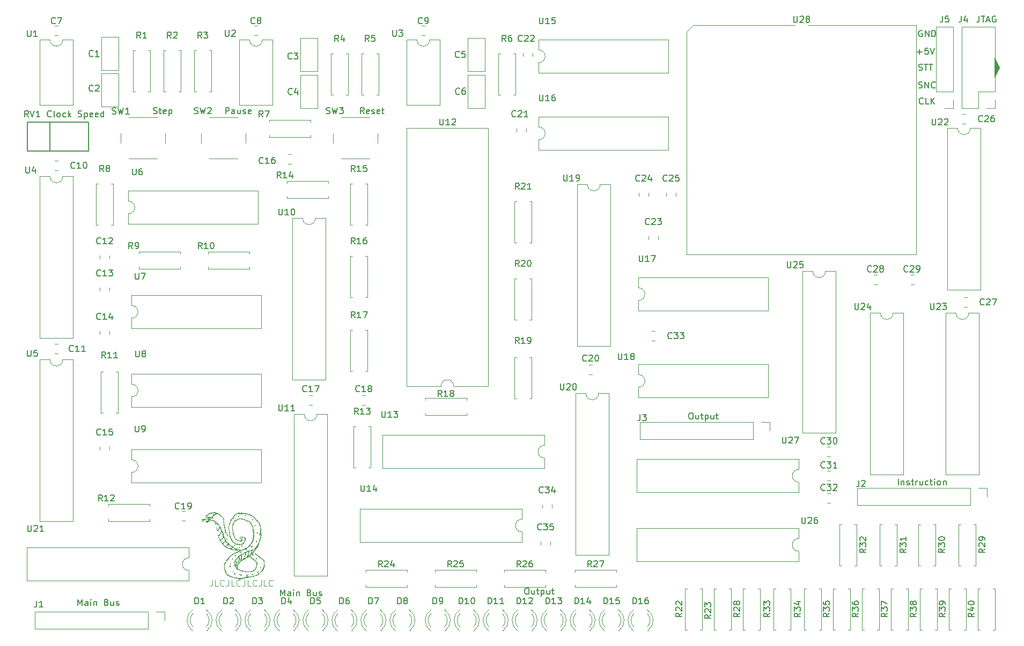
<source format=gbr>
%TF.GenerationSoftware,KiCad,Pcbnew,(5.1.10)-1*%
%TF.CreationDate,2021-08-25T13:13:58+08:00*%
%TF.ProjectId,MAX7000CPU-Gen2,4d415837-3030-4304-9350-552d47656e32,rev?*%
%TF.SameCoordinates,Original*%
%TF.FileFunction,Legend,Top*%
%TF.FilePolarity,Positive*%
%FSLAX46Y46*%
G04 Gerber Fmt 4.6, Leading zero omitted, Abs format (unit mm)*
G04 Created by KiCad (PCBNEW (5.1.10)-1) date 2021-08-25 13:13:58*
%MOMM*%
%LPD*%
G01*
G04 APERTURE LIST*
%ADD10C,0.100000*%
%ADD11C,0.105000*%
%ADD12C,0.150000*%
%ADD13C,0.120000*%
%ADD14C,0.200000*%
G04 APERTURE END LIST*
D10*
X49228952Y-106640380D02*
X49228952Y-107354666D01*
X49181333Y-107497523D01*
X49086095Y-107592761D01*
X48943238Y-107640380D01*
X48848000Y-107640380D01*
X50181333Y-107640380D02*
X49705142Y-107640380D01*
X49705142Y-106640380D01*
X51086095Y-107545142D02*
X51038476Y-107592761D01*
X50895619Y-107640380D01*
X50800380Y-107640380D01*
X50657523Y-107592761D01*
X50562285Y-107497523D01*
X50514666Y-107402285D01*
X50467047Y-107211809D01*
X50467047Y-107068952D01*
X50514666Y-106878476D01*
X50562285Y-106783238D01*
X50657523Y-106688000D01*
X50800380Y-106640380D01*
X50895619Y-106640380D01*
X51038476Y-106688000D01*
X51086095Y-106735619D01*
X51800380Y-106640380D02*
X51800380Y-107354666D01*
X51752761Y-107497523D01*
X51657523Y-107592761D01*
X51514666Y-107640380D01*
X51419428Y-107640380D01*
X52752761Y-107640380D02*
X52276571Y-107640380D01*
X52276571Y-106640380D01*
X53657523Y-107545142D02*
X53609904Y-107592761D01*
X53467047Y-107640380D01*
X53371809Y-107640380D01*
X53228952Y-107592761D01*
X53133714Y-107497523D01*
X53086095Y-107402285D01*
X53038476Y-107211809D01*
X53038476Y-107068952D01*
X53086095Y-106878476D01*
X53133714Y-106783238D01*
X53228952Y-106688000D01*
X53371809Y-106640380D01*
X53467047Y-106640380D01*
X53609904Y-106688000D01*
X53657523Y-106735619D01*
X54371809Y-106640380D02*
X54371809Y-107354666D01*
X54324190Y-107497523D01*
X54228952Y-107592761D01*
X54086095Y-107640380D01*
X53990857Y-107640380D01*
X55324190Y-107640380D02*
X54848000Y-107640380D01*
X54848000Y-106640380D01*
X56228952Y-107545142D02*
X56181333Y-107592761D01*
X56038476Y-107640380D01*
X55943238Y-107640380D01*
X55800380Y-107592761D01*
X55705142Y-107497523D01*
X55657523Y-107402285D01*
X55609904Y-107211809D01*
X55609904Y-107068952D01*
X55657523Y-106878476D01*
X55705142Y-106783238D01*
X55800380Y-106688000D01*
X55943238Y-106640380D01*
X56038476Y-106640380D01*
X56181333Y-106688000D01*
X56228952Y-106735619D01*
X56943238Y-106640380D02*
X56943238Y-107354666D01*
X56895619Y-107497523D01*
X56800380Y-107592761D01*
X56657523Y-107640380D01*
X56562285Y-107640380D01*
X57895619Y-107640380D02*
X57419428Y-107640380D01*
X57419428Y-106640380D01*
X58800380Y-107545142D02*
X58752761Y-107592761D01*
X58609904Y-107640380D01*
X58514666Y-107640380D01*
X58371809Y-107592761D01*
X58276571Y-107497523D01*
X58228952Y-107402285D01*
X58181333Y-107211809D01*
X58181333Y-107068952D01*
X58228952Y-106878476D01*
X58276571Y-106783238D01*
X58371809Y-106688000D01*
X58514666Y-106640380D01*
X58609904Y-106640380D01*
X58752761Y-106688000D01*
X58800380Y-106735619D01*
D11*
X52448731Y-98793199D02*
G75*
G02*
X52431087Y-98516893I1843907J256462D01*
G01*
X52497283Y-99059557D02*
X52448731Y-98793200D01*
X53300825Y-100365769D02*
X53257493Y-100352822D01*
X53377992Y-100419219D02*
X53415263Y-100435235D01*
X53960967Y-100263293D02*
X53940723Y-100247308D01*
X53886023Y-100301023D02*
G75*
G02*
X53904717Y-100271209I274396J-151285D01*
G01*
X52575541Y-99368044D02*
X52497283Y-99059557D01*
X52819318Y-100051262D02*
X52775492Y-99953618D01*
X53571432Y-100471741D02*
X53672186Y-100475885D01*
X52855099Y-100111859D02*
G75*
G02*
X52819318Y-100051262I335071J238707D01*
G01*
X53398895Y-100400437D02*
X53350586Y-100382590D01*
X52959170Y-100211447D02*
G75*
G02*
X52897040Y-100159521I484444J642776D01*
G01*
X53968771Y-100386560D02*
G75*
G02*
X53932105Y-100435477I-152380J76017D01*
G01*
X52671798Y-99678969D02*
X52575541Y-99368044D01*
X53257493Y-100352822D02*
X53166241Y-100324635D01*
X53326048Y-100400112D02*
X53377992Y-100419219D01*
X53437493Y-100416473D02*
X53398895Y-100400437D01*
X53567843Y-100454187D02*
G75*
G02*
X53437493Y-100416473I70525J487876D01*
G01*
X53927945Y-100365412D02*
X53916354Y-100399113D01*
X53269456Y-100381238D02*
X53326048Y-100400112D01*
X53724621Y-100462608D02*
G75*
G02*
X53567843Y-100454187I-31679J873826D01*
G01*
X53571432Y-100471741D02*
G75*
G02*
X53509676Y-100465199I32727J603710D01*
G01*
X52775492Y-99953618D02*
X52671798Y-99678969D01*
X52897040Y-100159521D02*
G75*
G02*
X52855098Y-100111860I210367J227408D01*
G01*
X53093809Y-100295151D02*
G75*
G02*
X53028409Y-100259223I267336J564116D01*
G01*
X53166241Y-100324635D02*
G75*
G02*
X53093809Y-100295151I226853J661018D01*
G01*
X53350586Y-100382590D02*
X53300825Y-100365769D01*
X53862516Y-100445380D02*
G75*
G02*
X53724621Y-100462608I-166518J772332D01*
G01*
X53932105Y-100435477D02*
G75*
G02*
X53883142Y-100463500I-85063J91840D01*
G01*
X53916355Y-100399113D02*
G75*
G02*
X53862517Y-100445380I-69512J26428D01*
G01*
X53906114Y-100336276D02*
G75*
G02*
X53922121Y-100339538I-255J-42158D01*
G01*
X53920920Y-100250017D02*
G75*
G02*
X53930367Y-100244725I11529J-9502D01*
G01*
X53929117Y-100348403D02*
G75*
G02*
X53927945Y-100365412I-36850J-6005D01*
G01*
X53922120Y-100339537D02*
G75*
G02*
X53929117Y-100348402I-4488J-10737D01*
G01*
X53888277Y-100331836D02*
G75*
G02*
X53881236Y-100320483I6087J11635D01*
G01*
X53960967Y-100263293D02*
G75*
G02*
X53982499Y-100287894I-74234J-86698D01*
G01*
X53920920Y-100250017D02*
X53904717Y-100271209D01*
X53881236Y-100320482D02*
G75*
G02*
X53886023Y-100301023I38579J828D01*
G01*
X53930367Y-100244725D02*
G75*
G02*
X53940723Y-100247308I1984J-14098D01*
G01*
X53672186Y-100475885D02*
X53806805Y-100475858D01*
X53462543Y-100453972D02*
G75*
G02*
X53415263Y-100435235I116897J363984D01*
G01*
X53982500Y-100287894D02*
G75*
G02*
X53990879Y-100313244I-44232J-28680D01*
G01*
X53990879Y-100313243D02*
G75*
G02*
X53986690Y-100343989I-78462J-4968D01*
G01*
X53883142Y-100463500D02*
G75*
G02*
X53806805Y-100475858I-84694J281210D01*
G01*
X53028409Y-100259223D02*
X52959170Y-100211447D01*
X53906114Y-100336276D02*
G75*
G02*
X53888277Y-100331835I236J38988D01*
G01*
X52508755Y-97915683D02*
G75*
G02*
X52599064Y-97628618I2378709J-590594D01*
G01*
X52451895Y-98218064D02*
G75*
G02*
X52508755Y-97915683I2655288J-342766D01*
G01*
X52431088Y-98516893D02*
G75*
G02*
X52451895Y-98218064I2545988J-27141D01*
G01*
X53986689Y-100343989D02*
G75*
G02*
X53968771Y-100386560I-339352J117782D01*
G01*
X53509676Y-100465200D02*
G75*
G02*
X53462543Y-100453973I49268J311393D01*
G01*
X56061823Y-102504261D02*
G75*
G02*
X56087758Y-102521485I-172612J-288049D01*
G01*
X57391908Y-104615819D02*
G75*
G02*
X57375596Y-104678710I-682934J143572D01*
G01*
X57185168Y-105056828D02*
X57253539Y-104939300D01*
X56467493Y-102808068D02*
G75*
G02*
X56578687Y-102867038I-383390J-857247D01*
G01*
X57253539Y-104939300D02*
X57323699Y-104804677D01*
X57266746Y-103435189D02*
G75*
G02*
X57303044Y-103467813I-232148J-294794D01*
G01*
X57117985Y-105158466D02*
X57185168Y-105056828D01*
X57266746Y-103435189D02*
X57214211Y-103396118D01*
X57051426Y-105244899D02*
X57117985Y-105158466D01*
X56579724Y-102909510D02*
X56708762Y-103001206D01*
X56482699Y-102853384D02*
G75*
G02*
X56579724Y-102909510I-362058J-737809D01*
G01*
X56250976Y-102697976D02*
X56287493Y-102728104D01*
X57470281Y-104143630D02*
G75*
G02*
X57450181Y-104297647I-792390J25089D01*
G01*
X56433531Y-102827120D02*
X56482699Y-102853384D01*
X56327163Y-102758888D02*
X56378866Y-102793769D01*
X56038821Y-102491881D02*
G75*
G02*
X56061823Y-102504261I-122649J-255437D01*
G01*
X57098014Y-103303493D02*
X57029623Y-103243298D01*
X57163528Y-103357945D02*
X57098014Y-103303493D01*
X57415300Y-104478991D02*
X57427379Y-104410700D01*
X56378866Y-102793769D02*
X56433531Y-102827120D01*
X57466155Y-103952500D02*
G75*
G02*
X57470281Y-104143631I-1791390J-134278D01*
G01*
X57439702Y-104346324D02*
X57450181Y-104297647D01*
X56287493Y-102728104D02*
X56327163Y-102758888D01*
X56209399Y-102665273D02*
X56250976Y-102697976D01*
X56825373Y-103053014D02*
X56696777Y-102947904D01*
X56968741Y-103186118D02*
X56825373Y-103053014D01*
X57303044Y-103467814D02*
G75*
G02*
X57328302Y-103498519I-167113J-163205D01*
G01*
X57391908Y-104615819D02*
X57405404Y-104540872D01*
X57372675Y-103590756D02*
X57357821Y-103558341D01*
X56169201Y-102634911D02*
X56209399Y-102665273D01*
X56012911Y-102504711D02*
G75*
G02*
X56008070Y-102495262I16576J14456D01*
G01*
X56137493Y-102612469D02*
X56169201Y-102634911D01*
X56229851Y-102639997D02*
X56113353Y-102541870D01*
X56108985Y-102592124D02*
X56137493Y-102612469D01*
X57323699Y-104804677D02*
X57353828Y-104738703D01*
X57401626Y-103649884D02*
G75*
G02*
X57442840Y-103770230I-376693J-196233D01*
G01*
X56578686Y-102867038D02*
G75*
G02*
X56696777Y-102947904I-824003J-1329971D01*
G01*
X56079138Y-102568735D02*
X56108985Y-102592124D01*
X56329702Y-102718462D02*
X56229851Y-102639997D01*
X56052268Y-102545896D02*
X56079138Y-102568735D01*
X56052268Y-102545896D02*
G75*
G02*
X56033628Y-102527712I177921J201025D01*
G01*
X56012911Y-102504712D02*
X56033628Y-102527712D01*
X56008070Y-102495263D02*
G75*
G02*
X56011182Y-102490206I4104J960D01*
G01*
X57357821Y-103558341D02*
X57346055Y-103531118D01*
X57401627Y-103649884D02*
X57388095Y-103623040D01*
X56436181Y-105773707D02*
X56541088Y-105724274D01*
X56113353Y-102541870D02*
X56087758Y-102521485D01*
X57328302Y-103498518D02*
G75*
G02*
X57346055Y-103531118I-146574J-100957D01*
G01*
X56011182Y-102490206D02*
G75*
G02*
X56024488Y-102488618I13306J-54971D01*
G01*
X57405404Y-104540872D02*
X57415300Y-104478991D01*
X56024488Y-102488618D02*
G75*
G02*
X56038821Y-102491881I0J-33113D01*
G01*
X56467492Y-102808068D02*
G75*
G02*
X56411506Y-102776886I149489J334249D01*
G01*
X57029623Y-103243298D02*
X56968741Y-103186118D01*
X56411506Y-102776886D02*
X56329702Y-102718462D01*
X56602393Y-105682045D02*
X56781496Y-105516116D01*
X56602392Y-105682045D02*
G75*
G02*
X56541088Y-105724274I-183626J200963D01*
G01*
X57214211Y-103396118D02*
X57163528Y-103357945D01*
X57442840Y-103770230D02*
G75*
G02*
X57466155Y-103952500I-1725765J-313376D01*
G01*
X57388095Y-103623040D02*
X57372675Y-103590756D01*
X57427379Y-104410700D02*
X57439702Y-104346324D01*
X57375596Y-104678710D02*
G75*
G02*
X57353828Y-104738703I-638960J197895D01*
G01*
X57051426Y-105244900D02*
G75*
G02*
X56953889Y-105350439I-1150998J965884D01*
G01*
X56300182Y-105831544D02*
X56436181Y-105773707D01*
X56781496Y-105516116D02*
X56953889Y-105350439D01*
X55080915Y-106164380D02*
X55417493Y-106109887D01*
X54162503Y-106328586D02*
G75*
G02*
X54229243Y-106310018I226474J-684800D01*
G01*
X53698004Y-106435425D02*
G75*
G02*
X53686874Y-106442477I-47020J61896D01*
G01*
X53996027Y-106385485D02*
X54049061Y-106369771D01*
X53608619Y-106391535D02*
G75*
G02*
X53676888Y-106400362I-49503J-651282D01*
G01*
X52334642Y-106149457D02*
X52414226Y-106174469D01*
X53010249Y-106318458D02*
X53099993Y-106334303D01*
X52414226Y-106174469D02*
X52469993Y-106194503D01*
X55489689Y-106096150D02*
X55577196Y-106075493D01*
X54049061Y-106369771D02*
X54087483Y-106356041D01*
X54897825Y-106194884D02*
X55080915Y-106164380D01*
X54781521Y-106215538D02*
X54897825Y-106194884D01*
X53639141Y-106454311D02*
G75*
G02*
X53664406Y-106449150I26835J-66947D01*
G01*
X54658037Y-106241099D02*
X54704416Y-106231518D01*
X53579250Y-106486614D02*
G75*
G02*
X53603047Y-106471040I95641J-120164D01*
G01*
X53676889Y-106400362D02*
G75*
G02*
X53704400Y-106411623I-13028J-71063D01*
G01*
X52610725Y-106241918D02*
X52682147Y-106259440D01*
X54589943Y-106253049D02*
X54658037Y-106241099D01*
X52542031Y-106220840D02*
X52610725Y-106241918D01*
X54514379Y-106265142D02*
X54589943Y-106253049D01*
X54441916Y-106275549D02*
X54514379Y-106265142D01*
X54310889Y-106294477D02*
X54441916Y-106275549D01*
X53678894Y-106465727D02*
X53718715Y-106453252D01*
X54087483Y-106356041D02*
X54162503Y-106328586D01*
X53772886Y-106438592D02*
X53831192Y-106424252D01*
X52825862Y-106286088D02*
X52914227Y-106301572D01*
X52762493Y-106275057D02*
X52825862Y-106286088D01*
X52236795Y-106120890D02*
X52334642Y-106149457D01*
X51970064Y-106042147D02*
G75*
G02*
X51830917Y-105985734I544703J1543370D01*
G01*
X53686874Y-106442477D02*
G75*
G02*
X53675054Y-106447384I-34206J65712D01*
G01*
X54229243Y-106310018D02*
X54310889Y-106294477D01*
X53938515Y-106400546D02*
X53996027Y-106385485D01*
X53383195Y-106374519D02*
X53452493Y-106380597D01*
X53884983Y-106412519D02*
X53938515Y-106400546D01*
X53718715Y-106453252D02*
X53772886Y-106438592D01*
X53603047Y-106471040D02*
G75*
G02*
X53639141Y-106454311I176363J-333207D01*
G01*
X52914227Y-106301572D02*
X53010249Y-106318458D01*
X55417493Y-106109887D02*
X55489689Y-106096150D01*
X53290164Y-106363229D02*
X53383195Y-106374519D01*
X53591698Y-106491971D02*
G75*
G02*
X53581394Y-106493087I-9103J35923D01*
G01*
X54704416Y-106231518D02*
X54781521Y-106215538D01*
X53831192Y-106424252D02*
X53884983Y-106412519D01*
X53675054Y-106447384D02*
G75*
G02*
X53664406Y-106449150I-11475J36199D01*
G01*
X53706611Y-106427181D02*
G75*
G02*
X53698004Y-106435425I-40238J33395D01*
G01*
X51970064Y-106042147D02*
X52122261Y-106089374D01*
X53646638Y-106476370D02*
X53678894Y-106465727D01*
X53452493Y-106380597D02*
X53608619Y-106391535D01*
X52122261Y-106089374D02*
X52236795Y-106120890D01*
X53591698Y-106491971D02*
X53616801Y-106485269D01*
X53581394Y-106493087D02*
G75*
G02*
X53579250Y-106486615I118J3630D01*
G01*
X53704399Y-106411622D02*
G75*
G02*
X53706611Y-106427181I-5953J-8783D01*
G01*
X53099993Y-106334303D02*
X53190825Y-106349200D01*
X52682147Y-106259440D02*
X52762493Y-106275057D01*
X56162886Y-105885898D02*
X56300182Y-105831544D01*
X55985031Y-105946717D02*
X56053920Y-105924259D01*
X53616801Y-106485269D02*
X53646638Y-106476370D01*
X56053920Y-105924259D02*
X56162886Y-105885898D01*
X55900271Y-105974718D02*
X55985031Y-105946717D01*
X55813991Y-106003485D02*
X55900271Y-105974718D01*
X55739993Y-106028447D02*
X55813991Y-106003485D01*
X53190825Y-106349200D02*
X53290164Y-106363229D01*
X55665377Y-106051767D02*
X55739993Y-106028447D01*
X55577196Y-106075493D02*
X55665377Y-106051767D01*
X52469993Y-106194503D02*
X52542031Y-106220840D01*
X51171246Y-105010465D02*
G75*
G02*
X51133695Y-104872659I859276J308164D01*
G01*
X51113960Y-104293575D02*
G75*
G02*
X51129601Y-104159315I928134J-40086D01*
G01*
X51113960Y-104293576D02*
X51109997Y-104494235D01*
X51129602Y-104159316D02*
G75*
G02*
X51163148Y-104039452I727699J-139038D01*
G01*
X52183300Y-102719970D02*
X52137857Y-102759932D01*
X52235017Y-102681913D02*
G75*
G02*
X52229062Y-102683618I-5955J9548D01*
G01*
X51225135Y-103891625D02*
X51163148Y-104039452D01*
X51441129Y-105682551D02*
G75*
G02*
X51386914Y-105582643I518572J346064D01*
G01*
X51386914Y-105582643D02*
G75*
G02*
X51335457Y-105446591I1508953J648473D01*
G01*
X51310760Y-105373360D02*
X51335457Y-105446591D01*
X51259542Y-105231947D02*
X51284205Y-105298429D01*
X51983526Y-102906687D02*
X51871525Y-103026565D01*
X52137857Y-102759932D02*
X52085589Y-102807368D01*
X52810727Y-102331147D02*
X52660754Y-102408972D01*
X52951080Y-102271253D02*
X52810727Y-102331147D01*
X51830917Y-105985734D02*
G75*
G02*
X51708306Y-105921799I582626J1266857D01*
G01*
X51171246Y-105010465D02*
X51241900Y-105188618D01*
X51650156Y-103302047D02*
X51572783Y-103396015D01*
X52500440Y-102504972D02*
X52328792Y-102619868D01*
X51708306Y-105921798D02*
G75*
G02*
X51605954Y-105851925I456247J778219D01*
G01*
X52261975Y-102664892D02*
X52235017Y-102681914D01*
X52660754Y-102408972D02*
X52500440Y-102504972D01*
X52293298Y-102644300D02*
X52261975Y-102664892D01*
X51109997Y-104494235D02*
X51115842Y-104721697D01*
X51605953Y-105851925D02*
G75*
G02*
X51509885Y-105766461I671770J851850D01*
G01*
X51509885Y-105766461D02*
G75*
G02*
X51441129Y-105682551I392408J391664D01*
G01*
X51871525Y-103026565D02*
X51768792Y-103145189D01*
X52223126Y-102685807D02*
X52183300Y-102719970D01*
X52328792Y-102619868D02*
X52293298Y-102644300D01*
X51284205Y-105298429D02*
X51310760Y-105373360D01*
X51241900Y-105188618D02*
X51259542Y-105231947D01*
X51494400Y-103487613D02*
G75*
G02*
X51455474Y-103526519I-299559J260783D01*
G01*
X51697639Y-103238618D02*
X51650156Y-103302047D01*
X52223125Y-102685807D02*
G75*
G02*
X52229062Y-102683618I5937J-6959D01*
G01*
X51409222Y-103577403D02*
X51346068Y-103671385D01*
X52085589Y-102807368D02*
X51983526Y-102906687D01*
X51409221Y-103577403D02*
G75*
G02*
X51455474Y-103526519I239149J-170916D01*
G01*
X51697639Y-103238618D02*
G75*
G02*
X51768792Y-103145189I1096326J-761119D01*
G01*
X51133695Y-104872659D02*
G75*
G02*
X51115842Y-104721697I1067557J202791D01*
G01*
X51281087Y-103781524D02*
X51225135Y-103891625D01*
X51572783Y-103396015D02*
X51494400Y-103487612D01*
X51346068Y-103671385D02*
X51281087Y-103781524D01*
X54609512Y-101546879D02*
X54555794Y-101570135D01*
X55502879Y-98124711D02*
X55577018Y-98393618D01*
X54513096Y-101579628D02*
G75*
G02*
X54526806Y-101575093I39306J-95841D01*
G01*
X53653360Y-101961434D02*
X53624993Y-101978486D01*
X53689399Y-101942632D02*
X53653360Y-101961434D01*
X54555794Y-101570135D02*
G75*
G02*
X54538559Y-101573618I-17235J40903D01*
G01*
X55488854Y-100671125D02*
G75*
G02*
X55379380Y-100878272I-1544668J683829D01*
G01*
X53726909Y-101925044D02*
X53689399Y-101942632D01*
X52978710Y-97195795D02*
X53140146Y-97121303D01*
X54488673Y-101594078D02*
G75*
G02*
X54471104Y-101605375I-48557J56205D01*
G01*
X55235012Y-97667657D02*
X55361967Y-97828653D01*
X54845736Y-101427593D02*
X54743306Y-101482592D01*
X54319244Y-97114065D02*
G75*
G02*
X54562493Y-97204621I-758481J-2409394D01*
G01*
X54984326Y-101328478D02*
G75*
G02*
X54917129Y-101382075I-547059J616958D01*
G01*
X54807720Y-97317465D02*
G75*
G02*
X54963842Y-97408702I-536396J-1097061D01*
G01*
X55245528Y-101062798D02*
G75*
G02*
X55073440Y-101246342I-1794871J1510397D01*
G01*
X54412464Y-101631719D02*
X54341786Y-101661757D01*
X53759993Y-101911667D02*
X53726909Y-101925044D01*
X55643552Y-100243716D02*
X55587295Y-100418618D01*
X55361967Y-97828654D02*
G75*
G02*
X55440971Y-97962480I-677741J-490335D01*
G01*
X55577018Y-98393618D02*
X55663228Y-98774258D01*
X54743306Y-101482592D02*
X54673001Y-101517464D01*
X53947493Y-101828315D02*
X53898927Y-101851720D01*
X55091177Y-97513761D02*
X55235012Y-97667657D01*
X53846008Y-101875846D02*
X53796561Y-101897264D01*
X54499662Y-101586244D02*
G75*
G02*
X54513096Y-101579628I54986J-94700D01*
G01*
X55073440Y-101246342D02*
X54984326Y-101328479D01*
X55689703Y-100007731D02*
G75*
G02*
X55672861Y-100126265I-1141592J101741D01*
G01*
X55663228Y-98774258D02*
G75*
G02*
X55706347Y-99076523I-2746814J-546047D01*
G01*
X55702540Y-99830160D02*
X55689703Y-100007731D01*
X52735031Y-97356436D02*
G75*
G02*
X52819330Y-97285453I275567J-241711D01*
G01*
X53898927Y-101851720D02*
X53846008Y-101875846D01*
X53818228Y-97007222D02*
G75*
G02*
X54062015Y-97046406I-269154J-2452527D01*
G01*
X54471104Y-101605375D02*
X54412464Y-101631719D01*
X54562493Y-97204621D02*
X54807720Y-97317464D01*
X55717852Y-99394350D02*
X55702540Y-99830160D01*
X54673001Y-101517464D02*
X54609512Y-101546879D01*
X53131879Y-102199900D02*
X52951080Y-102271253D01*
X53796561Y-101897264D02*
X53759993Y-101911667D01*
X54262493Y-101693491D02*
X54176717Y-101727814D01*
X55379380Y-100878273D02*
G75*
G02*
X55245527Y-101062798I-1346444J835881D01*
G01*
X52819330Y-97285453D02*
X52978710Y-97195795D01*
X54488674Y-101594078D02*
G75*
G02*
X54499662Y-101586245I47378J-54839D01*
G01*
X54526806Y-101575093D02*
G75*
G02*
X54538559Y-101573618I11753J-46088D01*
G01*
X54917129Y-101382075D02*
G75*
G02*
X54845736Y-101427593I-460316J643242D01*
G01*
X54004499Y-101801463D02*
X53947493Y-101828315D01*
X54086430Y-101765664D02*
X54004499Y-101801463D01*
X54176717Y-101727814D02*
X54086430Y-101765664D01*
X54341786Y-101661757D02*
X54262493Y-101693491D01*
X52673937Y-97450675D02*
G75*
G02*
X52735031Y-97356437I353548J-162284D01*
G01*
X55706346Y-99076523D02*
G75*
G02*
X55717852Y-99394350I-3109146J-271676D01*
G01*
X52599064Y-97628618D02*
X52673936Y-97450674D01*
X55440971Y-97962479D02*
G75*
G02*
X55502879Y-98124711I-1038177J-489094D01*
G01*
X54963843Y-97408702D02*
G75*
G02*
X55091177Y-97513761I-539535J-783627D01*
G01*
X54062015Y-97046406D02*
G75*
G02*
X54319244Y-97114065I-578918J-2723760D01*
G01*
X53301970Y-97063989D02*
G75*
G02*
X53461858Y-97024592I470195J-1564097D01*
G01*
X53348456Y-102108128D02*
X53131879Y-102199900D01*
X53140146Y-97121303D02*
G75*
G02*
X53301971Y-97063988I672906J-1642800D01*
G01*
X55672862Y-100126265D02*
G75*
G02*
X55643552Y-100243716I-1161697J227510D01*
G01*
X53617492Y-97003767D02*
G75*
G02*
X53818228Y-97007222I81660J-1088475D01*
G01*
X53461859Y-97024592D02*
G75*
G02*
X53617493Y-97003766I256718J-1326576D01*
G01*
X53553482Y-102017635D02*
X53348456Y-102108128D01*
X53624992Y-101978486D02*
G75*
G02*
X53553482Y-102017635I-281717J429702D01*
G01*
X55587294Y-100418618D02*
G75*
G02*
X55488853Y-100671125I-2850562J965868D01*
G01*
X49681877Y-96210040D02*
G75*
G02*
X49672493Y-96197129I4189J12911D01*
G01*
X49457962Y-96503619D02*
G75*
G02*
X49425718Y-96494070I1J59218D01*
G01*
X49814992Y-96159506D02*
X49745519Y-96195242D01*
X49308301Y-96405447D02*
X49365672Y-96451882D01*
X49307189Y-96365785D02*
G75*
G02*
X49349336Y-96346574I189569J-360050D01*
G01*
X49625663Y-96207369D02*
G75*
G02*
X49641182Y-96184239I118911J-63011D01*
G01*
X49667964Y-96179763D02*
G75*
G02*
X49672493Y-96197129I-31033J-17366D01*
G01*
X49513296Y-96304445D02*
G75*
G02*
X49462925Y-96317544I-83624J218157D01*
G01*
X49704123Y-96210659D02*
G75*
G02*
X49681877Y-96210040I-10071J38146D01*
G01*
X49625664Y-96207369D02*
G75*
G02*
X49597316Y-96247550I-171379J90816D01*
G01*
X49403657Y-96329243D02*
G75*
G02*
X49462925Y-96317544I141868J-562734D01*
G01*
X49560090Y-96398618D02*
G75*
G02*
X49599738Y-96336749I308409J-154001D01*
G01*
X49559046Y-96280592D02*
G75*
G02*
X49513296Y-96304444I-126540J186909D01*
G01*
X49560090Y-96398619D02*
G75*
G02*
X49533338Y-96446610I-541383J270334D01*
G01*
X49533339Y-96446610D02*
G75*
G02*
X49508309Y-96478678I-159316J98545D01*
G01*
X49508309Y-96478678D02*
G75*
G02*
X49483582Y-96497235I-71572J69614D01*
G01*
X49483582Y-96497235D02*
G75*
G02*
X49457963Y-96503618I-25619J48220D01*
G01*
X49365672Y-96451882D02*
X49425718Y-96494070D01*
X49597316Y-96247550D02*
G75*
G02*
X49559045Y-96280592I-159599J146171D01*
G01*
X49745519Y-96195242D02*
G75*
G02*
X49704124Y-96210659I-98793J201977D01*
G01*
X49656812Y-96174748D02*
G75*
G02*
X49667964Y-96179764I2193J-10029D01*
G01*
X49308302Y-96405446D02*
G75*
G02*
X49297493Y-96381849I20354J23597D01*
G01*
X49349335Y-96346575D02*
G75*
G02*
X49403656Y-96329243I167005J-429635D01*
G01*
X49297493Y-96381849D02*
G75*
G02*
X49307189Y-96365786I18153J0D01*
G01*
X49641183Y-96184239D02*
G75*
G02*
X49656813Y-96174748I21649J-18037D01*
G01*
X48292577Y-96577578D02*
G75*
G02*
X48357632Y-96503031I486049J-358507D01*
G01*
X48704661Y-97131462D02*
X48796303Y-97080327D01*
X48532542Y-97250692D02*
X48578447Y-97218300D01*
X48443759Y-96694851D02*
X48381834Y-96694564D01*
X48578447Y-97218300D02*
X48623062Y-97186605D01*
X48742609Y-96675748D02*
G75*
G02*
X48757765Y-96676561I4392J-59805D01*
G01*
X48492594Y-97278639D02*
X48532542Y-97250692D01*
X48729280Y-96678699D02*
G75*
G02*
X48742609Y-96675748I16802J-44328D01*
G01*
X48454493Y-97306781D02*
X48492594Y-97278639D01*
X49880723Y-96119362D02*
G75*
G02*
X49814992Y-96159506I-411189J599390D01*
G01*
X49892621Y-96092078D02*
G75*
G02*
X49880723Y-96119361I-27791J-4116D01*
G01*
X49873608Y-96067326D02*
G75*
G02*
X49892621Y-96092078I-12726J-29453D01*
G01*
X49380879Y-96701412D02*
G75*
G02*
X49372470Y-96745841I-45416J-14414D01*
G01*
X49797042Y-96038316D02*
G75*
G02*
X49873608Y-96067325I-279014J-851991D01*
G01*
X48357632Y-96503031D02*
X48460174Y-96409289D01*
X48702149Y-96692550D02*
G75*
G02*
X48668517Y-96696769I-64975J381754D01*
G01*
X48718012Y-96685262D02*
G75*
G02*
X48702149Y-96692550I-21516J25925D01*
G01*
X49019993Y-96963670D02*
X49211315Y-96864558D01*
X48655794Y-97334644D02*
G75*
G02*
X48793098Y-97288788I555683J-1435325D01*
G01*
X49690370Y-96010714D02*
G75*
G02*
X49797042Y-96038317I-164512J-855681D01*
G01*
X49367356Y-96676999D02*
G75*
G02*
X49380879Y-96701412I-53922J-45819D01*
G01*
X49372470Y-96745841D02*
G75*
G02*
X49317776Y-96797709I-225002J182490D01*
G01*
X49584461Y-95997916D02*
G75*
G02*
X49690370Y-96010714I-38731J-765113D01*
G01*
X48566087Y-96697599D02*
X48508502Y-96695888D01*
X48623392Y-96698635D02*
X48566087Y-96697599D01*
X48757765Y-96676561D02*
G75*
G02*
X48774418Y-96681120I-17884J-98020D01*
G01*
X49157968Y-96682520D02*
X48994307Y-96688902D01*
X48796303Y-97080327D02*
X48905286Y-97022176D01*
X48415578Y-97446336D02*
G75*
G02*
X48375961Y-97458609I-122357J324881D01*
G01*
X49471382Y-95999524D02*
G75*
G02*
X49584462Y-95997916I68930J-870513D01*
G01*
X48823795Y-96155020D02*
G75*
G02*
X48960722Y-96102105I524192J-1152830D01*
G01*
X49342871Y-96015326D02*
X49471382Y-95999524D01*
X48236297Y-96679867D02*
G75*
G02*
X48239716Y-96652875I28768J10069D01*
G01*
X49129897Y-96056479D02*
X49342871Y-96015326D01*
X48623062Y-97186605D02*
X48658710Y-97161025D01*
X49314741Y-96662088D02*
G75*
G02*
X49347138Y-96664382I9845J-90874D01*
G01*
X48508502Y-96695888D02*
X48443759Y-96694851D01*
X48960722Y-96102105D02*
G75*
G02*
X49129897Y-96056479I566049J-1762386D01*
G01*
X48255778Y-96694376D02*
G75*
G02*
X48236297Y-96679867I1002J21678D01*
G01*
X48710493Y-96218435D02*
G75*
G02*
X48823796Y-96155020I435502J-645182D01*
G01*
X48582119Y-96310564D02*
X48710492Y-96218435D01*
X48533974Y-97390322D02*
G75*
G02*
X48655795Y-97334645I529653J-997755D01*
G01*
X48460174Y-96409289D02*
X48582119Y-96310564D01*
X48994307Y-96688902D02*
X48828659Y-96690802D01*
X49314741Y-96662088D02*
X49258812Y-96670334D01*
X48347242Y-97460650D02*
X48301529Y-97456118D01*
X48239716Y-96652875D02*
X48292576Y-96577578D01*
X48828659Y-96690802D02*
G75*
G02*
X48774418Y-96681120I-107J156174D01*
G01*
X48905286Y-97022176D02*
X49019993Y-96963670D01*
X48466898Y-97424322D02*
G75*
G02*
X48415578Y-97446336I-269933J558440D01*
G01*
X48333743Y-96695195D02*
X48255778Y-96694375D01*
X48381834Y-96694564D02*
X48333743Y-96695195D01*
X48668517Y-96696769D02*
X48623392Y-96698635D01*
X48352144Y-97398639D02*
G75*
G02*
X48377847Y-97372197I281103J-247532D01*
G01*
X48301529Y-97456118D02*
X48352144Y-97398639D01*
X48533974Y-97390322D02*
X48466898Y-97424322D01*
X48718012Y-96685263D02*
G75*
G02*
X48729280Y-96678698I25319J-30507D01*
G01*
X49347138Y-96664382D02*
G75*
G02*
X49367356Y-96676998I-9680J-38022D01*
G01*
X49258812Y-96670334D02*
G75*
G02*
X49157968Y-96682520I-144645J773617D01*
G01*
X49317776Y-96797709D02*
G75*
G02*
X49211315Y-96864558I-545986J751318D01*
G01*
X48658711Y-97161026D02*
G75*
G02*
X48704661Y-97131462I297582J-412033D01*
G01*
X48414280Y-97339679D02*
X48454493Y-97306781D01*
X48375961Y-97458610D02*
G75*
G02*
X48347242Y-97460650I-20312J82770D01*
G01*
X48377847Y-97372197D02*
X48414280Y-97339679D01*
X52654706Y-96958962D02*
G75*
G02*
X52655633Y-96970829I-48530J-9760D01*
G01*
X52645521Y-99683618D02*
X52686531Y-99799317D01*
X52621227Y-99614275D02*
X52645521Y-99683618D01*
X52645597Y-96940583D02*
G75*
G02*
X52648386Y-96938770I2723J-1136D01*
G01*
X48345743Y-96997400D02*
G75*
G02*
X48331445Y-96995939I4571J115388D01*
G01*
X52449672Y-98034346D02*
G75*
G02*
X52486930Y-97876554I1308512J-225677D01*
G01*
X52597916Y-99548572D02*
X52621227Y-99614275D01*
X48398303Y-96979367D02*
G75*
G02*
X48409619Y-96973389I68782J-116512D01*
G01*
X52577984Y-99493104D02*
X52597916Y-99548572D01*
X53250578Y-97049154D02*
X53110292Y-97100868D01*
X52512503Y-99251738D02*
X52549385Y-99407631D01*
X52420837Y-98742496D02*
X52427587Y-98830227D01*
X52655632Y-96970829D02*
G75*
G02*
X52653841Y-96983446I-64743J2758D01*
G01*
X48371645Y-96994282D02*
G75*
G02*
X48358561Y-96996867I-24386J89034D01*
G01*
X52643899Y-97003212D02*
G75*
G02*
X52633449Y-97008613I-13703J13703D01*
G01*
X52627486Y-97004185D02*
G75*
G02*
X52628838Y-96986553I43858J5504D01*
G01*
X52567828Y-99466118D02*
X52577984Y-99493104D01*
X52473936Y-99078251D02*
X52512503Y-99251738D01*
X52427587Y-98830227D02*
X52440354Y-98913643D01*
X52628837Y-96986553D02*
G75*
G02*
X52638299Y-96958595I293338J-83692D01*
G01*
X53392212Y-97009730D02*
G75*
G02*
X53532043Y-96983582I357407J-1524364D01*
G01*
X48420358Y-96957042D02*
X48400586Y-96961337D01*
X53302493Y-96581736D02*
G75*
G02*
X53304178Y-96573050I23222J1D01*
G01*
X52645598Y-96940583D02*
X52638299Y-96958595D01*
X52421001Y-98448643D02*
X52418775Y-98627547D01*
X52430431Y-98202278D02*
X52421001Y-98448643D01*
X48422462Y-96968071D02*
G75*
G02*
X48434993Y-96964314I40239J-111441D01*
G01*
X52637425Y-97462478D02*
X52555662Y-97667856D01*
X52637425Y-97462478D02*
G75*
G02*
X52708943Y-97346836I447687J-196935D01*
G01*
X52806094Y-97260876D02*
G75*
G02*
X52974492Y-97163819I1085980J-1689600D01*
G01*
X48329876Y-96992372D02*
G75*
G02*
X48335966Y-96986981I12874J-8406D01*
G01*
X48400586Y-96961337D02*
X48379422Y-96967767D01*
X52633450Y-97008612D02*
G75*
G02*
X52627486Y-97004186I-864J5067D01*
G01*
X53392211Y-97009730D02*
X53250578Y-97049154D01*
X52654706Y-96958962D02*
X52650828Y-96940768D01*
X48434993Y-96964314D02*
X48464993Y-96957099D01*
X52653841Y-96983445D02*
G75*
G02*
X52649771Y-96994891I-57883J14136D01*
G01*
X48390742Y-96985074D02*
G75*
G02*
X48383098Y-96990188I-18683J19657D01*
G01*
X53110292Y-97100868D02*
X52974492Y-97163819D01*
X48409620Y-96973389D02*
G75*
G02*
X48422462Y-96968071I64091J-136612D01*
G01*
X48420358Y-96957042D02*
G75*
G02*
X48434993Y-96956035I12135J-69499D01*
G01*
X48331445Y-96995940D02*
G75*
G02*
X48329877Y-96992372I380J2296D01*
G01*
X52649771Y-96994892D02*
G75*
G02*
X52643899Y-97003212I-27053J12862D01*
G01*
X48359993Y-96975577D02*
G75*
G02*
X48379422Y-96967767I92398J-201791D01*
G01*
X53216491Y-100365571D02*
X53269456Y-100381238D01*
X52440354Y-98913643D02*
X52473936Y-99078251D01*
X48383099Y-96990189D02*
G75*
G02*
X48371646Y-96994282I-32628J73214D01*
G01*
X52555662Y-97667856D02*
X52486930Y-97876554D01*
X53216491Y-100365570D02*
G75*
G02*
X53070989Y-100313351I269733J980390D01*
G01*
X53070989Y-100313351D02*
G75*
G02*
X52952394Y-100244076I260158J581527D01*
G01*
X52952394Y-100244077D02*
G75*
G02*
X52860679Y-100157540I313946J424603D01*
G01*
X52708943Y-97346836D02*
G75*
G02*
X52806094Y-97260876I327103J-271807D01*
G01*
X52860678Y-100157540D02*
G75*
G02*
X52795102Y-100054001I362656J302226D01*
G01*
X52714993Y-99873804D02*
X52745892Y-99946253D01*
X48464993Y-96957099D02*
X48434993Y-96956035D01*
X52648386Y-96938770D02*
G75*
G02*
X52650828Y-96940768I-57J-2561D01*
G01*
X52745892Y-99946253D02*
X52795102Y-100054001D01*
X52567828Y-99466118D02*
G75*
G02*
X52549385Y-99407631I422679J165437D01*
G01*
X52418775Y-98627547D02*
X52420837Y-98742496D01*
X48390742Y-96985075D02*
G75*
G02*
X48398303Y-96979367I28849J-30351D01*
G01*
X52430431Y-98202278D02*
G75*
G02*
X52449672Y-98034346I1488686J-85500D01*
G01*
X48359993Y-96975577D02*
X48335966Y-96986981D01*
X52686531Y-99799317D02*
X52714993Y-99873804D01*
X48358562Y-96996867D02*
G75*
G02*
X48345743Y-96997400I-9687J78520D01*
G01*
X54567400Y-96589576D02*
G75*
G02*
X54560316Y-96589167I-3022J9210D01*
G01*
X54424124Y-96464397D02*
G75*
G02*
X54423430Y-96467681I-2868J-1110D01*
G01*
X54586136Y-96512150D02*
G75*
G02*
X54589052Y-96544739I-108730J-26153D01*
G01*
X53316983Y-96567668D02*
G75*
G02*
X53328743Y-96571359I-14317J-66202D01*
G01*
X53466284Y-96586075D02*
G75*
G02*
X53470695Y-96596111I-80173J-41226D01*
G01*
X54582522Y-96575165D02*
G75*
G02*
X54567399Y-96589576I-22697J8679D01*
G01*
X54458101Y-96492821D02*
G75*
G02*
X54451546Y-96486450I11954J18859D01*
G01*
X53474669Y-96618189D02*
G75*
G02*
X53469607Y-96636827I-36462J-104D01*
G01*
X53625590Y-96125022D02*
G75*
G02*
X53605722Y-96126183I-13411J58914D01*
G01*
X54504679Y-96464687D02*
G75*
G02*
X54544274Y-96474751I-33023J-212852D01*
G01*
X54411246Y-96471767D02*
G75*
G02*
X54402883Y-96471206I-1597J38779D01*
G01*
X54548073Y-96574502D02*
G75*
G02*
X54544899Y-96562265I55633J20959D01*
G01*
X53547286Y-96045410D02*
G75*
G02*
X53557493Y-96058252I-2975J-12842D01*
G01*
X54524665Y-96523848D02*
G75*
G02*
X54537932Y-96540528I-34767J-41269D01*
G01*
X53453415Y-96043011D02*
G75*
G02*
X53511807Y-96040907I46462J-478116D01*
G01*
X54467792Y-96497307D02*
G75*
G02*
X54502571Y-96510189I-104860J-336498D01*
G01*
X54450861Y-96472213D02*
G75*
G02*
X54467719Y-96462447I17536J-10838D01*
G01*
X53439475Y-96605693D02*
G75*
G02*
X53423889Y-96607149I-10222J25279D01*
G01*
X54449095Y-96479232D02*
G75*
G02*
X54450861Y-96472213I11946J727D01*
G01*
X54418525Y-96470580D02*
G75*
G02*
X54411246Y-96471767I-8541J29455D01*
G01*
X54421385Y-96461628D02*
G75*
G02*
X54424123Y-96464398I-1813J-4531D01*
G01*
X54553533Y-96583933D02*
G75*
G02*
X54548073Y-96574501I25697J21169D01*
G01*
X53469607Y-96636827D02*
G75*
G02*
X53456228Y-96649150I-27093J15991D01*
G01*
X54402883Y-96471206D02*
G75*
G02*
X54394680Y-96468865I7252J40962D01*
G01*
X53396533Y-96599021D02*
X53328743Y-96571359D01*
X54573071Y-96491174D02*
G75*
G02*
X54586136Y-96512150I-25009J-30134D01*
G01*
X54502571Y-96510189D02*
G75*
G02*
X54524664Y-96523848I-35281J-81764D01*
G01*
X54388430Y-96465542D02*
G75*
G02*
X54388171Y-96462808I1001J1474D01*
G01*
X54414185Y-96459968D02*
G75*
G02*
X54421385Y-96461628I-1751J-24030D01*
G01*
X54388171Y-96462808D02*
G75*
G02*
X54392548Y-96460688I5240J-5240D01*
G01*
X53664656Y-96115112D02*
G75*
G02*
X53702372Y-96106400I113536J-405512D01*
G01*
X53462393Y-96583673D02*
G75*
G02*
X53466284Y-96586075I-46J-4427D01*
G01*
X53563486Y-96080314D02*
G75*
G02*
X53558894Y-96067722I110485J47422D01*
G01*
X54467719Y-96462447D02*
G75*
G02*
X54504679Y-96464687I6526J-198402D01*
G01*
X53511807Y-96040906D02*
G75*
G02*
X53547286Y-96045410I-4387J-176584D01*
G01*
X54403743Y-96459803D02*
X54392548Y-96460688D01*
X54560315Y-96589167D02*
G75*
G02*
X54553532Y-96583934I8060J17461D01*
G01*
X53304178Y-96573050D02*
G75*
G02*
X53308933Y-96568328I7877J-3177D01*
G01*
X53423888Y-96607149D02*
G75*
G02*
X53396533Y-96599021I30947J154241D01*
G01*
X53353058Y-96626545D02*
G75*
G02*
X53312553Y-96601329I172701J322560D01*
G01*
X54467792Y-96497307D02*
G75*
G02*
X54458101Y-96492821I12121J38896D01*
G01*
X53664656Y-96115113D02*
X53625591Y-96125022D01*
X54544274Y-96474752D02*
G75*
G02*
X54573071Y-96491174I-32200J-89919D01*
G01*
X54589053Y-96544739D02*
G75*
G02*
X54582523Y-96575165I-101390J5845D01*
G01*
X54537932Y-96540528D02*
G75*
G02*
X54544899Y-96562265I-62625J-32058D01*
G01*
X53451080Y-96595905D02*
G75*
G02*
X53439475Y-96605694I-20749J12824D01*
G01*
X53470696Y-96596111D02*
G75*
G02*
X53474669Y-96618190I-60371J-22261D01*
G01*
X53456227Y-96649150D02*
G75*
G02*
X53436751Y-96653618I-19476J40212D01*
G01*
X53436751Y-96653618D02*
G75*
G02*
X53399451Y-96647139I0J110602D01*
G01*
X53312554Y-96601329D02*
G75*
G02*
X53302493Y-96581735I14049J19594D01*
G01*
X53399451Y-96647139D02*
G75*
G02*
X53353059Y-96626545I116095J324079D01*
G01*
X54403742Y-96459803D02*
G75*
G02*
X54414185Y-96459968I3775J-91646D01*
G01*
X54423430Y-96467681D02*
G75*
G02*
X54418526Y-96470580I-8091J8091D01*
G01*
X53453415Y-96043011D02*
X53362493Y-96053407D01*
X53558895Y-96067722D02*
G75*
G02*
X53557493Y-96058252I31289J9470D01*
G01*
X53591758Y-96120369D02*
G75*
G02*
X53577896Y-96105788I49386J60829D01*
G01*
X53451080Y-96595905D02*
G75*
G02*
X53457972Y-96585843I110358J-68204D01*
G01*
X53605722Y-96126183D02*
G75*
G02*
X53591758Y-96120369I2851J26525D01*
G01*
X54394680Y-96468866D02*
G75*
G02*
X54388430Y-96465542I12195J30475D01*
G01*
X53570087Y-96093663D02*
G75*
G02*
X53563486Y-96080314I120684J67982D01*
G01*
X53577896Y-96105788D02*
G75*
G02*
X53570087Y-96093663I98406J71956D01*
G01*
X53308932Y-96568328D02*
G75*
G02*
X53316982Y-96567668I5112J-12929D01*
G01*
X53457972Y-96585843D02*
G75*
G02*
X53462394Y-96583672I4364J-3301D01*
G01*
X54451545Y-96486450D02*
G75*
G02*
X54449096Y-96479232I12003J8098D01*
G01*
X56261672Y-97225386D02*
G75*
G02*
X56211638Y-97177076I490966J558547D01*
G01*
X56360031Y-97292634D02*
G75*
G02*
X56426032Y-97357607I-575865J-650983D01*
G01*
X56426033Y-97357607D02*
G75*
G02*
X56491885Y-97437454I-760063J-693922D01*
G01*
X54979306Y-96253699D02*
X54883004Y-96214276D01*
X56491885Y-97437453D02*
G75*
G02*
X56549482Y-97523618I-830484J-617475D01*
G01*
X54883004Y-96214276D02*
X54785861Y-96178891D01*
X56576345Y-97567998D02*
X56549482Y-97523618D01*
X55533199Y-96497681D02*
G75*
G02*
X55675126Y-96604658I-935078J-1388202D01*
G01*
X55982345Y-96897154D02*
G75*
G02*
X56091210Y-97029079I-1084607J-1005900D01*
G01*
X55468609Y-96459697D02*
G75*
G02*
X55533199Y-96497680I-277690J-546127D01*
G01*
X55833988Y-96746825D02*
X55675126Y-96604658D01*
X53702372Y-96106401D02*
G75*
G02*
X53731130Y-96104305I24015J-131197D01*
G01*
X54271379Y-96134813D02*
G75*
G02*
X54228238Y-96133348I-10477J327229D01*
G01*
X54319897Y-96130578D02*
G75*
G02*
X54271379Y-96134813I-62674J437901D01*
G01*
X55066837Y-96294132D02*
X54979306Y-96253699D01*
X55252902Y-96381409D02*
X55199547Y-96357332D01*
X56211638Y-97177076D02*
X56154651Y-97111695D01*
X53731131Y-96104305D02*
G75*
G02*
X53759955Y-96108428I-4871J-136855D01*
G01*
X53798003Y-96119858D02*
X53759955Y-96108428D01*
X53856157Y-96135903D02*
G75*
G02*
X53798003Y-96119858I92603J449040D01*
G01*
X54031491Y-96126676D02*
G75*
G02*
X53967222Y-96139194I-147263J584837D01*
G01*
X55386792Y-96421669D02*
X55308107Y-96391264D01*
X56302861Y-97253492D02*
G75*
G02*
X56360031Y-97292633I-128567J-249107D01*
G01*
X54228239Y-96133348D02*
G75*
G02*
X54181115Y-96126271I48401J482732D01*
G01*
X53910697Y-96142273D02*
G75*
G02*
X53856157Y-96135903I9214J315521D01*
G01*
X54031491Y-96126676D02*
G75*
G02*
X54067702Y-96119650I81904J-325273D01*
G01*
X53967222Y-96139194D02*
G75*
G02*
X53910697Y-96142274I-46633J335649D01*
G01*
X54067701Y-96119649D02*
G75*
G02*
X54102152Y-96117245I35151J-255626D01*
G01*
X54102153Y-96117245D02*
G75*
G02*
X54138628Y-96119417I797J-293985D01*
G01*
X55199547Y-96357332D02*
X55137582Y-96328426D01*
X55263258Y-96383619D02*
G75*
G02*
X55308107Y-96391264I1J-135366D01*
G01*
X54181115Y-96126271D02*
X54138628Y-96119417D01*
X54385050Y-96119741D02*
X54319897Y-96130577D01*
X55137582Y-96328426D02*
X55066837Y-96294132D01*
X54506644Y-96096675D02*
X54385050Y-96119741D01*
X56154651Y-97111695D02*
X56091210Y-97029079D01*
X54695818Y-96150660D02*
X54506644Y-96096675D01*
X54785861Y-96178891D02*
X54695818Y-96150660D01*
X55263259Y-96383618D02*
G75*
G02*
X55252902Y-96381409I0J25381D01*
G01*
X55468609Y-96459698D02*
X55386792Y-96421669D01*
X55982345Y-96897155D02*
X55833988Y-96746825D01*
X56302862Y-97253491D02*
G75*
G02*
X56261671Y-97225386I93718J181584D01*
G01*
X56609096Y-97621118D02*
X56576345Y-97567998D01*
X56642280Y-97674228D02*
X56609096Y-97621118D01*
X56765807Y-98191118D02*
X56788766Y-98449010D01*
X55797418Y-96776009D02*
X55966474Y-96953969D01*
X54295189Y-96167104D02*
G75*
G02*
X54256955Y-96169316I-37334J313786D01*
G01*
X56680031Y-97840906D02*
G75*
G02*
X56717587Y-97944695I-923088J-392709D01*
G01*
X55448513Y-96497055D02*
X55501699Y-96527669D01*
X56731061Y-99389943D02*
X56697044Y-99464869D01*
X56778784Y-99266418D02*
G75*
G02*
X56761957Y-99321014I-329235J71579D01*
G01*
X56789260Y-99199123D02*
G75*
G02*
X56778783Y-99266419I-568773J54085D01*
G01*
X56717587Y-97944695D02*
G75*
G02*
X56746962Y-98063903I-1163573J-349951D01*
G01*
X55501700Y-96527669D02*
G75*
G02*
X55634924Y-96625837I-563968J-904847D01*
G01*
X56799789Y-99073824D02*
X56789260Y-99199122D01*
X56806233Y-98900129D02*
X56799789Y-99073824D01*
X54371408Y-96153863D02*
X54412399Y-96148498D01*
X56802294Y-98688236D02*
X56806233Y-98900129D01*
X56788766Y-98449010D02*
X56802294Y-98688236D01*
X56746962Y-98063902D02*
G75*
G02*
X56765807Y-98191118I-1435444J-277648D01*
G01*
X54452892Y-96144804D02*
X54486087Y-96143618D01*
X56636413Y-97760888D02*
G75*
G02*
X56680031Y-97840906I-390045J-264511D01*
G01*
X56614011Y-97726608D02*
X56636412Y-97760887D01*
X56544099Y-97612926D02*
X56580825Y-97673285D01*
X56189915Y-97215206D02*
X56226756Y-97249132D01*
X56122438Y-97140869D02*
X56153198Y-97177267D01*
X55091561Y-96346538D02*
X55157176Y-96375958D01*
X56153198Y-97177267D02*
X56189915Y-97215206D01*
X56508858Y-97553618D02*
X56544099Y-97612926D01*
X56447205Y-97455565D02*
X56508858Y-97553618D01*
X56257437Y-97272615D02*
G75*
G02*
X56334359Y-97329788I-557394J-830262D01*
G01*
X55634924Y-96625837D02*
X55797418Y-96776009D01*
X55221317Y-96402086D02*
X55272910Y-96420009D01*
X54336507Y-96160231D02*
G75*
G02*
X54295189Y-96167104I-94640J441292D01*
G01*
X56393367Y-97386324D02*
G75*
G02*
X56447205Y-97455565I-474056J-424149D01*
G01*
X56257438Y-97272615D02*
G75*
G02*
X56226756Y-97249132I173741J258795D01*
G01*
X55385906Y-96465762D02*
X55448513Y-96497055D01*
X55323868Y-96438359D02*
X55385906Y-96465762D01*
X55966474Y-96953969D02*
X56122438Y-97140869D01*
X54412399Y-96148498D02*
X54452892Y-96144804D01*
X55157176Y-96375958D02*
X55221317Y-96402086D01*
X56711810Y-99555035D02*
G75*
G02*
X56696243Y-99563583I-15603J9966D01*
G01*
X56761957Y-99321014D02*
X56731061Y-99389943D01*
X54584403Y-96155852D02*
X54741902Y-96200761D01*
X56580825Y-97673285D02*
X56614011Y-97726608D01*
X56334359Y-97329788D02*
G75*
G02*
X56393367Y-97386324I-337385J-411198D01*
G01*
X55272909Y-96420008D02*
G75*
G02*
X55323868Y-96438359I-172185J-558076D01*
G01*
X54256955Y-96169317D02*
G75*
G02*
X54217460Y-96166907I972J340810D01*
G01*
X54336508Y-96160231D02*
X54371408Y-96153863D01*
X56749961Y-97876641D02*
G75*
G02*
X56799060Y-98055304I-943480J-355364D01*
G01*
X56696243Y-99563584D02*
G75*
G02*
X56680903Y-99551230I-30J15664D01*
G01*
X55034801Y-96318144D02*
X55091561Y-96346538D01*
X56864112Y-98806119D02*
G75*
G02*
X56864211Y-98919350I-1029598J-57518D01*
G01*
X54486087Y-96143619D02*
G75*
G02*
X54584403Y-96155852I0J-401183D01*
G01*
X54741902Y-96200761D02*
X54905382Y-96258658D01*
X56778813Y-99434907D02*
X56819757Y-99346118D01*
X56670513Y-97718618D02*
X56642280Y-97674228D01*
X56670513Y-97718618D02*
G75*
G02*
X56749961Y-97876641I-705440J-453652D01*
G01*
X56851717Y-99102792D02*
X56864211Y-98919350D01*
X54905382Y-96258658D02*
G75*
G02*
X55034801Y-96318144I-447091J-1143214D01*
G01*
X56799060Y-98055304D02*
G75*
G02*
X56832276Y-98318761I-2576228J-458623D01*
G01*
X56864112Y-98806118D02*
X56832276Y-98318761D01*
X56834816Y-99288834D02*
X56851717Y-99102792D01*
X56834816Y-99288833D02*
G75*
G02*
X56819757Y-99346118I-187490J18666D01*
G01*
X56742668Y-99503848D02*
X56778813Y-99434907D01*
X56711810Y-99555036D02*
X56742668Y-99503848D01*
X56680904Y-99551229D02*
G75*
G02*
X56680659Y-99518665I78027J16869D01*
G01*
X56680658Y-99518665D02*
G75*
G02*
X56697044Y-99464869I282449J-56637D01*
G01*
X54122874Y-96151962D02*
X54172227Y-96159763D01*
X53474588Y-96134136D02*
G75*
G02*
X53487871Y-96119159I85943J-62843D01*
G01*
X54046096Y-96155420D02*
G75*
G02*
X54084723Y-96150555I49748J-239238D01*
G01*
X53730441Y-96134943D02*
G75*
G02*
X53762904Y-96141561I-14728J-155177D01*
G01*
X52597804Y-96629594D02*
X52607793Y-96615956D01*
X52161261Y-97259380D02*
G75*
G02*
X52208902Y-97182590I436605J-217702D01*
G01*
X52448377Y-96833337D02*
X52493430Y-96776298D01*
X52208902Y-97182590D02*
X52225310Y-97160116D01*
X52795986Y-96386997D02*
G75*
G02*
X52862489Y-96325225I374183J-336159D01*
G01*
X53994917Y-96167841D02*
X54046096Y-96155420D01*
X53455303Y-96152766D02*
G75*
G02*
X53449041Y-96148775I994J8469D01*
G01*
X53937201Y-96182312D02*
G75*
G02*
X53904606Y-96185166I-26976J120539D01*
G01*
X53351670Y-96098618D02*
X53387843Y-96100025D01*
X53815281Y-96159661D02*
X53872259Y-96179380D01*
X53410692Y-96104946D02*
G75*
G02*
X53426258Y-96114433I-15530J-42994D01*
G01*
X52607793Y-96615956D02*
G75*
G02*
X52616310Y-96606038I98433J-75911D01*
G01*
X52252075Y-97114547D02*
G75*
G02*
X52250019Y-97121611I-15027J542D01*
G01*
X53663077Y-96145216D02*
G75*
G02*
X53701252Y-96136133I97965J-326979D01*
G01*
X52239221Y-97139308D02*
X52250019Y-97121611D01*
X53461959Y-96150147D02*
G75*
G02*
X53455303Y-96152765I-5773J4905D01*
G01*
X53487871Y-96119159D02*
G75*
G02*
X53498937Y-96114928I10739J-11502D01*
G01*
X53904606Y-96185166D02*
G75*
G02*
X53872259Y-96179380I5701J125184D01*
G01*
X53626221Y-96154598D02*
G75*
G02*
X53601737Y-96156131I-17493J83111D01*
G01*
X53438155Y-96129857D02*
X53449041Y-96148775D01*
X53498937Y-96114928D02*
G75*
G02*
X53513706Y-96118495I-735J-35395D01*
G01*
X52307854Y-97018949D02*
X52370408Y-96933174D01*
X52260036Y-97089567D02*
X52307854Y-97018949D01*
X52096218Y-97397147D02*
X52161261Y-97259380D01*
X51911135Y-97976124D02*
X51988412Y-97676791D01*
X53601737Y-96156131D02*
G75*
G02*
X53578655Y-96150564I6360J77006D01*
G01*
X52683294Y-96524191D02*
X52715316Y-96483399D01*
X53256769Y-96118180D02*
G75*
G02*
X53306982Y-96103466I131617J-356116D01*
G01*
X52580010Y-96658257D02*
X52588017Y-96644434D01*
X54084722Y-96150554D02*
G75*
G02*
X54122874Y-96151962I10556J-231690D01*
G01*
X53387843Y-96100024D02*
G75*
G02*
X53410691Y-96104946I-6767J-86913D01*
G01*
X53578655Y-96150564D02*
G75*
G02*
X53547160Y-96135642I128882J312724D01*
G01*
X52370408Y-96933174D02*
X52448377Y-96833337D01*
X54172227Y-96159763D02*
X54217460Y-96166907D01*
X52580010Y-96658257D02*
G75*
G02*
X52567692Y-96677849I-146096J78188D01*
G01*
X53937201Y-96182312D02*
X53994917Y-96167841D01*
X53762904Y-96141561D02*
X53815281Y-96159661D01*
X52715316Y-96483399D02*
X52795985Y-96386997D01*
X53513706Y-96118495D02*
X53547160Y-96135642D01*
X51988412Y-97676791D02*
X52033392Y-97547273D01*
X51850925Y-98536027D02*
G75*
G02*
X51865213Y-98263450I2492385J6023D01*
G01*
X53461958Y-96150147D02*
X53474587Y-96134136D01*
X52588017Y-96644434D02*
X52597804Y-96629594D01*
X52033392Y-97547273D02*
X52096218Y-97397147D01*
X52653237Y-96561796D02*
X52683294Y-96524191D01*
X52627736Y-96593131D02*
X52653237Y-96561796D01*
X52616310Y-96606038D02*
X52627736Y-96593131D01*
X52493430Y-96776298D02*
X52534212Y-96723010D01*
X52252075Y-97114547D02*
G75*
G02*
X52260036Y-97089567I48678J-1755D01*
G01*
X53426257Y-96114434D02*
G75*
G02*
X53438155Y-96129857I-40178J-43294D01*
G01*
X53306982Y-96103465D02*
G75*
G02*
X53351670Y-96098618I44688J-203576D01*
G01*
X52945020Y-96271002D02*
X53085948Y-96196827D01*
X53626220Y-96154598D02*
X53663077Y-96145216D01*
X52862489Y-96325225D02*
G75*
G02*
X52945020Y-96271002I393136J-508454D01*
G01*
X53189706Y-96146341D02*
X53256769Y-96118180D01*
X53085948Y-96196827D02*
X53189706Y-96146341D01*
X52534212Y-96723010D02*
X52567692Y-96677849D01*
X53701252Y-96136133D02*
G75*
G02*
X53730441Y-96134943I18961J-106573D01*
G01*
X52225310Y-97160116D02*
X52239221Y-97139308D01*
X51865213Y-98263450D02*
G75*
G02*
X51911135Y-97976124I2819061J-303225D01*
G01*
X52049061Y-99782144D02*
G75*
G02*
X52035587Y-99713618I762738J185558D01*
G01*
X53223393Y-100954874D02*
G75*
G02*
X53232344Y-100962807I-18976J-30429D01*
G01*
X52068658Y-99849760D02*
X52049061Y-99782145D01*
X52800011Y-100846872D02*
G75*
G02*
X52746944Y-100794693I252263J309636D01*
G01*
X53400659Y-101020357D02*
G75*
G02*
X53323362Y-101004596I104927J712000D01*
G01*
X52965735Y-100922909D02*
G75*
G02*
X52927601Y-100922660I-18748J48856D01*
G01*
X53006753Y-100923298D02*
X52979392Y-100920788D01*
X51868551Y-98791118D02*
G75*
G02*
X51850926Y-98536027I1904278J259733D01*
G01*
X52091831Y-99909264D02*
G75*
G02*
X52068658Y-99849760I637191J282411D01*
G01*
X53323362Y-101004596D02*
G75*
G02*
X53262319Y-100984772I140108J535320D01*
G01*
X51914026Y-99076571D02*
X51890562Y-98940577D01*
X51937896Y-99194097D02*
X51914026Y-99076571D01*
X54304528Y-100575820D02*
G75*
G02*
X54245192Y-100662028I-850131J521609D01*
G01*
X51961095Y-99286118D02*
X51937896Y-99194097D01*
X51982514Y-99380947D02*
X51970779Y-99324547D01*
X52003954Y-99503618D02*
X51994170Y-99443562D01*
X54168323Y-100756168D02*
G75*
G02*
X54110639Y-100810723I-303219J262837D01*
G01*
X52030262Y-99678286D02*
X52022097Y-99624087D01*
X52647211Y-100708749D02*
G75*
G02*
X52683193Y-100734059I-240889J-380696D01*
G01*
X52717526Y-100763548D02*
G75*
G02*
X52746944Y-100794693I-261261J-276250D01*
G01*
X53186764Y-100949763D02*
G75*
G02*
X53170774Y-100951862I-13868J43693D01*
G01*
X53198992Y-100947890D02*
G75*
G02*
X53211754Y-100949702I-158J-46958D01*
G01*
X53748736Y-100969460D02*
X53697284Y-100990701D01*
X53186764Y-100949763D02*
G75*
G02*
X53198992Y-100947890I12093J-38102D01*
G01*
X52463928Y-100588046D02*
G75*
G02*
X52402389Y-100522207I430385J463956D01*
G01*
X53039305Y-100928563D02*
X53006753Y-100923298D01*
X53141999Y-100949502D02*
X53108277Y-100944275D01*
X53262319Y-100984771D02*
G75*
G02*
X53232344Y-100962807I26240J67246D01*
G01*
X53634696Y-101015152D02*
G75*
G02*
X53590517Y-101027101I-95404J265084D01*
G01*
X54377583Y-100405170D02*
G75*
G02*
X54347607Y-100492564I-602720J157896D01*
G01*
X53073597Y-100936427D02*
X53039305Y-100928563D01*
X53170774Y-100951862D02*
X53141999Y-100949502D01*
X53487284Y-101029532D02*
X53400659Y-101020357D01*
X53546901Y-101031253D02*
X53487284Y-101029532D01*
X53211753Y-100949702D02*
G75*
G02*
X53223392Y-100954874I-12606J-44052D01*
G01*
X54245192Y-100662028D02*
X54168324Y-100756168D01*
X53697284Y-100990701D02*
X53634696Y-101015152D01*
X51994170Y-99443562D02*
X51982514Y-99380947D01*
X52865285Y-100892188D02*
G75*
G02*
X52800011Y-100846872I261874J446869D01*
G01*
X54046266Y-100850153D02*
X53948780Y-100891334D01*
X52612871Y-100690241D02*
G75*
G02*
X52647211Y-100708749I-115103J-254685D01*
G01*
X53108277Y-100944275D02*
X53073597Y-100936427D01*
X53590518Y-101027101D02*
G75*
G02*
X53546901Y-101031253I-45361J245317D01*
G01*
X52365721Y-100460975D02*
X52314908Y-100347453D01*
X54347607Y-100492563D02*
G75*
G02*
X54304528Y-100575820I-591972J253524D01*
G01*
X52927601Y-100922660D02*
G75*
G02*
X52865285Y-100892189I170826J428312D01*
G01*
X52965735Y-100922909D02*
G75*
G02*
X52979392Y-100920788I11747J-30613D01*
G01*
X53815591Y-100942760D02*
X53748736Y-100969460D01*
X52537828Y-100647606D02*
G75*
G02*
X52463928Y-100588045I390809J560518D01*
G01*
X54110640Y-100810723D02*
G75*
G02*
X54046266Y-100850153I-212560J274765D01*
G01*
X53948780Y-100891334D02*
X53885861Y-100915292D01*
X52683193Y-100734058D02*
G75*
G02*
X52717525Y-100763549I-290840J-373318D01*
G01*
X52232202Y-100176031D02*
X52146588Y-100003186D01*
X52314908Y-100347453D02*
X52232202Y-100176031D01*
X52612871Y-100690242D02*
G75*
G02*
X52537828Y-100647607I193040J427135D01*
G01*
X53885861Y-100915292D02*
X53815591Y-100942760D01*
X51890562Y-98940577D02*
X51868552Y-98791118D01*
X51970779Y-99324547D02*
X51961095Y-99286118D01*
X52012915Y-99563126D02*
X52003954Y-99503618D01*
X52022097Y-99624087D02*
X52012915Y-99563126D01*
X52035587Y-99713618D02*
X52030262Y-99678286D01*
X52116098Y-99952132D02*
G75*
G02*
X52091830Y-99909263I206069J144956D01*
G01*
X52402389Y-100522206D02*
G75*
G02*
X52365721Y-100460975I197638J159949D01*
G01*
X52116098Y-99952133D02*
G75*
G02*
X52146588Y-100003186I-326036J-229346D01*
G01*
X54334485Y-99971341D02*
G75*
G02*
X54392758Y-100033444I-63349J-117833D01*
G01*
X53725915Y-100093484D02*
G75*
G02*
X53771915Y-100089765I42827J-243403D01*
G01*
X54176605Y-99918928D02*
X54224979Y-99930211D01*
X53750485Y-99868062D02*
G75*
G02*
X53805059Y-99853908I113920J-326963D01*
G01*
X54211249Y-99898141D02*
X54147555Y-99883710D01*
X54195473Y-100791848D02*
X54269101Y-100702763D01*
X54382567Y-99953874D02*
G75*
G02*
X54407676Y-99975802I-149529J-196565D01*
G01*
X54362317Y-100566145D02*
G75*
G02*
X54269101Y-100702763I-1309728J793536D01*
G01*
X53598734Y-100096312D02*
G75*
G02*
X53588154Y-100032901I71189J44466D01*
G01*
X54117485Y-99904767D02*
X54176605Y-99918928D01*
X53843619Y-100107846D02*
G75*
G02*
X53854529Y-100117935I-51698J-66846D01*
G01*
X54006471Y-99877383D02*
X54057559Y-99890145D01*
X53887654Y-100174636D02*
X53920656Y-100216118D01*
X53856819Y-99850386D02*
G75*
G02*
X53918302Y-99857527I-14230J-390777D01*
G01*
X53893952Y-100171118D02*
X53881994Y-100152550D01*
X54147555Y-99883710D02*
X54083208Y-99868462D01*
X54456965Y-100158369D02*
G75*
G02*
X54447143Y-100320157I-1430921J5679D01*
G01*
X53672777Y-99907773D02*
G75*
G02*
X53704980Y-99886963I101251J-121358D01*
G01*
X54447144Y-100320156D02*
G75*
G02*
X54418089Y-100447220I-603263J71089D01*
G01*
X53814626Y-100094466D02*
G75*
G02*
X53843620Y-100107846I-14605J-69753D01*
G01*
X53686143Y-100105824D02*
G75*
G02*
X53725915Y-100093484I68331J-149972D01*
G01*
X53918302Y-99857527D02*
X54006471Y-99877383D01*
X53625304Y-99972501D02*
G75*
G02*
X53647891Y-99934736I258378J-128897D01*
G01*
X53868151Y-100133970D02*
X53854529Y-100117935D01*
X53686143Y-100105824D02*
G75*
G02*
X53640863Y-100111013I-30645J67257D01*
G01*
X54437530Y-100009637D02*
G75*
G02*
X54450900Y-100036479I-60062J-46667D01*
G01*
X54450900Y-100036479D02*
G75*
G02*
X54456178Y-100073120I-148503J-40093D01*
G01*
X54195473Y-100791848D02*
G75*
G02*
X54136542Y-100844523I-261966J233777D01*
G01*
X53880161Y-100954524D02*
X53949707Y-100929147D01*
X53604134Y-100036164D02*
G75*
G02*
X53625304Y-99972501I233699J-42361D01*
G01*
X53621955Y-99946118D02*
G75*
G02*
X53687151Y-99877163I172144J-97461D01*
G01*
X53819233Y-100116261D02*
G75*
G02*
X53851288Y-100135398I-28916J-84849D01*
G01*
X54298926Y-99916200D02*
X54266482Y-99910084D01*
X54224979Y-99930211D02*
G75*
G02*
X54334485Y-99971341I-97808J-426747D01*
G01*
X53920656Y-100216118D02*
X53893952Y-100171118D01*
X53610477Y-100086888D02*
G75*
G02*
X53604134Y-100036164I77752J35480D01*
G01*
X54407675Y-99975801D02*
G75*
G02*
X54437530Y-100009637I-255728J-255728D01*
G01*
X54397430Y-100306558D02*
G75*
G02*
X54377583Y-100405170I-864925J122776D01*
G01*
X54298925Y-99916200D02*
G75*
G02*
X54327341Y-99923610I-26592J-160164D01*
G01*
X54412721Y-100133308D02*
G75*
G02*
X54397430Y-100306558I-1641303J57563D01*
G01*
X53805059Y-99853908D02*
G75*
G02*
X53856819Y-99850387I42695J-245410D01*
G01*
X53588154Y-100032900D02*
G75*
G02*
X53621956Y-99946118I316683J-73374D01*
G01*
X54057559Y-99890145D02*
X54117485Y-99904767D01*
X53640863Y-100111013D02*
G75*
G02*
X53610476Y-100086888I8454J41849D01*
G01*
X53949707Y-100929147D02*
X54065670Y-100884110D01*
X53771914Y-100089765D02*
G75*
G02*
X53814625Y-100094466I-2853J-222324D01*
G01*
X54266482Y-99910084D02*
X54211249Y-99898141D01*
X54136541Y-100844523D02*
G75*
G02*
X54065670Y-100884110I-219378J309511D01*
G01*
X53687151Y-99877164D02*
G75*
G02*
X53781450Y-99840697I136091J-211762D01*
G01*
X53781451Y-99840697D02*
G75*
G02*
X53911031Y-99837534I75824J-450375D01*
G01*
X53911031Y-99837533D02*
G75*
G02*
X54083208Y-99868462I-172376J-1454317D01*
G01*
X54355508Y-99936307D02*
G75*
G02*
X54382566Y-99953874I-104182J-190091D01*
G01*
X54456966Y-100158368D02*
X54456178Y-100073120D01*
X53881994Y-100152550D02*
X53868151Y-100133970D01*
X53851288Y-100135397D02*
G75*
G02*
X53887654Y-100174636I-241567J-260355D01*
G01*
X53731440Y-100121399D02*
G75*
G02*
X53648814Y-100127736I-58260J217825D01*
G01*
X53647891Y-99934736D02*
G75*
G02*
X53672778Y-99907773I115484J-81626D01*
G01*
X53648814Y-100127737D02*
G75*
G02*
X53598734Y-100096312I7313J67273D01*
G01*
X53782582Y-100112057D02*
G75*
G02*
X53819233Y-100116261I8666J-86322D01*
G01*
X53731440Y-100121400D02*
G75*
G02*
X53782582Y-100112057I83374J-311726D01*
G01*
X54327341Y-99923610D02*
G75*
G02*
X54355508Y-99936307I-67299J-186885D01*
G01*
X54392757Y-100033443D02*
G75*
G02*
X54412721Y-100133307I-201022J-92114D01*
G01*
X53704981Y-99886963D02*
G75*
G02*
X53750485Y-99868061I184320J-379517D01*
G01*
X54418089Y-100447221D02*
G75*
G02*
X54362318Y-100566145I-585581J202077D01*
G01*
X52606236Y-100717003D02*
G75*
G02*
X52546438Y-100685818I116441J296204D01*
G01*
X52262050Y-100296040D02*
X52298787Y-100374934D01*
X52084410Y-99934312D02*
G75*
G02*
X52038573Y-99818337I950277J442623D01*
G01*
X52084410Y-99934313D02*
X52167064Y-100103618D01*
X52038573Y-99818337D02*
G75*
G02*
X52008995Y-99703332I866728J284220D01*
G01*
X52026193Y-97495755D02*
X51943806Y-97738647D01*
X52213473Y-97124118D02*
X52198556Y-97144335D01*
X52988329Y-100973012D02*
X53075253Y-100998150D01*
X51982608Y-99541118D02*
X52008995Y-99703332D01*
X53809121Y-100982189D02*
X53880161Y-100954524D01*
X53660835Y-101047098D02*
G75*
G02*
X53621728Y-101058724I-89850J230650D01*
G01*
X53621728Y-101058724D02*
G75*
G02*
X53578353Y-101064507I-60732J289971D01*
G01*
X52405140Y-100572751D02*
G75*
G02*
X52365417Y-100524095I176546J184675D01*
G01*
X53519607Y-101066114D02*
X53578353Y-101064507D01*
X53426308Y-101059248D02*
X53472748Y-101064303D01*
X52664829Y-100756049D02*
X52703571Y-100788912D01*
X52606235Y-100717003D02*
G75*
G02*
X52629691Y-100729655I-40684J-103491D01*
G01*
X52322607Y-100437934D02*
X52336222Y-100469055D01*
X51823125Y-98433273D02*
G75*
G02*
X51842150Y-98221678I2031959J-76042D01*
G01*
X52472873Y-100632056D02*
G75*
G02*
X52405140Y-100572752I643348J803132D01*
G01*
X52351256Y-100499471D02*
X52365417Y-100524095D01*
X51886078Y-97968195D02*
G75*
G02*
X51943806Y-97738647I2570082J-524311D01*
G01*
X53746213Y-101008187D02*
X53809121Y-100982189D01*
X53705325Y-101027217D02*
X53746213Y-101008187D01*
X53705324Y-101027216D02*
G75*
G02*
X53660834Y-101047098I-225867J445726D01*
G01*
X53385263Y-101051757D02*
G75*
G02*
X53355864Y-101042449I37367J169102D01*
G01*
X52806774Y-100887410D02*
X52833688Y-100910750D01*
X52298786Y-100374934D02*
G75*
G02*
X52312818Y-100411118I-299166J-136824D01*
G01*
X51868309Y-98975888D02*
X51885067Y-99065509D01*
X53472748Y-101064303D02*
X53519607Y-101066114D01*
X53385263Y-101051758D02*
X53426308Y-101059248D01*
X53329522Y-101033603D02*
G75*
G02*
X53355864Y-101042449I-48326J-187552D01*
G01*
X53295982Y-101026326D02*
X53329522Y-101033603D01*
X53261026Y-101021507D02*
X53295982Y-101026326D01*
X52167064Y-100103618D02*
X52216904Y-100202781D01*
X53230118Y-101020196D02*
G75*
G02*
X53261026Y-101021507I3857J-274109D01*
G01*
X53230117Y-101020195D02*
G75*
G02*
X53161136Y-101015323I-5758J409202D01*
G01*
X53075253Y-100998150D02*
X53161136Y-101015323D01*
X52546437Y-100685818D02*
G75*
G02*
X52472874Y-100632055I570131J857328D01*
G01*
X52117003Y-97279660D02*
X52026193Y-97495755D01*
X52703571Y-100788912D02*
X52740766Y-100824400D01*
X51826680Y-98639023D02*
G75*
G02*
X51823126Y-98433273I1877801J135342D01*
G01*
X52868338Y-100922340D02*
X52890949Y-100931938D01*
X52849256Y-100915000D02*
X52868338Y-100922340D01*
X52841498Y-100913619D02*
G75*
G02*
X52849256Y-100915000I0J-22477D01*
G01*
X51907763Y-99169442D02*
X51944253Y-99323618D01*
X52775500Y-100858589D02*
X52806774Y-100887410D01*
X52117002Y-97279661D02*
G75*
G02*
X52198556Y-97144335I657702J-304123D01*
G01*
X52312818Y-100411118D02*
X52322607Y-100437934D01*
X51852193Y-98873618D02*
X51868309Y-98975888D01*
X52629691Y-100729655D02*
X52664829Y-100756049D01*
X51886077Y-97968195D02*
X51842150Y-98221678D01*
X52740766Y-100824400D02*
X52775500Y-100858589D01*
X51953170Y-99364593D02*
X51963725Y-99421540D01*
X51944253Y-99323618D02*
X51953170Y-99364593D01*
X51826680Y-98639023D02*
X51852193Y-98873618D01*
X52988329Y-100973012D02*
G75*
G02*
X52915393Y-100943309I197738J589933D01*
G01*
X52890949Y-100931938D02*
X52915393Y-100943309D01*
X52841498Y-100913618D02*
G75*
G02*
X52833688Y-100910750I0J12066D01*
G01*
X52336222Y-100469055D02*
X52351256Y-100499471D01*
X52216904Y-100202781D02*
X52262050Y-100296040D01*
X51974083Y-99483388D02*
X51982608Y-99541118D01*
X51885067Y-99065509D02*
X51907763Y-99169442D01*
X51963725Y-99421540D02*
X51974083Y-99483388D01*
X48690796Y-97039753D02*
G75*
G02*
X48669299Y-97076627I-183571J82320D01*
G01*
X48797253Y-96748686D02*
G75*
G02*
X48802536Y-96739179I16967J-3207D01*
G01*
X48645582Y-97073259D02*
G75*
G02*
X48642962Y-97060069I58126J18401D01*
G01*
X52486556Y-96739193D02*
X52451371Y-96784715D01*
X52686621Y-96470481D02*
X52604756Y-96575472D01*
X48669299Y-97076628D02*
G75*
G02*
X48650975Y-97080181I-11088J8155D01*
G01*
X49270385Y-96702391D02*
G75*
G02*
X49279058Y-96700430I25086J-90793D01*
G01*
X52537493Y-96669749D02*
X52517536Y-96697955D01*
X52604756Y-96575472D02*
X52537493Y-96669749D01*
X48646109Y-97023441D02*
G75*
G02*
X48660360Y-96976941I291360J-63863D01*
G01*
X48754406Y-97006118D02*
X48770581Y-96900130D01*
X49325045Y-96713337D02*
G75*
G02*
X49324654Y-96724779I-36545J-4479D01*
G01*
X49131611Y-96865654D02*
X48989152Y-96937960D01*
X49313330Y-96700240D02*
G75*
G02*
X49321309Y-96705138I-4306J-15963D01*
G01*
X48851113Y-97003789D02*
G75*
G02*
X48790584Y-97026559I-177380J379680D01*
G01*
X49289685Y-96699071D02*
X49301092Y-96698618D01*
X48691991Y-96901729D02*
X48727446Y-96823156D01*
X52765785Y-96375548D02*
X52686621Y-96470481D01*
X49266243Y-96704786D02*
G75*
G02*
X49260395Y-96707450I-6560J6649D01*
G01*
X48770581Y-96900130D02*
X48784715Y-96816591D01*
X48802536Y-96739179D02*
G75*
G02*
X48809315Y-96736220I7685J-8363D01*
G01*
X48725490Y-96914015D02*
G75*
G02*
X48710925Y-96982935I-681129J107947D01*
G01*
X53261241Y-96081258D02*
G75*
G02*
X53362493Y-96053407I151190J-351680D01*
G01*
X48764156Y-97024407D02*
G75*
G02*
X48754406Y-97006118I7513J15749D01*
G01*
X52765785Y-96375549D02*
G75*
G02*
X52818971Y-96321085I461334J-397306D01*
G01*
X53086082Y-96161976D02*
X52914515Y-96252372D01*
X48642962Y-97060069D02*
G75*
G02*
X48643050Y-97042917I94363J8094D01*
G01*
X49301092Y-96698618D02*
G75*
G02*
X49313330Y-96700240I0J-46990D01*
G01*
X48809315Y-96736220D02*
X48873896Y-96731200D01*
X49034993Y-96721639D02*
X49121696Y-96717098D01*
X49121696Y-96717098D02*
X49195735Y-96712280D01*
X53261241Y-96081258D02*
X53086082Y-96161976D01*
X49304787Y-96756852D02*
X49234343Y-96805979D01*
X48660360Y-96976941D02*
X48691991Y-96901729D01*
X48989152Y-96937960D02*
X48851113Y-97003789D01*
X48948206Y-96726231D02*
X49034993Y-96721639D01*
X48710925Y-96982935D02*
G75*
G02*
X48690797Y-97039753I-359619J95422D01*
G01*
X52226055Y-97105614D02*
X52213473Y-97124118D01*
X52237493Y-97084204D02*
G75*
G02*
X52235910Y-97089877I-10956J-1D01*
G01*
X48735451Y-96821864D02*
G75*
G02*
X48736727Y-96825623I-3532J-3295D01*
G01*
X49279058Y-96700430D02*
G75*
G02*
X49289685Y-96699071I19479J-110077D01*
G01*
X52818971Y-96321085D02*
G75*
G02*
X52914515Y-96252372I355347J-393325D01*
G01*
X48643051Y-97042916D02*
G75*
G02*
X48646109Y-97023440I163643J-15723D01*
G01*
X48650975Y-97080181D02*
G75*
G02*
X48645582Y-97073259I6631J10728D01*
G01*
X49321309Y-96705138D02*
G75*
G02*
X49325045Y-96713336I-11125J-10020D01*
G01*
X52235910Y-97089877D02*
X52226055Y-97105614D01*
X52237492Y-97084205D02*
G75*
G02*
X52243470Y-97064705I34792J0D01*
G01*
X48730543Y-96880017D02*
X48725490Y-96914015D01*
X52295224Y-96989527D02*
X52243470Y-97064705D01*
X48727446Y-96823156D02*
G75*
G02*
X48735451Y-96821864I4436J-2037D01*
G01*
X48736727Y-96825623D02*
X48734162Y-96850688D01*
X48734162Y-96850688D02*
X48730543Y-96880017D01*
X48873896Y-96731200D02*
X48948206Y-96726231D01*
X48790584Y-97026558D02*
G75*
G02*
X48764157Y-97024407I-10388J35776D01*
G01*
X49234343Y-96805979D02*
X49131611Y-96865654D01*
X48784715Y-96816591D02*
X48797253Y-96748687D01*
X52354472Y-96907969D02*
X52295224Y-96989527D01*
X52416752Y-96828192D02*
X52354472Y-96907969D01*
X49195735Y-96712280D02*
X49260395Y-96707450D01*
X49324654Y-96724779D02*
G75*
G02*
X49304787Y-96756852I-51986J10012D01*
G01*
X49522807Y-96342427D02*
G75*
G02*
X49537436Y-96357368I-270J-14897D01*
G01*
X52451371Y-96784715D02*
X52416752Y-96828192D01*
X52517536Y-96697955D02*
X52486556Y-96739193D01*
X49266242Y-96704786D02*
G75*
G02*
X49270384Y-96702391I6672J-6761D01*
G01*
X49599738Y-96336749D02*
G75*
G02*
X49647752Y-96292739I167476J-134517D01*
G01*
X50789292Y-96703377D02*
X50923458Y-96860327D01*
X49764978Y-96261518D02*
X49796385Y-96262449D01*
X50873745Y-96748358D02*
G75*
G02*
X50963819Y-96870364I-671419J-589940D01*
G01*
X50383737Y-96331086D02*
G75*
G02*
X50459236Y-96387396I-535585J-796868D01*
G01*
X49647752Y-96292739D02*
G75*
G02*
X49703268Y-96267707I102405J-153038D01*
G01*
X49664148Y-95974152D02*
X49567493Y-95969466D01*
X50873745Y-96748357D02*
X50720073Y-96582731D01*
X49443671Y-96465786D02*
X49400864Y-96428787D01*
X50459236Y-96387396D02*
X50626541Y-96536359D01*
X49465896Y-96473619D02*
G75*
G02*
X49443671Y-96465786I0J35448D01*
G01*
X49507367Y-96424848D02*
X49480180Y-96466191D01*
X49812048Y-96234419D02*
G75*
G02*
X49814107Y-96250721I-61259J-16019D01*
G01*
X49353318Y-95978358D02*
X49297962Y-95986516D01*
X49664148Y-95974152D02*
G75*
G02*
X49727246Y-95983260I-30863J-436915D01*
G01*
X50143811Y-96151206D02*
G75*
G02*
X50346386Y-96267116I-834359J-1693174D01*
G01*
X49810453Y-96219363D02*
G75*
G02*
X49814278Y-96207695I22817J-1019D01*
G01*
X49727246Y-95983261D02*
G75*
G02*
X49791816Y-96001932I-110500J-503112D01*
G01*
X50346386Y-96267116D02*
G75*
G02*
X50530407Y-96405447I-1004101J-1527319D01*
G01*
X49897493Y-96041946D02*
X49791816Y-96001932D01*
X51003442Y-97036688D02*
X51009511Y-97084191D01*
X50986001Y-96965284D02*
G75*
G02*
X50995262Y-96994143I-157305J-66392D01*
G01*
X49916273Y-96135878D02*
G75*
G02*
X49899455Y-96152091I-152873J141752D01*
G01*
X50995262Y-96994143D02*
X51003442Y-97036688D01*
X50963819Y-96870364D02*
G75*
G02*
X51015938Y-96982676I-453676J-278781D01*
G01*
X51047769Y-97146168D02*
G75*
G02*
X51047024Y-97174220I-189497J-9002D01*
G01*
X51012280Y-97129955D02*
X51014375Y-97191206D01*
X50626541Y-96536359D02*
X50789292Y-96703377D01*
X49952993Y-96096278D02*
X50041493Y-96139242D01*
X49809290Y-96259011D02*
G75*
G02*
X49796385Y-96262449I-12861J22337D01*
G01*
X51034536Y-97212456D02*
G75*
G02*
X51024853Y-97218767I-13362J9916D01*
G01*
X51009511Y-97084191D02*
X51012280Y-97129955D01*
X50287378Y-96270151D02*
X50383736Y-96331086D01*
X50172842Y-96205866D02*
X50287378Y-96270151D01*
X50923457Y-96860326D02*
G75*
G02*
X50986002Y-96965284I-346502J-277597D01*
G01*
X49812049Y-96234418D02*
G75*
G02*
X49810453Y-96219362I48941J12798D01*
G01*
X49916273Y-96135878D02*
X49952993Y-96096278D01*
X49422837Y-95972477D02*
X49353318Y-95978358D01*
X51047769Y-97146168D02*
X51044764Y-97111118D01*
X49824291Y-96198240D02*
G75*
G02*
X49841844Y-96189816I58716J-99845D01*
G01*
X51042674Y-97196202D02*
G75*
G02*
X51034536Y-97212455I-50255J15000D01*
G01*
X51018000Y-97214639D02*
G75*
G02*
X51014375Y-97191206I104255J28125D01*
G01*
X50041493Y-96139242D02*
X50172842Y-96205866D01*
X49703269Y-96267708D02*
G75*
G02*
X49764978Y-96261518I50341J-191181D01*
G01*
X49814107Y-96250721D02*
G75*
G02*
X49809289Y-96259011I-9615J43D01*
G01*
X49537436Y-96357369D02*
G75*
G02*
X49531454Y-96382025I-54473J163D01*
G01*
X51015939Y-96982675D02*
G75*
G02*
X51044764Y-97111118I-644291J-212051D01*
G01*
X49879263Y-96168057D02*
X49899455Y-96152091D01*
X49480179Y-96466191D02*
G75*
G02*
X49465896Y-96473618I-14283J10020D01*
G01*
X49814277Y-96207694D02*
G75*
G02*
X49824290Y-96198240I25649J-17134D01*
G01*
X49858914Y-96181517D02*
G75*
G02*
X49841844Y-96189816I-54941J91308D01*
G01*
X49567493Y-95969466D02*
X49497075Y-95969313D01*
X50143811Y-96151206D02*
X49897493Y-96041946D01*
X49460084Y-96345121D02*
G75*
G02*
X49522807Y-96342426I53391J-511408D01*
G01*
X49394745Y-96356386D02*
G75*
G02*
X49460084Y-96345121I116983J-483399D01*
G01*
X49858914Y-96181517D02*
X49879263Y-96168057D01*
X49360481Y-96375843D02*
G75*
G02*
X49394745Y-96356386I51090J-50072D01*
G01*
X51024853Y-97218767D02*
G75*
G02*
X51018000Y-97214639I-1277J5632D01*
G01*
X49360424Y-96389106D02*
G75*
G02*
X49360481Y-96375843I6853J6602D01*
G01*
X49400864Y-96428787D02*
X49360424Y-96389106D01*
X49497075Y-95969313D02*
X49422837Y-95972477D01*
X49531454Y-96382025D02*
X49507367Y-96424848D01*
X50530408Y-96405446D02*
G75*
G02*
X50720073Y-96582731I-1915862J-2239757D01*
G01*
X51047023Y-97174221D02*
G75*
G02*
X51042674Y-97196203I-117843J11895D01*
G01*
X53195318Y-104722816D02*
G75*
G02*
X53183742Y-104723618I-11576J83102D01*
G01*
X53149099Y-104561185D02*
G75*
G02*
X53141652Y-104521118I276392J72096D01*
G01*
X53556203Y-103810142D02*
G75*
G02*
X53571226Y-103797181I100615J-101440D01*
G01*
X53486797Y-103905017D02*
X53508523Y-103875198D01*
X53163361Y-104607731D02*
X53149099Y-104561186D01*
X53811906Y-105141901D02*
X53782294Y-105136276D01*
X53150357Y-104423155D02*
G75*
G02*
X53166723Y-104392210I100091J-33135D01*
G01*
X53449883Y-104978504D02*
X53419712Y-104960851D01*
X53170337Y-104802293D02*
G75*
G02*
X53156812Y-104748811I75479J47539D01*
G01*
X53296099Y-104902009D02*
G75*
G02*
X53226750Y-104866133I50313J182217D01*
G01*
X53482416Y-104995069D02*
X53449883Y-104978504D01*
X53534479Y-105015391D02*
G75*
G02*
X53556198Y-105022749I-27152J-115869D01*
G01*
X53585876Y-105037334D02*
X53556198Y-105022749D01*
X53646979Y-105075455D02*
X53617675Y-105055687D01*
X53209202Y-104712368D02*
G75*
G02*
X53208811Y-104716633I-3547J-1826D01*
G01*
X53512608Y-105008404D02*
X53482416Y-104995069D01*
X53782294Y-105136276D02*
G75*
G02*
X53751000Y-105128403I32336J194662D01*
G01*
X53225924Y-104325946D02*
G75*
G02*
X53255870Y-104251935I393817J-116280D01*
G01*
X53540128Y-103828334D02*
G75*
G02*
X53556203Y-103810142I146080J-112879D01*
G01*
X53525223Y-103849868D02*
G75*
G02*
X53540128Y-103828334I212465J-131124D01*
G01*
X53508523Y-103875198D02*
X53525224Y-103849868D01*
X53195935Y-104385463D02*
G75*
G02*
X53186145Y-104386718I-6061J8463D01*
G01*
X53463812Y-103934437D02*
X53486797Y-103905017D01*
X53443157Y-103958618D02*
X53463812Y-103934437D01*
X53255870Y-104251935D02*
X53317684Y-104140895D01*
X53183581Y-104658715D02*
X53163361Y-104607731D01*
X53205898Y-104375072D02*
G75*
G02*
X53195935Y-104385462I-32762J21445D01*
G01*
X53141652Y-104521118D02*
G75*
G02*
X53140854Y-104469921I263228J29703D01*
G01*
X53156812Y-104748812D02*
G75*
G02*
X53183742Y-104723618I26931J-1797D01*
G01*
X53296099Y-104902009D02*
G75*
G02*
X53321471Y-104910725I-58104J-210436D01*
G01*
X53166723Y-104392210D02*
G75*
G02*
X53186145Y-104386718I13384J-10243D01*
G01*
X53419712Y-104960851D02*
X53388899Y-104942881D01*
X53317684Y-104140895D02*
X53386539Y-104031387D01*
X53215935Y-104355446D02*
X53225924Y-104325946D01*
X53388899Y-104942881D02*
X53354410Y-104925369D01*
X53714790Y-105114134D02*
G75*
G02*
X53678549Y-105095799I181175J403087D01*
G01*
X53617675Y-105055687D02*
X53585876Y-105037334D01*
X53751001Y-105128403D02*
G75*
G02*
X53714790Y-105114134I133426J391683D01*
G01*
X53845306Y-105149601D02*
X53811906Y-105141901D01*
X53354410Y-104925369D02*
X53321471Y-104910725D01*
X53386540Y-104031386D02*
G75*
G02*
X53443157Y-103958618I528087J-352473D01*
G01*
X53534479Y-105015390D02*
G75*
G02*
X53512608Y-105008404I33187J141627D01*
G01*
X53226751Y-104866133D02*
G75*
G02*
X53170337Y-104802293I167538J204893D01*
G01*
X53215935Y-104355445D02*
G75*
G02*
X53205898Y-104375072I-96513J36977D01*
G01*
X53209202Y-104712368D02*
X53183581Y-104658715D01*
X53208811Y-104716633D02*
G75*
G02*
X53204112Y-104720314I-9607J7425D01*
G01*
X53678549Y-105095798D02*
G75*
G02*
X53646979Y-105075455I159175J281686D01*
G01*
X53140854Y-104469922D02*
G75*
G02*
X53150357Y-104423155I199937J-16276D01*
G01*
X53204112Y-104720314D02*
G75*
G02*
X53195319Y-104722816I-13350J30211D01*
G01*
X53603145Y-103786017D02*
G75*
G02*
X53581935Y-103793618I-21210J25791D01*
G01*
X53571226Y-103797181D02*
G75*
G02*
X53581935Y-103793618I10709J-14314D01*
G01*
X53902294Y-105165939D02*
X53877307Y-105158053D01*
X56196636Y-103880748D02*
G75*
G02*
X56215384Y-103907347I-215364J-171699D01*
G01*
X54861610Y-105317464D02*
X54685511Y-105306861D01*
X56220180Y-104521330D02*
G75*
G02*
X56152334Y-104701118I-1241676J365871D01*
G01*
X56253235Y-103978365D02*
G75*
G02*
X56266158Y-104011118I-323821J-146695D01*
G01*
X55085227Y-105329224D02*
G75*
G02*
X55099859Y-105332062I-4133J-60442D01*
G01*
X55320042Y-103118618D02*
G75*
G02*
X55311628Y-103117160I0J25005D01*
G01*
X55547030Y-103267056D02*
X55595991Y-103302419D01*
X55547030Y-103267056D02*
G75*
G02*
X55514993Y-103238471I174054J227322D01*
G01*
X56154720Y-103819237D02*
X56165460Y-103837325D01*
X55467003Y-105245751D02*
X55424993Y-105263490D01*
X55766486Y-105122905D02*
G75*
G02*
X55619993Y-105191432I-309162J470063D01*
G01*
X56179730Y-103858469D02*
X56196636Y-103880748D01*
X55822168Y-103438341D02*
G75*
G02*
X55864640Y-103473109I-293599J-401982D01*
G01*
X55973873Y-103594616D02*
X56018202Y-103645038D01*
X53928726Y-105173779D02*
G75*
G02*
X53902294Y-105165939I66759J273535D01*
G01*
X53965950Y-105182116D02*
X53928726Y-105173779D01*
X54006673Y-105189630D02*
X53965950Y-105182116D01*
X56265854Y-104321787D02*
G75*
G02*
X56220180Y-104521330I-1642333J270923D01*
G01*
X54044993Y-105195054D02*
X54006673Y-105189630D01*
X54086469Y-105201107D02*
X54044993Y-105195054D01*
X55519399Y-105225680D02*
X55467003Y-105245751D01*
X56058743Y-103690760D02*
X56094666Y-103732146D01*
X56154721Y-103819237D02*
G75*
G02*
X56152493Y-103810680I15320J8557D01*
G01*
X56284488Y-104137377D02*
G75*
G02*
X56265854Y-104321788I-1475969J55995D01*
G01*
X55706475Y-103368794D02*
X55770724Y-103404427D01*
X55921520Y-105001823D02*
G75*
G02*
X55766485Y-105122905I-820750J891101D01*
G01*
X56266157Y-104011118D02*
G75*
G02*
X56284488Y-104137377I-333677J-112904D01*
G01*
X56149377Y-103801317D02*
G75*
G02*
X56152493Y-103810680I-12509J-9363D01*
G01*
X55595991Y-103302419D02*
X55651736Y-103338157D01*
X56124953Y-103769391D02*
X56149377Y-103801318D01*
X55410941Y-103156770D02*
G75*
G02*
X55467995Y-103196268I-334770J-544532D01*
G01*
X56235268Y-103941885D02*
X56253235Y-103978366D01*
X55932393Y-103547084D02*
X55973873Y-103594616D01*
X55320042Y-103118618D02*
G75*
G02*
X55356011Y-103126805I0J-83110D01*
G01*
X54137196Y-105210708D02*
X54086469Y-105201107D01*
X55573246Y-105206501D02*
X55519399Y-105225680D01*
X56094666Y-103732146D02*
X56124953Y-103769391D01*
X55651736Y-103338157D02*
X55706475Y-103368794D01*
X55467996Y-103196268D02*
G75*
G02*
X55514993Y-103238471I-269622J-347522D01*
G01*
X55311628Y-103117160D02*
G75*
G02*
X55299613Y-103112149I42180J118044D01*
G01*
X54232493Y-105233416D02*
X54188618Y-105222019D01*
X55021679Y-105325104D02*
X54946728Y-105321047D01*
X55864639Y-103473108D02*
G75*
G02*
X55901475Y-103511217I-292340J-319433D01*
G01*
X54188618Y-105222019D02*
X54137196Y-105210708D01*
X54946728Y-105321047D02*
X54861610Y-105317464D01*
X55144288Y-105335642D02*
G75*
G02*
X55099859Y-105332062I-14722J94772D01*
G01*
X55901475Y-103511217D02*
X55932393Y-103547084D01*
X54514786Y-105288361D02*
X54359893Y-105263456D01*
X54685511Y-105306861D02*
X54514786Y-105288361D01*
X56152333Y-104701118D02*
G75*
G02*
X56058851Y-104853340I-702221J326431D01*
G01*
X55356011Y-103126805D02*
G75*
G02*
X55410941Y-103156771I-261394J-544493D01*
G01*
X56215384Y-103907347D02*
X56235268Y-103941885D01*
X55085227Y-105329224D02*
X55021679Y-105325104D01*
X56165460Y-103837325D02*
X56179730Y-103858469D01*
X55347079Y-105291880D02*
X55243946Y-105317406D01*
X54359893Y-105263456D02*
G75*
G02*
X54232493Y-105233416I265954J1413068D01*
G01*
X55243946Y-105317406D02*
X55144288Y-105335642D01*
X55424993Y-105263491D02*
G75*
G02*
X55347079Y-105291880I-235747J525886D01*
G01*
X56018202Y-103645038D02*
X56058743Y-103690760D01*
X55619993Y-105191432D02*
X55573246Y-105206501D01*
X55770724Y-103404428D02*
G75*
G02*
X55822168Y-103438341I-327402J-552612D01*
G01*
X56058851Y-104853340D02*
G75*
G02*
X55921520Y-105001822I-993894J781502D01*
G01*
X53877307Y-105158053D02*
X53845306Y-105149601D01*
X53398350Y-103523384D02*
X53385262Y-103619988D01*
X52796243Y-102848519D02*
G75*
G02*
X52782912Y-102841497I-85J16004D01*
G01*
X53488808Y-103068151D02*
G75*
G02*
X53496430Y-103045603I71337J-11551D01*
G01*
X53342497Y-103778033D02*
X53326835Y-103825475D01*
X53411926Y-103738551D02*
G75*
G02*
X53388516Y-103815118I-381769J74862D01*
G01*
X53737427Y-103421463D02*
G75*
G02*
X53704202Y-103481315I-351905J156207D01*
G01*
X53827163Y-103177623D02*
X53830785Y-103037348D01*
X53687346Y-103511848D02*
G75*
G02*
X53704202Y-103481315I175030J-76707D01*
G01*
X53469780Y-103041835D02*
G75*
G02*
X53480765Y-103027050I119982J-77676D01*
G01*
X53480764Y-103027050D02*
G75*
G02*
X53491082Y-103016428I83923J-71190D01*
G01*
X53505066Y-103022029D02*
G75*
G02*
X53502807Y-103031985I-31708J1959D01*
G01*
X53414173Y-103355593D02*
X53398350Y-103523384D01*
X52935565Y-102719259D02*
G75*
G02*
X52951240Y-102715637I16601J-36116D01*
G01*
X53432385Y-103599837D02*
X53459128Y-103311853D01*
X53448180Y-103091949D02*
X53436452Y-103158331D01*
X53851863Y-102756551D02*
G75*
G02*
X53881261Y-102728085I230281J-208403D01*
G01*
X53736671Y-103513505D02*
G75*
G02*
X53706454Y-103530775I-108899J155475D01*
G01*
X53706453Y-103530775D02*
G75*
G02*
X53690407Y-103527907I-5946J13055D01*
G01*
X52890040Y-102795350D02*
X52946000Y-102747849D01*
X53881260Y-102728086D02*
G75*
G02*
X53896915Y-102727510I8194J-9660D01*
G01*
X52906503Y-102735146D02*
G75*
G02*
X52935565Y-102719259I128801J-201098D01*
G01*
X52951240Y-102715637D02*
G75*
G02*
X52957493Y-102721746I142J-6109D01*
G01*
X53896916Y-102727510D02*
G75*
G02*
X53900740Y-102742363I-7107J-9749D01*
G01*
X53325454Y-103845469D02*
G75*
G02*
X53326835Y-103825475I43639J7031D01*
G01*
X53822472Y-103313268D02*
G75*
G02*
X53807202Y-103404805I-473740J31982D01*
G01*
X53807201Y-103404805D02*
G75*
G02*
X53779544Y-103468311I-227438J61276D01*
G01*
X53757714Y-103359337D02*
G75*
G02*
X53737428Y-103421464I-313155J67875D01*
G01*
X52830524Y-102838171D02*
G75*
G02*
X52796243Y-102848520I-34614J52706D01*
G01*
X53794203Y-102958692D02*
X53782200Y-103121453D01*
X53503315Y-103016099D02*
G75*
G02*
X53505065Y-103022029I-7283J-5372D01*
G01*
X53353872Y-103848625D02*
G75*
G02*
X53333965Y-103852551I-21278J55450D01*
G01*
X53448180Y-103091949D02*
G75*
G02*
X53459618Y-103059343I121516J-24318D01*
G01*
X53900740Y-102742363D02*
G75*
G02*
X53881143Y-102777896I-273893J127884D01*
G01*
X53385262Y-103619988D02*
G75*
G02*
X53368551Y-103695186I-750681J127369D01*
G01*
X53424961Y-103245788D02*
X53414173Y-103355593D01*
X53825352Y-102799702D02*
G75*
G02*
X53851863Y-102756552I128784J-49405D01*
G01*
X53822471Y-103313268D02*
X53827163Y-103177623D01*
X53468107Y-103219789D02*
X53478412Y-103137008D01*
X53858090Y-102832121D02*
G75*
G02*
X53881143Y-102777896I170251J-40369D01*
G01*
X53502806Y-103031985D02*
G75*
G02*
X53496430Y-103045603I-130408J52761D01*
G01*
X53491082Y-103016427D02*
G75*
G02*
X53498405Y-103013618I7323J-8140D01*
G01*
X53388516Y-103815118D02*
G75*
G02*
X53353872Y-103848624I-56695J23957D01*
G01*
X53436452Y-103158331D02*
X53424961Y-103245788D01*
X53782200Y-103121453D02*
X53770822Y-103273082D01*
X53807488Y-102862424D02*
G75*
G02*
X53825352Y-102799702I361007J-68918D01*
G01*
X55299613Y-103112149D02*
G75*
G02*
X55286492Y-103105025I64118J133728D01*
G01*
X53459128Y-103311853D02*
X53468107Y-103219789D01*
X53770822Y-103273082D02*
G75*
G02*
X53757714Y-103359336I-694305J61392D01*
G01*
X55286491Y-103105025D02*
G75*
G02*
X55274109Y-103096596I78236J128237D01*
G01*
X52830523Y-102838171D02*
X52890040Y-102795350D01*
X53459618Y-103059344D02*
G75*
G02*
X53469780Y-103041835I184898J-95614D01*
G01*
X53830785Y-103037348D02*
X53841460Y-102921716D01*
X53779543Y-103468311D02*
G75*
G02*
X53736671Y-103513505I-132489J82752D01*
G01*
X53498405Y-103013619D02*
G75*
G02*
X53503315Y-103016098I0J-6101D01*
G01*
X53478412Y-103137008D02*
X53488809Y-103068151D01*
X53368551Y-103695186D02*
X53342497Y-103778033D01*
X53432386Y-103599837D02*
G75*
G02*
X53411926Y-103738551I-1478652J147225D01*
G01*
X52906503Y-102735146D02*
X52856243Y-102768286D01*
X53333965Y-103852551D02*
G75*
G02*
X53325454Y-103845470I-195J8421D01*
G01*
X53841461Y-102921716D02*
G75*
G02*
X53858090Y-102832121I916435J-123759D01*
G01*
X52957492Y-102721746D02*
G75*
G02*
X52946000Y-102747849I-35392J0D01*
G01*
X53690407Y-103527908D02*
G75*
G02*
X53687346Y-103511849I10172J10260D01*
G01*
X53794203Y-102958692D02*
G75*
G02*
X53807487Y-102862423I940201J-80688D01*
G01*
X52782912Y-102841497D02*
G75*
G02*
X52783224Y-102828011I9622J6524D01*
G01*
X54337492Y-102888042D02*
G75*
G02*
X54345461Y-102835864I174803J1D01*
G01*
X54522522Y-102433050D02*
X54532702Y-102409266D01*
X55691325Y-102779218D02*
G75*
G02*
X55683888Y-102761453I59007J35140D01*
G01*
X54478519Y-102545712D02*
G75*
G02*
X54505139Y-102473618I712704J-222200D01*
G01*
X54329557Y-102923563D02*
G75*
G02*
X54324634Y-102935072I-108297J39523D01*
G01*
X54337493Y-102888042D02*
G75*
G02*
X54336589Y-102897932I-54579J1D01*
G01*
X55011367Y-102417233D02*
G75*
G02*
X54986647Y-102522407I-1179539J221739D01*
G01*
X55549060Y-102640482D02*
G75*
G02*
X55561380Y-102639120I7291J-9552D01*
G01*
X54333715Y-102910513D02*
X54329558Y-102923563D01*
X54505139Y-102473618D02*
X54512758Y-102455846D01*
X55707930Y-102750152D02*
G75*
G02*
X55702382Y-102740825I40181J30215D01*
G01*
X55724756Y-102759822D02*
G75*
G02*
X55727387Y-102763025I-2762J-4952D01*
G01*
X54324634Y-102935072D02*
X54295610Y-102992188D01*
X54463819Y-102474774D02*
X54404189Y-102651996D01*
X54987593Y-102236498D02*
X54978533Y-102334345D01*
X55019480Y-102332424D02*
X55017842Y-102235226D01*
X54251099Y-103068316D02*
G75*
G02*
X54235075Y-103087949I-110409J73759D01*
G01*
X55676743Y-102748008D02*
G75*
G02*
X55683888Y-102761453I-24798J-21798D01*
G01*
X55657657Y-102728217D02*
G75*
G02*
X55676743Y-102748008I-204797J-216595D01*
G01*
X55604566Y-102686453D02*
X55632734Y-102706760D01*
X54526644Y-102347025D02*
G75*
G02*
X54547670Y-102333435I26042J-17232D01*
G01*
X54556959Y-102343641D02*
G75*
G02*
X54541725Y-102388171I-306352J79936D01*
G01*
X54345131Y-103016890D02*
G75*
G02*
X54315645Y-103065211I-278904J137034D01*
G01*
X54547669Y-102333435D02*
G75*
G02*
X54556959Y-102343641I1323J-8127D01*
G01*
X54498177Y-102395258D02*
G75*
G02*
X54526644Y-102347025I483177J-252648D01*
G01*
X54532702Y-102409266D02*
X54541725Y-102388171D01*
X54512758Y-102455846D02*
X54522522Y-102433050D01*
X54438098Y-102679958D02*
X54478519Y-102545712D01*
X54987593Y-102236497D02*
G75*
G02*
X55003261Y-102221841I16443J-1876D01*
G01*
X54384313Y-102889549D02*
G75*
G02*
X54368844Y-102956698I-504668J80901D01*
G01*
X55003261Y-102221841D02*
G75*
G02*
X55017842Y-102235226I653J-13923D01*
G01*
X54400302Y-102814944D02*
X54438098Y-102679958D01*
X54368844Y-102956698D02*
G75*
G02*
X54345131Y-103016891I-380734J115224D01*
G01*
X54271386Y-103035918D02*
X54251100Y-103068316D01*
X54295610Y-102992188D02*
X54271386Y-103035918D01*
X54463819Y-102474775D02*
G75*
G02*
X54498177Y-102395259I554016J-192205D01*
G01*
X54404189Y-102651996D02*
X54345461Y-102835864D01*
X52783224Y-102828011D02*
G75*
G02*
X52807405Y-102803536I100686J-75295D01*
G01*
X55720127Y-102758618D02*
G75*
G02*
X55724756Y-102759822I0J-9502D01*
G01*
X54230309Y-103115007D02*
G75*
G02*
X54224499Y-103105457I1262J7310D01*
G01*
X55019480Y-102332424D02*
G75*
G02*
X55011367Y-102417233I-471642J2329D01*
G01*
X55632735Y-102706759D02*
G75*
G02*
X55657657Y-102728216I-217626J-277979D01*
G01*
X54384313Y-102889549D02*
G75*
G02*
X54400302Y-102814944I722363J-115799D01*
G01*
X54336589Y-102897932D02*
X54333715Y-102910513D01*
X55691286Y-102716617D02*
G75*
G02*
X55698454Y-102729796I-23064J-21085D01*
G01*
X55714166Y-102756544D02*
G75*
G02*
X55707930Y-102750152I21673J27379D01*
G01*
X55701967Y-102787490D02*
G75*
G02*
X55691324Y-102779218I5250J17736D01*
G01*
X54315646Y-103065211D02*
G75*
G02*
X54282786Y-103096185I-103601J76990D01*
G01*
X55727388Y-102763025D02*
G75*
G02*
X55727496Y-102767879I-8041J-2608D01*
G01*
X54224498Y-103105457D02*
G75*
G02*
X54235075Y-103087949I41582J-13171D01*
G01*
X54252547Y-103112400D02*
G75*
G02*
X54230309Y-103115008I-15525J36276D01*
G01*
X52856243Y-102768286D02*
X52807405Y-102803536D01*
X55651639Y-102683851D02*
G75*
G02*
X55674175Y-102700281I-116329J-183223D01*
G01*
X55674175Y-102700281D02*
G75*
G02*
X55691286Y-102716617I-111440J-133853D01*
G01*
X55720127Y-102758618D02*
G75*
G02*
X55714165Y-102756544I0J9605D01*
G01*
X54282785Y-103096185D02*
G75*
G02*
X54252547Y-103112400I-107197J163603D01*
G01*
X55549248Y-102648918D02*
X55604566Y-102686453D01*
X55549248Y-102648918D02*
G75*
G02*
X55549060Y-102640483I2979J4286D01*
G01*
X55626387Y-102669796D02*
X55561380Y-102639120D01*
X55626387Y-102669796D02*
G75*
G02*
X55651640Y-102683851I-108805J-225201D01*
G01*
X55713812Y-102785526D02*
G75*
G02*
X55701968Y-102787491I-7945J11211D01*
G01*
X55702382Y-102740825D02*
G75*
G02*
X55698454Y-102729796I61745J28203D01*
G01*
X55727496Y-102767878D02*
G75*
G02*
X55724993Y-102773618I-21283J5866D01*
G01*
X55724992Y-102773618D02*
G75*
G02*
X55713812Y-102785526I-34908J21574D01*
G01*
X54860786Y-102842118D02*
G75*
G02*
X54822413Y-102892907I-290906J179896D01*
G01*
X54748522Y-102892095D02*
X54720050Y-102916119D01*
X54822414Y-102892907D02*
G75*
G02*
X54782987Y-102927705I-180987J165328D01*
G01*
X54714457Y-102928766D02*
G75*
G02*
X54720050Y-102916119I16984J50D01*
G01*
X54952653Y-102482008D02*
G75*
G02*
X54893000Y-102654182I-1522223J430975D01*
G01*
X53686998Y-102251064D02*
X53706393Y-102244445D01*
X53399410Y-101415571D02*
X53437399Y-101452226D01*
X53662361Y-102233611D02*
G75*
G02*
X53674179Y-102222818I73334J-68431D01*
G01*
X54527317Y-101781049D02*
G75*
G02*
X54541869Y-101769245I45377J-41066D01*
G01*
X53483098Y-101490382D02*
G75*
G02*
X53437399Y-101452226I362858J481030D01*
G01*
X53743302Y-102194555D02*
G75*
G02*
X53779148Y-102190279I40792J-189569D01*
G01*
X53801760Y-102193457D02*
G75*
G02*
X53805336Y-102203063I-1947J-6193D01*
G01*
X53656112Y-102243609D02*
G75*
G02*
X53662361Y-102233612I28810J-11055D01*
G01*
X54541869Y-101769246D02*
G75*
G02*
X54561171Y-101760625I49463J-84836D01*
G01*
X54655707Y-101755445D02*
G75*
G02*
X54659410Y-101763703I-434J-5154D01*
G01*
X53402269Y-101410251D02*
G75*
G02*
X53422840Y-101418684I-11332J-56953D01*
G01*
X54577539Y-101799954D02*
X54643284Y-101775850D01*
X54655708Y-101755445D02*
X54612317Y-101753618D01*
X54893000Y-102654182D02*
G75*
G02*
X54818753Y-102809242I-1434601J591614D01*
G01*
X54561171Y-101760625D02*
G75*
G02*
X54584801Y-101755359I40073J-124173D01*
G01*
X54504938Y-101808436D02*
G75*
G02*
X54527317Y-101781050I282559J-208073D01*
G01*
X54782986Y-102927704D02*
G75*
G02*
X54748659Y-102938618I-34327J48529D01*
G01*
X54748659Y-102938618D02*
G75*
G02*
X54721304Y-102936651I0J191152D01*
G01*
X54978532Y-102334345D02*
G75*
G02*
X54952652Y-102482007I-731478J52107D01*
G01*
X54721304Y-102936652D02*
G75*
G02*
X54714457Y-102928766I1144J7909D01*
G01*
X53487965Y-101462287D02*
X53422840Y-101418684D01*
X53538761Y-101472597D02*
G75*
G02*
X53548455Y-101469923I18548J-48333D01*
G01*
X54818753Y-102809242D02*
G75*
G02*
X54748522Y-102892095I-238282J130789D01*
G01*
X53500356Y-101468933D02*
G75*
G02*
X53487965Y-101462287I25025J61534D01*
G01*
X53514424Y-101473181D02*
G75*
G02*
X53500356Y-101468933I15737J77534D01*
G01*
X53673573Y-102256162D02*
G75*
G02*
X53660720Y-102260603I-46583J113988D01*
G01*
X53705033Y-102205623D02*
G75*
G02*
X53743302Y-102194555I98550J-269070D01*
G01*
X53798905Y-102209520D02*
G75*
G02*
X53784870Y-102217356I-88069J141245D01*
G01*
X53779147Y-102190280D02*
G75*
G02*
X53801760Y-102193456I1773J-69450D01*
G01*
X53805336Y-102203063D02*
G75*
G02*
X53798904Y-102209520I-17014J10515D01*
G01*
X53673572Y-102256162D02*
X53686998Y-102251064D01*
X53660719Y-102260602D02*
G75*
G02*
X53654808Y-102259570I-1888J6628D01*
G01*
X53654808Y-102259570D02*
G75*
G02*
X53652885Y-102254650I2835J3944D01*
G01*
X53652885Y-102254650D02*
G75*
G02*
X53656113Y-102243609I68794J-14119D01*
G01*
X53689081Y-102212948D02*
G75*
G02*
X53705033Y-102205623I54020J-96612D01*
G01*
X53674179Y-102222819D02*
G75*
G02*
X53689081Y-102212948I72955J-93954D01*
G01*
X53556267Y-101476223D02*
G75*
G02*
X53554546Y-101484978I-35052J2344D01*
G01*
X55473339Y-101292508D02*
G75*
G02*
X55502436Y-101267376I292360J-309087D01*
G01*
X54659410Y-101763703D02*
G75*
G02*
X54643284Y-101775850I-29077J21824D01*
G01*
X54524044Y-101817852D02*
G75*
G02*
X54507598Y-101817416I-7595J23949D01*
G01*
X54507598Y-101817415D02*
G75*
G02*
X54504937Y-101808435I2069J5497D01*
G01*
X53399411Y-101415570D02*
G75*
G02*
X53402269Y-101410252I2242J2222D01*
G01*
X55473339Y-101292507D02*
X55444160Y-101322152D01*
X53539302Y-101503821D02*
G75*
G02*
X53516314Y-101506816I-15015J25522D01*
G01*
X54584801Y-101755359D02*
G75*
G02*
X54612317Y-101753618I27516J-216610D01*
G01*
X53527988Y-101474570D02*
G75*
G02*
X53514425Y-101473181I275J69575D01*
G01*
X53548455Y-101469923D02*
G75*
G02*
X53554091Y-101471342I1223J-7045D01*
G01*
X53516314Y-101506817D02*
G75*
G02*
X53483098Y-101490382I26862J96078D01*
G01*
X53784870Y-102217356D02*
G75*
G02*
X53767311Y-102225043I-88351J177913D01*
G01*
X53538761Y-101472597D02*
G75*
G02*
X53527987Y-101474571I-10656J27769D01*
G01*
X53727807Y-102237560D02*
X53748201Y-102231436D01*
X53554090Y-101471342D02*
G75*
G02*
X53556267Y-101476223I-3529J-4500D01*
G01*
X53706393Y-102244445D02*
X53727807Y-102237560D01*
X54524044Y-101817851D02*
X54577539Y-101799954D01*
X53554546Y-101484978D02*
G75*
G02*
X53539303Y-101503820I-32744J10904D01*
G01*
X53748201Y-102231436D02*
X53767311Y-102225043D01*
X54946958Y-102644351D02*
X54986647Y-102522407D01*
X54892429Y-102781231D02*
X54946958Y-102644351D01*
X54892430Y-102781232D02*
G75*
G02*
X54860786Y-102842118I-423461J181413D01*
G01*
X51488341Y-100121828D02*
G75*
G02*
X51490823Y-100120145I6252J-6544D01*
G01*
X53956698Y-101309558D02*
G75*
G02*
X53960394Y-101331506I-17946J-14307D01*
G01*
X55500705Y-101331294D02*
G75*
G02*
X55472015Y-101358208I-149066J130150D01*
G01*
X53862640Y-101259283D02*
X53891823Y-101287712D01*
X53855267Y-101228618D02*
G75*
G02*
X53882916Y-101237798I0J-46228D01*
G01*
X56246173Y-100417587D02*
G75*
G02*
X56252374Y-100415859I4196J-3069D01*
G01*
X56256507Y-100497756D02*
G75*
G02*
X56246474Y-100525631I-187822J51860D01*
G01*
X56195867Y-100524419D02*
G75*
G02*
X56174501Y-100538319I-77679J96031D01*
G01*
X56252373Y-100415859D02*
G75*
G02*
X56258913Y-100421690I-5177J-12389D01*
G01*
X53938023Y-101324952D02*
G75*
G02*
X53916443Y-101309290I120810J189155D01*
G01*
X55379017Y-101405143D02*
G75*
G02*
X55378701Y-101400713I2396J2397D01*
G01*
X53960395Y-101331506D02*
G75*
G02*
X53954575Y-101333973I-4037J1425D01*
G01*
X52739408Y-101127586D02*
G75*
G02*
X52754305Y-101138760I-17370J-38673D01*
G01*
X52750728Y-101166742D02*
G75*
G02*
X52742079Y-101164135I4987J32197D01*
G01*
X51487493Y-100123814D02*
G75*
G02*
X51488342Y-100121828I2746J0D01*
G01*
X55472015Y-101358208D02*
G75*
G02*
X55432100Y-101385497I-271304J353993D01*
G01*
X55392805Y-101407340D02*
X55432100Y-101385497D01*
X55395806Y-101378417D02*
X55378701Y-101400713D01*
X53862640Y-101259282D02*
G75*
G02*
X53849132Y-101242096I69556J68571D01*
G01*
X53849131Y-101242096D02*
G75*
G02*
X53848444Y-101233138I8316J5144D01*
G01*
X53848443Y-101233138D02*
G75*
G02*
X53855267Y-101228618I6824J-2891D01*
G01*
X56148433Y-100578821D02*
G75*
G02*
X56132935Y-100580153I-20886J152111D01*
G01*
X52706686Y-101124290D02*
G75*
G02*
X52720893Y-101123618I14207J-149858D01*
G01*
X53891823Y-101287712D02*
X53916443Y-101309290D01*
X53882916Y-101237798D02*
G75*
G02*
X53922428Y-101271615I-233169J-312432D01*
G01*
X52731816Y-101158006D02*
G75*
G02*
X52721421Y-101148976I59023J78449D01*
G01*
X56124129Y-100565727D02*
G75*
G02*
X56133804Y-100559345I35778J-43718D01*
G01*
X52706105Y-101133172D02*
X52721421Y-101148976D01*
X52706105Y-101133172D02*
G75*
G02*
X52703802Y-101127528I6197J5821D01*
G01*
X56239950Y-100430202D02*
G75*
G02*
X56246173Y-100417586I39149J-11468D01*
G01*
X52703801Y-101127528D02*
G75*
G02*
X52706686Y-101124290I3185J66D01*
G01*
X56262720Y-100433864D02*
G75*
G02*
X56263343Y-100453213I-151132J-14548D01*
G01*
X56167577Y-100575145D02*
G75*
G02*
X56148433Y-100578820I-44059J177776D01*
G01*
X52754306Y-101138760D02*
G75*
G02*
X52760394Y-101152745I-19955J-17005D01*
G01*
X56261276Y-100475521D02*
G75*
G02*
X56256507Y-100497756I-193470J29868D01*
G01*
X56122522Y-100570952D02*
G75*
G02*
X56124128Y-100565727I4733J1405D01*
G01*
X56239950Y-100430203D02*
X56232735Y-100457480D01*
X56223844Y-100485695D02*
G75*
G02*
X56211937Y-100507425I-93841J37293D01*
G01*
X56258913Y-100421690D02*
G75*
G02*
X56262720Y-100433864I-27063J-15146D01*
G01*
X56174501Y-100538319D02*
X56133804Y-100559345D01*
X56246474Y-100525631D02*
G75*
G02*
X56233959Y-100544269I-60635J27194D01*
G01*
X56132935Y-100580153D02*
G75*
G02*
X56126487Y-100577613I-304J8683D01*
G01*
X52756138Y-101164974D02*
G75*
G02*
X52750727Y-101166742I-4448J4448D01*
G01*
X56167577Y-100575144D02*
X56188565Y-100569090D01*
X55528090Y-101248897D02*
X55502436Y-101267376D01*
X55543079Y-101244233D02*
G75*
G02*
X55556512Y-101248464I480J-21919D01*
G01*
X56232735Y-100457480D02*
G75*
G02*
X56223845Y-100485695I-197308J46662D01*
G01*
X52760394Y-101152745D02*
G75*
G02*
X52756137Y-101164974I-14772J-1713D01*
G01*
X55556512Y-101248464D02*
G75*
G02*
X55558926Y-101258206I-4625J-6316D01*
G01*
X55444160Y-101322152D02*
X55417411Y-101352200D01*
X53922428Y-101271615D02*
G75*
G02*
X53956699Y-101309557I-290619J-296944D01*
G01*
X56263343Y-100453213D02*
G75*
G02*
X56261276Y-100475521I-184346J5832D01*
G01*
X56233958Y-100544269D02*
G75*
G02*
X56215945Y-100557685I-48179J45888D01*
G01*
X53954574Y-101333972D02*
G75*
G02*
X53938023Y-101324952I56635J123608D01*
G01*
X56126488Y-100577613D02*
G75*
G02*
X56122522Y-100570952I11145J11145D01*
G01*
X55558926Y-101258206D02*
G75*
G02*
X55545161Y-101279401I-92605J45074D01*
G01*
X56215945Y-100557686D02*
G75*
G02*
X56188565Y-100569090I-88684J174350D01*
G01*
X55500704Y-101331294D02*
X55545161Y-101279401D01*
X52720893Y-101123619D02*
G75*
G02*
X52739409Y-101127586I0J-45190D01*
G01*
X56211937Y-100507425D02*
G75*
G02*
X56195866Y-100524420I-71451J51471D01*
G01*
X55392805Y-101407341D02*
G75*
G02*
X55379016Y-101405142I-5378J10609D01*
G01*
X52742079Y-101164135D02*
G75*
G02*
X52731816Y-101158005I23510J51017D01*
G01*
X55417411Y-101352200D02*
X55395806Y-101378417D01*
X55528090Y-101248897D02*
G75*
G02*
X55543079Y-101244234I15612J-23762D01*
G01*
X56160421Y-101489411D02*
G75*
G02*
X56193248Y-101454631I361888J-308697D01*
G01*
X55663926Y-101860097D02*
X55725763Y-101817853D01*
X51673231Y-99643986D02*
X51698314Y-99677879D01*
X56239628Y-101424073D02*
G75*
G02*
X56240639Y-101425163I91J-930D01*
G01*
X51518482Y-99439212D02*
G75*
G02*
X51514027Y-99434360I31768J33641D01*
G01*
X55602803Y-101899543D02*
X55663926Y-101860097D01*
X51491903Y-100141719D02*
G75*
G02*
X51487493Y-100123814I34138J17905D01*
G01*
X51532492Y-99428618D02*
G75*
G02*
X51532007Y-99434361I-34229J0D01*
G01*
X51568395Y-99465902D02*
G75*
G02*
X51569575Y-99460850I6054J1249D01*
G01*
X51574146Y-99458618D02*
G75*
G02*
X51600890Y-99472853I0J-32241D01*
G01*
X51507645Y-99422887D02*
G75*
G02*
X51508112Y-99418025I7578J1726D01*
G01*
X51511283Y-99414792D02*
G75*
G02*
X51516607Y-99413618I5324J-11483D01*
G01*
X56121976Y-101536788D02*
X56160421Y-101489410D01*
X51525878Y-99443618D02*
G75*
G02*
X51522717Y-99442635I0J5573D01*
G01*
X56051222Y-101612041D02*
G75*
G02*
X56012245Y-101640597I-242550J290185D01*
G01*
X55921911Y-101691140D02*
X55966798Y-101666493D01*
X51657932Y-99561999D02*
X51600890Y-99472853D01*
X51612850Y-99536967D02*
X51622599Y-99556118D01*
X55858760Y-101729751D02*
X55921911Y-101691140D01*
X55486332Y-101963152D02*
G75*
G02*
X55518895Y-101947383I171572J-312775D01*
G01*
X51546249Y-100204249D02*
X51530232Y-100164499D01*
X51711150Y-99653971D02*
X51657932Y-99561999D01*
X55790105Y-101774008D02*
X55858760Y-101729751D01*
X56240638Y-101425163D02*
G75*
G02*
X56239525Y-101429260I-22439J3898D01*
G01*
X51512994Y-100179534D02*
X51536113Y-100217142D01*
X51579565Y-99484869D02*
G75*
G02*
X51571773Y-99474197I84018J69525D01*
G01*
X51569574Y-99460850D02*
G75*
G02*
X51574146Y-99458618I4572J-3567D01*
G01*
X51711150Y-99653971D02*
G75*
G02*
X51707675Y-99678436I-18020J-9920D01*
G01*
X51646444Y-99601701D02*
X51673231Y-99643986D01*
X51509993Y-99428618D02*
G75*
G02*
X51507645Y-99422887I16056J9923D01*
G01*
X56236854Y-101435202D02*
X56232770Y-101442368D01*
X56012245Y-101640597D02*
G75*
G02*
X55966798Y-101666493I-279161J437091D01*
G01*
X55549628Y-101931891D02*
X55602803Y-101899543D01*
X55725763Y-101817853D02*
X55790105Y-101774008D01*
X56193248Y-101454630D02*
G75*
G02*
X56220467Y-101431526I205474J-214477D01*
G01*
X51516607Y-99413618D02*
G75*
G02*
X51522671Y-99414760I0J-16673D01*
G01*
X56121976Y-101536788D02*
G75*
G02*
X56086787Y-101578306I-468971J361809D01*
G01*
X51530550Y-99439213D02*
G75*
G02*
X51528407Y-99442502I-11140J4913D01*
G01*
X51494490Y-100119000D02*
G75*
G02*
X51498831Y-100118618I4341J-24495D01*
G01*
X51531277Y-99422895D02*
G75*
G02*
X51532493Y-99428618I-12862J-5724D01*
G01*
X51571774Y-99474197D02*
G75*
G02*
X51568395Y-99465903I20687J13262D01*
G01*
X51514028Y-99434360D02*
G75*
G02*
X51509993Y-99428618I46589J37029D01*
G01*
X56086787Y-101578307D02*
G75*
G02*
X56051222Y-101612041I-286138J266050D01*
G01*
X51490823Y-100120144D02*
G75*
G02*
X51494490Y-100119000I6311J-13772D01*
G01*
X51498831Y-100118619D02*
G75*
G02*
X51511286Y-100126046I0J-14157D01*
G01*
X51527827Y-99418024D02*
G75*
G02*
X51531277Y-99422895I-10433J-11049D01*
G01*
X51528407Y-99442501D02*
G75*
G02*
X51525878Y-99443618I-2529J2305D01*
G01*
X51530232Y-100164499D02*
X51511286Y-100126046D01*
X51546248Y-100204249D02*
G75*
G02*
X51543196Y-100217915I-12289J-4429D01*
G01*
X51522671Y-99414761D02*
G75*
G02*
X51527826Y-99418025I-5808J-14874D01*
G01*
X51543196Y-100217915D02*
G75*
G02*
X51536113Y-100217142I-3231J3231D01*
G01*
X51491903Y-100141719D02*
X51512994Y-100179534D01*
X51508112Y-99418025D02*
G75*
G02*
X51511283Y-99414793I5870J-2589D01*
G01*
X51622599Y-99556118D02*
X51646444Y-99601701D01*
X51601166Y-99516626D02*
X51612850Y-99536967D01*
X56220468Y-101431526D02*
G75*
G02*
X56239628Y-101424075I22896J-30517D01*
G01*
X55549627Y-101931890D02*
G75*
G02*
X55518895Y-101947383I-131385J222397D01*
G01*
X55471363Y-101976993D02*
G75*
G02*
X55486332Y-101963153I35223J-23082D01*
G01*
X51707676Y-99678435D02*
G75*
G02*
X51698314Y-99677879I-4434J4433D01*
G01*
X51532006Y-99434361D02*
G75*
G02*
X51530549Y-99439212I-20286J3452D01*
G01*
X51589394Y-99498082D02*
X51601166Y-99516626D01*
X56239525Y-101429260D02*
G75*
G02*
X56236854Y-101435202I-47863J17943D01*
G01*
X51579565Y-99484869D02*
G75*
G02*
X51589394Y-99498082I-122769J-101590D01*
G01*
X51522717Y-99442635D02*
G75*
G02*
X51518483Y-99439212I20114J29207D01*
G01*
X55462645Y-102033217D02*
G75*
G02*
X55464520Y-101996360I381674J-938D01*
G01*
X55228702Y-102773618D02*
X55279306Y-102713162D01*
X55435431Y-102223066D02*
X55457018Y-102102079D01*
X55800384Y-102125816D02*
X55954874Y-101906337D01*
X55426352Y-102553618D02*
X55498135Y-102481118D01*
X55381312Y-102450419D02*
X55408356Y-102349800D01*
X56950061Y-99243443D02*
G75*
G02*
X56963449Y-99260831I-41327J-45666D01*
G01*
X55384596Y-102531222D02*
G75*
G02*
X55364820Y-102530946I-9746J10307D01*
G01*
X56608042Y-100687848D02*
X56620491Y-100630616D01*
X56678390Y-100447848D02*
X56698264Y-100398904D01*
X55487767Y-102431819D02*
X55384596Y-102531223D01*
X56046749Y-101779311D02*
X56061794Y-101761118D01*
X55154909Y-102864589D02*
X55228702Y-102773618D01*
X56018334Y-101743544D02*
X55826209Y-102010069D01*
X56426771Y-101212844D02*
G75*
G02*
X56371371Y-101313125I-846276J402080D01*
G01*
X56971776Y-99283860D02*
G75*
G02*
X56976220Y-99316963I-195586J-43105D01*
G01*
X56232770Y-101442368D02*
X56209025Y-101478118D01*
X55826209Y-102010069D02*
X55655025Y-102246001D01*
X55697188Y-102262711D02*
X55800384Y-102125816D01*
X55586287Y-102329945D02*
X55487767Y-102431819D01*
X56929288Y-99226434D02*
G75*
G02*
X56950061Y-99243443I-161434J-218346D01*
G01*
X56253697Y-101494070D02*
X56371371Y-101313125D01*
X55462645Y-102033217D02*
G75*
G02*
X55457018Y-102102079I-437340J1075D01*
G01*
X56977493Y-99367910D02*
X56976220Y-99316963D01*
X55605870Y-102369656D02*
X55697188Y-102262711D01*
X56977492Y-99367909D02*
G75*
G02*
X56965497Y-99510330I-851478J-1D01*
G01*
X56796338Y-100128301D02*
X56809656Y-100094240D01*
X56019232Y-101816151D02*
X56046749Y-101779311D01*
X55498135Y-102481118D02*
X55605870Y-102369656D01*
X56925178Y-99711744D02*
X56965497Y-99510330D01*
X55408356Y-102349800D02*
X55435431Y-102223066D01*
X55373056Y-102479344D02*
X55381312Y-102450419D01*
X55367096Y-102504722D02*
X55373056Y-102479344D01*
X55363167Y-102525772D02*
X55367096Y-102504722D01*
X55349640Y-102635103D02*
X55426352Y-102553618D01*
X55364820Y-102530946D02*
G75*
G02*
X55363167Y-102525772I4189J4189D01*
G01*
X55655026Y-102246001D02*
G75*
G02*
X55586287Y-102329945I-774595J564175D01*
G01*
X56209025Y-101478118D02*
X56018334Y-101743544D01*
X56906202Y-99222621D02*
G75*
G02*
X56914717Y-99219768I6612J-5603D01*
G01*
X56132198Y-101672445D02*
X56253697Y-101494070D01*
X56914718Y-99219767D02*
G75*
G02*
X56929289Y-99226434I-8539J-37924D01*
G01*
X56752546Y-100251740D02*
X56765226Y-100214116D01*
X56638481Y-100564437D02*
X56658800Y-100499874D01*
X56963449Y-99260831D02*
G75*
G02*
X56971776Y-99283860I-83875J-43349D01*
G01*
X56870189Y-99920880D02*
X56925178Y-99711744D01*
X56870189Y-99920880D02*
G75*
G02*
X56809656Y-100094240I-1805151J533063D01*
G01*
X56608042Y-100687848D02*
G75*
G02*
X56581122Y-100802851I-1229128J227053D01*
G01*
X56658800Y-100499874D02*
X56678390Y-100447848D01*
X56719418Y-100344153D02*
X56738722Y-100291962D01*
X56780667Y-100170669D02*
X56796338Y-100128301D01*
X55954874Y-101906337D02*
X55987439Y-101860025D01*
X56698264Y-100398904D02*
X56719418Y-100344153D01*
X55279306Y-102713162D02*
X55349640Y-102635103D01*
X56620491Y-100630616D02*
X56638481Y-100564437D01*
X55154908Y-102864589D02*
G75*
G02*
X55113715Y-102908466I-372474J308420D01*
G01*
X56485708Y-101078917D02*
X56538639Y-100937876D01*
X56765226Y-100214116D02*
X56780667Y-100170669D01*
X56538639Y-100937876D02*
X56581122Y-100802851D01*
X56902493Y-99232733D02*
G75*
G02*
X56906202Y-99222620I15641J0D01*
G01*
X56738722Y-100291962D02*
X56752546Y-100251740D01*
X56132199Y-101672444D02*
G75*
G02*
X56061794Y-101761118I-744012J518441D01*
G01*
X56426771Y-101212844D02*
X56485708Y-101078917D01*
X55987439Y-101860025D02*
X56019232Y-101816151D01*
X55464519Y-101996360D02*
G75*
G02*
X55471363Y-101976992I42915J-4271D01*
G01*
X55101249Y-102838121D02*
G75*
G02*
X55088474Y-102854461I-138809J95359D01*
G01*
X54451324Y-103162842D02*
X54319682Y-103233317D01*
X55109495Y-102824346D02*
G75*
G02*
X55101249Y-102838120I-114096J58942D01*
G01*
X54627152Y-103113586D02*
X54679074Y-103082253D01*
X54592493Y-103131988D02*
X54627152Y-103113586D01*
X54183512Y-103378320D02*
X54233135Y-103339267D01*
X55275080Y-102603957D02*
G75*
G02*
X55233960Y-102657548I-123306J52039D01*
G01*
X55119797Y-102745983D02*
X55077368Y-102774279D01*
X55147493Y-102725584D02*
X55119797Y-102745983D01*
X54636453Y-103063014D02*
X54584118Y-103092047D01*
X55095180Y-102813762D02*
G75*
G02*
X55109227Y-102817380I5140J-9123D01*
G01*
X55021398Y-102856726D02*
X55095181Y-102813762D01*
X54521403Y-103125961D02*
X54451324Y-103162842D01*
X54886721Y-102893180D02*
X54843406Y-102923177D01*
X54762883Y-102985148D02*
X54736898Y-103002493D01*
X54792452Y-103007938D02*
X54924476Y-102918157D01*
X54736788Y-103045455D02*
X54792452Y-103007938D01*
X54679074Y-103082253D02*
X54736788Y-103045455D01*
X54488803Y-103184207D02*
X54592493Y-103131988D01*
X54381338Y-103243670D02*
X54488803Y-103184207D01*
X54233135Y-103339266D02*
G75*
G02*
X54287003Y-103300236I305628J-365126D01*
G01*
X54101401Y-103388265D02*
G75*
G02*
X54102614Y-103379705I37054J-881D01*
G01*
X54716940Y-103013814D02*
X54699231Y-103023143D01*
X54652492Y-103052359D02*
G75*
G02*
X54636453Y-103063014I-78314J100490D01*
G01*
X54183512Y-103378320D02*
G75*
G02*
X54146012Y-103401372I-153331J207409D01*
G01*
X54982493Y-102832927D02*
X54935348Y-102861546D01*
X54319682Y-103233317D02*
X54212923Y-103295043D01*
X54102207Y-103396701D02*
G75*
G02*
X54101402Y-103388265I34886J7587D01*
G01*
X54652493Y-103052359D02*
G75*
G02*
X54664013Y-103044177I97734J-125409D01*
G01*
X55077368Y-102774279D02*
X55029414Y-102804708D01*
X54680705Y-103033804D02*
X54664013Y-103044177D01*
X55194549Y-102688435D02*
X55170080Y-102707719D01*
X55426673Y-102011370D02*
X55422588Y-102038699D01*
X54790098Y-102965294D02*
X54762883Y-102985148D01*
X55233960Y-102657548D02*
X55217290Y-102670570D01*
X54212923Y-103295043D02*
X54130711Y-103346794D01*
X54105018Y-103403659D02*
G75*
G02*
X54102207Y-103396701I18897J11679D01*
G01*
X54699231Y-103023143D02*
X54680705Y-103033804D01*
X55029414Y-102804708D02*
X54982493Y-102832927D01*
X55170080Y-102707719D02*
X55147493Y-102725584D01*
X55317637Y-102487547D02*
G75*
G02*
X55275079Y-102603956I-1211865J377067D01*
G01*
X54102614Y-103379705D02*
G75*
G02*
X54105762Y-103372374I26160J-6891D01*
G01*
X54843406Y-102923177D02*
X54814440Y-102945733D01*
X55422588Y-102038699D02*
X55416735Y-102070123D01*
X55113715Y-102908466D02*
G75*
G02*
X55083225Y-102930426I-98923J105199D01*
G01*
X55083226Y-102930426D02*
G75*
G02*
X55053743Y-102938141I-30659J56967D01*
G01*
X55109227Y-102817380D02*
G75*
G02*
X55109494Y-102824346I-6018J-3719D01*
G01*
X54814440Y-102945733D02*
X54790098Y-102965294D01*
X55053743Y-102938142D02*
G75*
G02*
X55034729Y-102934167I-794J43672D01*
G01*
X54287003Y-103300236D02*
X54381338Y-103243670D01*
X54146011Y-103401371D02*
G75*
G02*
X54119520Y-103410157I-43221J85995D01*
G01*
X55217290Y-102670570D02*
X55194549Y-102688435D01*
X55363674Y-102316909D02*
X55317637Y-102487547D01*
X54105763Y-103372374D02*
G75*
G02*
X54130711Y-103346794I69848J-43169D01*
G01*
X54584118Y-103092047D02*
X54521403Y-103125961D01*
X54119520Y-103410156D02*
G75*
G02*
X54105018Y-103403659I-2461J13939D01*
G01*
X55416735Y-102070123D02*
X55363674Y-102316909D01*
X55034728Y-102934168D02*
G75*
G02*
X55029697Y-102923383I3836J8356D01*
G01*
X55088474Y-102854461D02*
X55071959Y-102871629D01*
X54736899Y-103002494D02*
G75*
G02*
X54716940Y-103013814I-119558J187524D01*
G01*
X54924476Y-102918157D02*
X55021398Y-102856726D01*
X54935348Y-102861546D02*
X54886721Y-102893180D01*
X55029697Y-102923383D02*
G75*
G02*
X55040315Y-102904085I45491J-12460D01*
G01*
X55071959Y-102871629D02*
X55040315Y-102904085D01*
X53104920Y-103228066D02*
X53130312Y-103191557D01*
X53258347Y-103051833D02*
X53293675Y-103013618D01*
X54814285Y-102105307D02*
G75*
G02*
X54850520Y-102092459I73995J-151169D01*
G01*
X54419900Y-102302945D02*
G75*
G02*
X54394296Y-102308618I-25604J54942D01*
G01*
X54065239Y-102494663D02*
X54170472Y-102428021D01*
X53225560Y-103085988D02*
X53258347Y-103051833D01*
X52998711Y-103330709D02*
X52966490Y-103372001D01*
X53730284Y-102708857D02*
X53795561Y-102668975D01*
X53663860Y-102728679D02*
G75*
G02*
X53713096Y-102713618I49236J-72947D01*
G01*
X52792492Y-103849270D02*
G75*
G02*
X52791622Y-103868183I-205898J0D01*
G01*
X53517326Y-102830510D02*
X53663860Y-102728680D01*
X53042043Y-103315188D02*
X53076300Y-103269002D01*
X52978979Y-103393981D02*
X53007686Y-103359415D01*
X52791622Y-103868182D02*
G75*
G02*
X52788959Y-103884122I-109495J10100D01*
G01*
X52779834Y-103800726D02*
X52770193Y-103887339D01*
X53057343Y-103251211D02*
X53030322Y-103288608D01*
X52794326Y-103712888D02*
G75*
G02*
X52812903Y-103647053I439943J-88608D01*
G01*
X52780464Y-103898618D02*
G75*
G02*
X52770193Y-103887339I0J10316D01*
G01*
X53175959Y-103132262D02*
G75*
G02*
X53186328Y-103123066I34399J-28344D01*
G01*
X52788959Y-103884123D02*
G75*
G02*
X52785124Y-103895557I-69389J16914D01*
G01*
X52966490Y-103372001D02*
X52914475Y-103441348D01*
X55429344Y-101988422D02*
X55426673Y-102011370D01*
X53376694Y-102936210D02*
X53517326Y-102830510D01*
X54419900Y-102302945D02*
X54534111Y-102249033D01*
X55294617Y-102011355D02*
X55412572Y-101979752D01*
X53073063Y-103227297D02*
X53057343Y-103251211D01*
X55183882Y-102043591D02*
X55294617Y-102011355D01*
X55032712Y-102094103D02*
G75*
G02*
X54994483Y-102096030I-30881J232474D01*
G01*
X53073063Y-103227297D02*
G75*
G02*
X53089047Y-103203995I220202J-133913D01*
G01*
X53116760Y-103169093D02*
X53089047Y-103203995D01*
X54651829Y-102190955D02*
X54755466Y-102135946D01*
X53730283Y-102708856D02*
G75*
G02*
X53713096Y-102713618I-17187J28635D01*
G01*
X53197610Y-103114045D02*
X53225560Y-103085988D01*
X53293675Y-103013618D02*
G75*
G02*
X53376694Y-102936210I510822J-464626D01*
G01*
X54274310Y-102366933D02*
X54367345Y-102315447D01*
X53892983Y-102607053D02*
X54065239Y-102494663D01*
X53076300Y-103269002D02*
X53104920Y-103228066D01*
X52907586Y-103493911D02*
G75*
G02*
X52978979Y-103393981I564878J-328097D01*
G01*
X55110636Y-102070443D02*
G75*
G02*
X55183882Y-102043591I297586J-698417D01*
G01*
X52792492Y-103849270D02*
G75*
G02*
X52805946Y-103741656I437118J0D01*
G01*
X55427727Y-101983853D02*
G75*
G02*
X55429344Y-101988422I-3980J-3979D01*
G01*
X54755466Y-102135946D02*
X54814284Y-102105308D01*
X53795561Y-102668975D02*
X53892983Y-102607053D01*
X54943610Y-102092630D02*
X54994483Y-102096030D01*
X52845720Y-103564440D02*
G75*
G02*
X52877021Y-103500799I625061J-267911D01*
G01*
X52805946Y-103741656D02*
G75*
G02*
X52847277Y-103616413I913756J-232102D01*
G01*
X52877021Y-103500799D02*
G75*
G02*
X52914475Y-103441348I579955J-323845D01*
G01*
X52794325Y-103712888D02*
X52779834Y-103800726D01*
X53030322Y-103288608D02*
X52998711Y-103330709D01*
X52847277Y-103616412D02*
G75*
G02*
X52907586Y-103493911I920022J-376843D01*
G01*
X55412572Y-101979753D02*
G75*
G02*
X55427726Y-101983852I4007J-15247D01*
G01*
X53007686Y-103359415D02*
X53042043Y-103315188D01*
X52785124Y-103895556D02*
G75*
G02*
X52780464Y-103898618I-4660J2015D01*
G01*
X55110636Y-102070443D02*
G75*
G02*
X55068378Y-102086126I-186403J437481D01*
G01*
X55068378Y-102086127D02*
G75*
G02*
X55032712Y-102094103I-63061J198251D01*
G01*
X54367345Y-102315447D02*
G75*
G02*
X54394296Y-102308618I26951J-49768D01*
G01*
X53197611Y-103114045D02*
G75*
G02*
X53186328Y-103123066I-48411J48980D01*
G01*
X53154715Y-103158838D02*
X53175958Y-103132263D01*
X52845720Y-103564440D02*
X52812903Y-103647053D01*
X54886805Y-102088881D02*
X54943610Y-102092630D01*
X53130312Y-103191557D02*
X53154715Y-103158838D01*
X54534111Y-102249033D02*
X54651829Y-102190955D01*
X54850519Y-102092459D02*
G75*
G02*
X54886805Y-102088881I32044J-139181D01*
G01*
X54170472Y-102428021D02*
X54274310Y-102366933D01*
X56437251Y-101008111D02*
X56419265Y-101032077D01*
X54464533Y-102245835D02*
X54382493Y-102279071D01*
X54831483Y-102050472D02*
X54700738Y-102125422D01*
X56390591Y-101079778D02*
X56308006Y-101252102D01*
X56179377Y-101419148D02*
X56152059Y-101449213D01*
X53149423Y-103130414D02*
X53116760Y-103169093D01*
X55089401Y-102045057D02*
G75*
G02*
X55119965Y-102032045I100813J-194400D01*
G01*
X56000109Y-101606991D02*
G75*
G02*
X55956488Y-101632944I-297664J450679D01*
G01*
X53815743Y-102617493D02*
X53777221Y-102642897D01*
X53627694Y-102720167D02*
G75*
G02*
X53688243Y-102692020I130085J-200637D01*
G01*
X53182889Y-103093173D02*
X53149423Y-103130414D01*
X54159509Y-102396082D02*
X54092326Y-102442456D01*
X56437251Y-101008111D02*
G75*
G02*
X56453938Y-100989487I178284J-142949D01*
G01*
X53987973Y-102512479D02*
X53962493Y-102526600D01*
X56124420Y-101481961D02*
X56100799Y-101512520D01*
X53217625Y-103055481D02*
X53182889Y-103093173D01*
X53254108Y-103015439D02*
X53217625Y-103055481D01*
X53287159Y-102978777D02*
X53254108Y-103015439D01*
X54537901Y-102212520D02*
X54464533Y-102245835D01*
X53310041Y-102952877D02*
X53287159Y-102978777D01*
X54022287Y-102490962D02*
X53987973Y-102512479D01*
X55585954Y-101874380D02*
G75*
G02*
X55520983Y-101910527I-281363J429263D01*
G01*
X53310042Y-102952876D02*
G75*
G02*
X53367146Y-102900188I268394J-233603D01*
G01*
X56308006Y-101252102D02*
X56274878Y-101313704D01*
X54613019Y-102174179D02*
X54537901Y-102212520D01*
X53495750Y-102808416D02*
X53367146Y-102900188D01*
X55909836Y-101659673D02*
X55841584Y-101702508D01*
X54236685Y-102349801D02*
X54159509Y-102396082D01*
X54700738Y-102125422D02*
X54613019Y-102174179D01*
X54935146Y-102060883D02*
X54831483Y-102050472D01*
X56245524Y-101353481D02*
G75*
G02*
X56201628Y-101397369I-454041J410235D01*
G01*
X55028383Y-102064094D02*
G75*
G02*
X54990700Y-102065071I-25231J245929D01*
G01*
X55520983Y-101910527D02*
G75*
G02*
X55452441Y-101936343I-206053J443174D01*
G01*
X55089401Y-102045056D02*
G75*
G02*
X55058791Y-102057761I-89844J173246D01*
G01*
X56419265Y-101032077D02*
X56402754Y-101057288D01*
X55841584Y-101702508D02*
X55766253Y-101751820D01*
X54058871Y-102466476D02*
X54022287Y-102490962D01*
X56072031Y-101546963D02*
G75*
G02*
X56038551Y-101578396I-285295J270333D01*
G01*
X55181527Y-102012033D02*
X55119965Y-102032045D01*
X55956488Y-101632944D02*
X55909836Y-101659673D01*
X55694301Y-101801014D02*
X55585954Y-101874381D01*
X56201628Y-101397369D02*
X56179377Y-101419148D01*
X53739412Y-102665959D02*
X53706633Y-102684361D01*
X55452441Y-101936343D02*
X55331977Y-101969475D01*
X53627694Y-102720167D02*
X53495750Y-102808416D01*
X53855678Y-102590888D02*
X53815743Y-102617493D01*
X56100799Y-101512520D02*
G75*
G02*
X56072031Y-101546963I-289017J212158D01*
G01*
X53706633Y-102684362D02*
G75*
G02*
X53688243Y-102692020I-47534J88233D01*
G01*
X53777221Y-102642897D02*
X53739412Y-102665959D01*
X54314277Y-102308902D02*
G75*
G02*
X54382493Y-102279071I364472J-740537D01*
G01*
X54990700Y-102065071D02*
X54935146Y-102060883D01*
X55058791Y-102057761D02*
G75*
G02*
X55028383Y-102064094I-45813J143818D01*
G01*
X55254765Y-101990292D02*
X55181527Y-102012033D01*
X53936004Y-102541074D02*
X53897729Y-102564219D01*
X55766253Y-101751820D02*
X55694301Y-101801014D01*
X56390591Y-101079778D02*
G75*
G02*
X56402754Y-101057288I221806J-105423D01*
G01*
X55331977Y-101969475D02*
X55254765Y-101990292D01*
X53897729Y-102564219D02*
X53855678Y-102590888D01*
X53962493Y-102526600D02*
X53936004Y-102541074D01*
X56038552Y-101578396D02*
G75*
G02*
X56000109Y-101606991I-274944J329480D01*
G01*
X54092326Y-102442456D02*
X54058871Y-102466476D01*
X56274878Y-101313703D02*
G75*
G02*
X56245524Y-101353481I-214888J127856D01*
G01*
X54314277Y-102308902D02*
X54236685Y-102349801D01*
X56152059Y-101449213D02*
X56124420Y-101481961D01*
X56747357Y-100129124D02*
X56737817Y-100148932D01*
X56680045Y-100316485D02*
X56654011Y-100381118D01*
X56529236Y-100825366D02*
G75*
G02*
X56507936Y-100899839I-654791J146996D01*
G01*
X56572731Y-100626559D02*
X56556499Y-100696118D01*
X56597295Y-100541738D02*
X56572731Y-100626559D01*
X56702048Y-100258861D02*
X56680045Y-100316485D01*
X51420470Y-99285235D02*
G75*
G02*
X51412044Y-99272435I93443J70677D01*
G01*
X56917493Y-99256118D02*
G75*
G02*
X56911755Y-99251525I15944J25798D01*
G01*
X56312862Y-99165069D02*
X56324039Y-99213408D01*
X56308958Y-99285593D02*
X56295022Y-99307800D01*
X56828215Y-99898379D02*
X56781230Y-100048620D01*
X56903495Y-99601148D02*
X56872927Y-99736782D01*
X56911755Y-99251526D02*
G75*
G02*
X56906899Y-99245425I27379J26778D01*
G01*
X51400534Y-99228494D02*
G75*
G02*
X51404596Y-99228069I2277J-2134D01*
G01*
X51377148Y-99136865D02*
X51373484Y-99118625D01*
X51404931Y-99258062D02*
G75*
G02*
X51400013Y-99244293I113550J48327D01*
G01*
X51419993Y-99248618D02*
X51411361Y-99234880D01*
X51398501Y-99233619D02*
G75*
G02*
X51400535Y-99228494I7519J-18D01*
G01*
X56722199Y-100196624D02*
G75*
G02*
X56723842Y-100186114I38098J-573D01*
G01*
X56906899Y-99245425D02*
G75*
G02*
X56903592Y-99238817I29295J18791D01*
G01*
X51435771Y-99301830D02*
G75*
G02*
X51420470Y-99285235I77367J86685D01*
G01*
X51377148Y-99136864D02*
G75*
G02*
X51377138Y-99147884I-33795J-5480D01*
G01*
X56625713Y-100455518D02*
X56597295Y-100541738D01*
X56556499Y-100696118D02*
X56529237Y-100825366D01*
X56654011Y-100381118D02*
X56625713Y-100455518D01*
X51400013Y-99244293D02*
G75*
G02*
X51398501Y-99233618I36281J10583D01*
G01*
X56349498Y-99137153D02*
G75*
G02*
X56372699Y-99199039I-166504J-97712D01*
G01*
X56719789Y-100209971D02*
X56702048Y-100258861D01*
X56299689Y-99106065D02*
X56312862Y-99165069D01*
X56299690Y-99106064D02*
G75*
G02*
X56306124Y-99089220I16807J3230D01*
G01*
X56722198Y-100196623D02*
G75*
G02*
X56719789Y-100209971I-41640J626D01*
G01*
X56729710Y-100168754D02*
X56723842Y-100186114D01*
X56737817Y-100148932D02*
X56729710Y-100168754D01*
X56781231Y-100048620D02*
G75*
G02*
X56747357Y-100129124I-521396J172008D01*
G01*
X56872927Y-99736782D02*
X56828215Y-99898379D01*
X56922200Y-99483491D02*
X56903495Y-99601148D01*
X56931289Y-99373495D02*
X56922200Y-99483491D01*
X56932176Y-99281810D02*
X56931289Y-99373495D01*
X56917493Y-99256119D02*
G75*
G02*
X56932176Y-99281810I-16284J-26348D01*
G01*
X51377137Y-99147884D02*
G75*
G02*
X51373745Y-99152032I-5293J868D01*
G01*
X51404596Y-99228069D02*
G75*
G02*
X51411361Y-99234880I-15391J-22053D01*
G01*
X56347427Y-99306346D02*
G75*
G02*
X56307196Y-99323618I-40231J38217D01*
G01*
X56326366Y-99240297D02*
G75*
G02*
X56321770Y-99261444I-59881J1940D01*
G01*
X51437018Y-99281030D02*
G75*
G02*
X51441307Y-99299307I-39207J-18844D01*
G01*
X51441307Y-99299308D02*
G75*
G02*
X51435771Y-99301830I-3323J-43D01*
G01*
X51412044Y-99272435D02*
G75*
G02*
X51404932Y-99258062I122070J69354D01*
G01*
X51353319Y-99073572D02*
X51352493Y-99102733D01*
X56321771Y-99261444D02*
G75*
G02*
X56308958Y-99285593I-136950J57189D01*
G01*
X56295706Y-99322043D02*
G75*
G02*
X56292188Y-99317174I1300J4645D01*
G01*
X56903592Y-99238816D02*
G75*
G02*
X56902493Y-99232733I16280J6083D01*
G01*
X56306123Y-99089220D02*
G75*
G02*
X56320229Y-99091434I5993J-7864D01*
G01*
X56372699Y-99199039D02*
G75*
G02*
X56371566Y-99261244I-150251J-28375D01*
G01*
X56292188Y-99317174D02*
G75*
G02*
X56295022Y-99307800I19987J-926D01*
G01*
X56324039Y-99213407D02*
G75*
G02*
X56326366Y-99240297I-111553J-23201D01*
G01*
X56349499Y-99137153D02*
X56320229Y-99091434D01*
X51357810Y-99071496D02*
G75*
G02*
X51363747Y-99080315I-9890J-13064D01*
G01*
X56371565Y-99261244D02*
G75*
G02*
X56347427Y-99306346I-94089J21346D01*
G01*
X51353319Y-99073572D02*
G75*
G02*
X51357811Y-99071496I2799J-159D01*
G01*
X51437018Y-99281030D02*
X51419993Y-99248618D01*
X56307196Y-99323618D02*
G75*
G02*
X56295707Y-99322042I0J42656D01*
G01*
X51373745Y-99152032D02*
G75*
G02*
X51368094Y-99151490I-2275J6004D01*
G01*
X56484828Y-100949615D02*
G75*
G02*
X56453938Y-100989487I-172606J101822D01*
G01*
X51373484Y-99118625D02*
X51363747Y-99080315D01*
X56507936Y-100899839D02*
G75*
G02*
X56484828Y-100949615I-263856J92244D01*
G01*
X49900317Y-97368478D02*
G75*
G02*
X49893558Y-97381785I-10768J-2901D01*
G01*
X49313254Y-97250832D02*
G75*
G02*
X49362700Y-97256516I-10037J-305209D01*
G01*
X48444470Y-97471868D02*
X48495565Y-97447933D01*
X48296104Y-97514844D02*
X48321172Y-97506719D01*
X49832742Y-97341829D02*
G75*
G02*
X49887730Y-97355110I-49197J-324166D01*
G01*
X49860623Y-97386300D02*
G75*
G02*
X49839092Y-97385593I-3259J229106D01*
G01*
X49679905Y-97360585D02*
X49717957Y-97366288D01*
X49757796Y-97372550D02*
X49793821Y-97378459D01*
X48495565Y-97447933D02*
X48550873Y-97419573D01*
X49887730Y-97355110D02*
G75*
G02*
X49900317Y-97368478I-6174J-18423D01*
G01*
X49880061Y-97385080D02*
G75*
G02*
X49860623Y-97386300I-22299J199883D01*
G01*
X49839092Y-97385593D02*
G75*
G02*
X49818558Y-97382852I15631J195380D01*
G01*
X49583259Y-97336691D02*
X49637420Y-97352050D01*
X49061386Y-97264227D02*
G75*
G02*
X49238603Y-97250284I204088J-1460765D01*
G01*
X48401305Y-97490230D02*
G75*
G02*
X48384009Y-97493618I-17296J42461D01*
G01*
X49717957Y-97366288D02*
X49757796Y-97372550D01*
X49736145Y-97329032D02*
X49669693Y-97319372D01*
X48948827Y-97251823D02*
X48793098Y-97288788D01*
X49126352Y-97222997D02*
X48948827Y-97251823D01*
X48369422Y-97494981D02*
G75*
G02*
X48384009Y-97493618I14587J-77391D01*
G01*
X49239163Y-97211983D02*
G75*
G02*
X49319460Y-97214233I27891J-438574D01*
G01*
X49239164Y-97211983D02*
X49126352Y-97222997D01*
X49238603Y-97250284D02*
X49313254Y-97250831D01*
X49319460Y-97214233D02*
G75*
G02*
X49394880Y-97230896I-47110J-392232D01*
G01*
X49490397Y-97266722D02*
X49394880Y-97230896D01*
X49547409Y-97288362D02*
X49490397Y-97266722D01*
X49606977Y-97305864D02*
X49547409Y-97288362D01*
X48401305Y-97490231D02*
X48444470Y-97471868D01*
X49832743Y-97341829D02*
X49736145Y-97329032D01*
X49893559Y-97381785D02*
G75*
G02*
X49880061Y-97385080I-19517J50656D01*
G01*
X48877087Y-97299689D02*
G75*
G02*
X49061386Y-97264228I437665J-1778005D01*
G01*
X48550873Y-97419572D02*
G75*
G02*
X48701554Y-97352748I540627J-1015749D01*
G01*
X48701554Y-97352748D02*
G75*
G02*
X48877087Y-97299688I595638J-1653608D01*
G01*
X48321172Y-97506719D02*
X48346742Y-97499854D01*
X49793821Y-97378459D02*
X49818558Y-97382852D01*
X49679905Y-97360585D02*
G75*
G02*
X49637420Y-97352050I58719J402273D01*
G01*
X49410105Y-97270100D02*
X49477405Y-97297708D01*
X49669693Y-97319372D02*
X49606977Y-97305864D01*
X49362700Y-97256516D02*
G75*
G02*
X49410105Y-97270100I-57907J-291588D01*
G01*
X49527030Y-97317714D02*
X49583259Y-97336691D01*
X49477405Y-97297708D02*
X49527030Y-97317714D01*
X48346742Y-97499854D02*
X48369422Y-97494981D01*
X48475770Y-96729067D02*
X48526258Y-96734826D01*
X53796513Y-96006238D02*
G75*
G02*
X53793522Y-96023197I-110870J10813D01*
G01*
X48416006Y-96722229D02*
X48475770Y-96729067D01*
X48368096Y-96719901D02*
X48416006Y-96722229D01*
X53783978Y-96038618D02*
G75*
G02*
X53778847Y-96035261I-1J5598D01*
G01*
X48531038Y-96300614D02*
G75*
G02*
X48683137Y-96190109I838581J-994305D01*
G01*
X49297962Y-95986516D02*
X49036463Y-96044554D01*
X48464993Y-97249925D02*
X48398567Y-97296820D01*
X48328463Y-96721817D02*
G75*
G02*
X48368096Y-96719901I37650J-368088D01*
G01*
X53789204Y-96035281D02*
G75*
G02*
X53783977Y-96038618I-5227J2425D01*
G01*
X48239261Y-97530071D02*
G75*
G02*
X48218482Y-97518646I-3426J18377D01*
G01*
X48218482Y-97518646D02*
G75*
G02*
X48221238Y-97489672I29487J11813D01*
G01*
X48703788Y-96747832D02*
X48697271Y-96772076D01*
X48307250Y-97378931D02*
X48262729Y-97431532D01*
X48307251Y-97378931D02*
G75*
G02*
X48349483Y-97336879I428087J-387692D01*
G01*
X48592322Y-97144057D02*
G75*
G02*
X48549306Y-97188906I-174635J124447D01*
G01*
X48697271Y-96772076D02*
X48687499Y-96801311D01*
X48683085Y-96733838D02*
G75*
G02*
X48696650Y-96735498I-4648J-94232D01*
G01*
X48468612Y-96351666D02*
X48429940Y-96382526D01*
X48702461Y-96739524D02*
G75*
G02*
X48703788Y-96747832I-9293J-5743D01*
G01*
X48531037Y-96300613D02*
X48504572Y-96322559D01*
X53797493Y-95986118D02*
X53796623Y-95965997D01*
X53790134Y-95936781D02*
G75*
G02*
X53793960Y-95949040I-77214J-30825D01*
G01*
X53793959Y-95949041D02*
G75*
G02*
X53796623Y-95965997I-120622J-27633D01*
G01*
X48635292Y-96974369D02*
X48628667Y-97020243D01*
X48646763Y-96736776D02*
G75*
G02*
X48665829Y-96734163I36034J-192074D01*
G01*
X48246414Y-96570397D02*
X48184445Y-96661953D01*
X53793523Y-96023197D02*
G75*
G02*
X53789205Y-96035281I-68236J17567D01*
G01*
X53780705Y-95936763D02*
G75*
G02*
X53785465Y-95933618I4760J-2030D01*
G01*
X53773391Y-95965998D02*
X53771950Y-95986118D01*
X53773391Y-95965997D02*
G75*
G02*
X53776534Y-95949040I124839J-14372D01*
G01*
X53785465Y-95933618D02*
G75*
G02*
X53790134Y-95936781I0J-5027D01*
G01*
X53778847Y-96035261D02*
G75*
G02*
X53774869Y-96023197I62490J27292D01*
G01*
X53774870Y-96023197D02*
G75*
G02*
X53772358Y-96006239I106986J24510D01*
G01*
X48526258Y-96734826D02*
X48576573Y-96738256D01*
X48660247Y-96872753D02*
G75*
G02*
X48674527Y-96833734I372107J-114055D01*
G01*
X53797493Y-95986119D02*
G75*
G02*
X53796514Y-96006238I-207271J1D01*
G01*
X48296104Y-97514844D02*
G75*
G02*
X48239261Y-97530072I-126530J358623D01*
G01*
X48221239Y-97489673D02*
G75*
G02*
X48262729Y-97431532I612569J-393270D01*
G01*
X48683137Y-96190109D02*
G75*
G02*
X48842596Y-96108638I565690J-910411D01*
G01*
X48429940Y-96382526D02*
X48394294Y-96410509D01*
X53776534Y-95949041D02*
G75*
G02*
X53780706Y-95936763I83125J-21399D01*
G01*
X53772358Y-96006238D02*
G75*
G02*
X53771950Y-95986118I206640J14251D01*
G01*
X48628667Y-97020243D02*
G75*
G02*
X48615479Y-97094241I-500634J51048D01*
G01*
X48660247Y-96872753D02*
X48646518Y-96922505D01*
X48195341Y-96723555D02*
G75*
G02*
X48180579Y-96702239I36302J40911D01*
G01*
X48615479Y-97094241D02*
G75*
G02*
X48592322Y-97144057I-145408J37302D01*
G01*
X48842596Y-96108638D02*
G75*
G02*
X49036463Y-96044554I557452J-1361119D01*
G01*
X48665828Y-96734163D02*
G75*
G02*
X48683085Y-96733838I11010J-126320D01*
G01*
X48246414Y-96570397D02*
G75*
G02*
X48321610Y-96478044I940479J-688972D01*
G01*
X48349483Y-97336879D02*
G75*
G02*
X48398567Y-97296820I449147J-500237D01*
G01*
X48504572Y-96322559D02*
X48468612Y-96351666D01*
X48549306Y-97188906D02*
X48464993Y-97249925D01*
X48250385Y-96736775D02*
G75*
G02*
X48218010Y-96735199I-11723J92515D01*
G01*
X48218010Y-96735199D02*
G75*
G02*
X48195341Y-96723554I11351J49984D01*
G01*
X48321610Y-96478044D02*
G75*
G02*
X48394294Y-96410509I420599J-379789D01*
G01*
X48646518Y-96922505D02*
X48635292Y-96974369D01*
X48687499Y-96801311D02*
X48674527Y-96833734D01*
X48696650Y-96735497D02*
G75*
G02*
X48702462Y-96739523I-1706J-8672D01*
G01*
X48646763Y-96736776D02*
G75*
G02*
X48620335Y-96739237I-26463J141061D01*
G01*
X48576573Y-96738256D02*
X48620335Y-96739237D01*
X48294436Y-96728095D02*
G75*
G02*
X48328463Y-96721816I55905J-207616D01*
G01*
X48180579Y-96702240D02*
G75*
G02*
X48184445Y-96661953I42378J16263D01*
G01*
X48294437Y-96728095D02*
G75*
G02*
X48250385Y-96736775I-85286J316724D01*
G01*
X51127963Y-99078035D02*
G75*
G02*
X51120231Y-99063542I127747J77458D01*
G01*
X51320657Y-98959602D02*
G75*
G02*
X51317762Y-98960103I-1779J1664D01*
G01*
X51294328Y-98907635D02*
G75*
G02*
X51297223Y-98907134I1779J-1664D01*
G01*
X51317762Y-98938915D02*
G75*
G02*
X51321040Y-98948808I-97361J-37752D01*
G01*
X51307492Y-98918619D02*
G75*
G02*
X51313058Y-98928334I-87897J-56804D01*
G01*
X51137021Y-99091118D02*
G75*
G02*
X51127963Y-99078035I103500J81331D01*
G01*
X51297223Y-98907135D02*
G75*
G02*
X51301877Y-98910906I-6749J-13085D01*
G01*
X51307493Y-98948618D02*
G75*
G02*
X51301927Y-98938903I87897J56804D01*
G01*
X51157054Y-99109216D02*
X51149858Y-99083618D01*
X51317762Y-98960102D02*
G75*
G02*
X51313108Y-98956331I6749J13085D01*
G01*
X51157054Y-99109215D02*
G75*
G02*
X51155939Y-99111957I-2340J-646D01*
G01*
X51263403Y-98753618D02*
X51256401Y-98725042D01*
X51292952Y-98911118D02*
G75*
G02*
X51294328Y-98907634I5098J0D01*
G01*
X51329416Y-99017681D02*
G75*
G02*
X51326682Y-99017940I-1474J1001D01*
G01*
X51137021Y-99091118D02*
X51153163Y-99111444D01*
X51120231Y-99063543D02*
G75*
G02*
X51114775Y-99049800I117469J54596D01*
G01*
X51328271Y-98981987D02*
G75*
G02*
X51331555Y-98982681I1110J-2868D01*
G01*
X51301927Y-98938903D02*
G75*
G02*
X51297223Y-98928322I106877J53847D01*
G01*
X51250627Y-98719880D02*
G75*
G02*
X51253123Y-98719020I1439J-124D01*
G01*
X51114775Y-99049799D02*
G75*
G02*
X51112970Y-99039368I33732J11210D01*
G01*
X51323842Y-98991926D02*
G75*
G02*
X51325502Y-98984726I24030J-1751D01*
G01*
X51313058Y-98928334D02*
G75*
G02*
X51317762Y-98938915I-106877J-53847D01*
G01*
X51297223Y-98928322D02*
G75*
G02*
X51293945Y-98918429I97361J37752D01*
G01*
X51325502Y-98984726D02*
G75*
G02*
X51328272Y-98981988I4531J-1813D01*
G01*
X51326682Y-99017940D02*
G75*
G02*
X51324562Y-99013563I5240J5240D01*
G01*
X51293945Y-98918428D02*
G75*
G02*
X51292952Y-98911118I26408J7309D01*
G01*
X51321040Y-98948808D02*
G75*
G02*
X51322033Y-98956118I-26408J-7310D01*
G01*
X51282126Y-98834222D02*
X51263403Y-98753618D01*
X51323677Y-99002368D02*
X51324562Y-99013563D01*
X51250628Y-98719879D02*
X51249443Y-98738618D01*
X51368094Y-99151490D02*
G75*
G02*
X51362093Y-99145086I8831J14289D01*
G01*
X51335080Y-99003228D02*
G75*
G02*
X51332739Y-99011431I-40962J7252D01*
G01*
X51362092Y-99145086D02*
G75*
G02*
X51357075Y-99133190I63799J33915D01*
G01*
X51323677Y-99002369D02*
G75*
G02*
X51323842Y-98991926I91646J3775D01*
G01*
X51286776Y-98863685D02*
G75*
G02*
X51283200Y-98864680I-1879J-169D01*
G01*
X51301878Y-98910905D02*
G75*
G02*
X51307493Y-98918618I-66509J-54323D01*
G01*
X51357076Y-99133191D02*
G75*
G02*
X51353644Y-99118413I88707J28385D01*
G01*
X51331555Y-98982681D02*
G75*
G02*
X51334454Y-98987585I-8091J-8091D01*
G01*
X51282126Y-98834223D02*
G75*
G02*
X51286777Y-98863685I-217731J-49473D01*
G01*
X51332740Y-99011431D02*
G75*
G02*
X51329416Y-99017681I-30475J12195D01*
G01*
X51335641Y-98994865D02*
G75*
G02*
X51335080Y-99003228I-38779J-1597D01*
G01*
X51322033Y-98956119D02*
G75*
G02*
X51320657Y-98959603I-5098J0D01*
G01*
X51353645Y-99118412D02*
G75*
G02*
X51352493Y-99102733I106169J15679D01*
G01*
X51313108Y-98956331D02*
G75*
G02*
X51307493Y-98948618I66508J54322D01*
G01*
X51334454Y-98987586D02*
G75*
G02*
X51335641Y-98994865I-29455J-8541D01*
G01*
X51112969Y-99039368D02*
G75*
G02*
X51117820Y-99031099I9133J200D01*
G01*
X51117820Y-99031099D02*
G75*
G02*
X51126245Y-99032754I3193J-6017D01*
G01*
X51253122Y-98719020D02*
G75*
G02*
X51256401Y-98725042I-10105J-9405D01*
G01*
X51126244Y-99032754D02*
G75*
G02*
X51139077Y-99053568I-66151J-55147D01*
G01*
X51139077Y-99053568D02*
G75*
G02*
X51149858Y-99083618I-223368J-97094D01*
G01*
X51155937Y-99111957D02*
G75*
G02*
X51153163Y-99111444I-1089J1865D01*
G01*
X50247027Y-98693468D02*
X50328925Y-98597847D01*
X50394373Y-98299144D02*
G75*
G02*
X50402824Y-98284403I66822J-28512D01*
G01*
X51218776Y-98611119D02*
G75*
G02*
X51219862Y-98607669I5127J282D01*
G01*
X49921852Y-98445439D02*
X49912958Y-98421517D01*
X49899530Y-98395989D02*
X49898677Y-98409696D01*
X50402824Y-98284403D02*
G75*
G02*
X50410440Y-98282940I4604J-3411D01*
G01*
X51242519Y-98641119D02*
G75*
G02*
X51245481Y-98653376I-102711J-31306D01*
G01*
X51218842Y-98491304D02*
X51212469Y-98463743D01*
X51219862Y-98607670D02*
G75*
G02*
X51222465Y-98607134I1618J-1267D01*
G01*
X50036476Y-98864147D02*
G75*
G02*
X50024379Y-98861519I6473J58959D01*
G01*
X51219667Y-98573821D02*
G75*
G02*
X51207012Y-98546425I55893J42439D01*
G01*
X49952371Y-98529699D02*
G75*
G02*
X49958240Y-98552689I-224830J-69646D01*
G01*
X49957461Y-98573619D02*
G75*
G02*
X49945131Y-98565281I0J13286D01*
G01*
X49902685Y-98444454D02*
X49922104Y-98504651D01*
X50159491Y-98781286D02*
G75*
G02*
X50097905Y-98823114I-165925J178050D01*
G01*
X50062301Y-98843819D02*
G75*
G02*
X50078595Y-98833223I104126J-142289D01*
G01*
X51250426Y-98757144D02*
G75*
G02*
X51249443Y-98738618I98863J14534D01*
G01*
X51222465Y-98607134D02*
G75*
G02*
X51226923Y-98610879I-7088J-12964D01*
G01*
X49902685Y-98444453D02*
G75*
G02*
X49898677Y-98409696I102372J29414D01*
G01*
X50415520Y-98378938D02*
G75*
G02*
X50398870Y-98457899I-673946J100874D01*
G01*
X51226924Y-98610879D02*
G75*
G02*
X51232493Y-98618618I-74520J-59497D01*
G01*
X51191182Y-98454553D02*
X51195138Y-98483618D01*
X50385778Y-98324319D02*
X50377698Y-98359675D01*
X49912958Y-98421517D02*
X49908177Y-98408618D01*
X51238001Y-98628879D02*
G75*
G02*
X51242520Y-98641118I-103401J-45133D01*
G01*
X51245482Y-98653375D02*
G75*
G02*
X51246209Y-98663618I-47099J-8491D01*
G01*
X51199196Y-98431118D02*
G75*
G02*
X51205506Y-98441251I-19351J-19082D01*
G01*
X51222851Y-98633225D02*
G75*
G02*
X51218776Y-98611118I84272J26963D01*
G01*
X51194061Y-98430859D02*
G75*
G02*
X51199196Y-98431118I2426J-2931D01*
G01*
X51223611Y-98521118D02*
G75*
G02*
X51227572Y-98571023I-512987J-65826D01*
G01*
X49901130Y-98394325D02*
G75*
G02*
X49903178Y-98395553I222J-1951D01*
G01*
X49922104Y-98504651D02*
X49945131Y-98565281D01*
X50410440Y-98282941D02*
G75*
G02*
X50422913Y-98306859I-13872J-22445D01*
G01*
X50385778Y-98324318D02*
G75*
G02*
X50394374Y-98299144I173506J-45192D01*
G01*
X49943052Y-98502368D02*
X49932274Y-98473440D01*
X49958240Y-98552688D02*
G75*
G02*
X49960830Y-98569898I-170014J-34384D01*
G01*
X50159492Y-98781286D02*
X50247027Y-98693468D01*
X50050320Y-98853608D02*
G75*
G02*
X50062301Y-98843819I97707J-107356D01*
G01*
X51212469Y-98463743D02*
X51205506Y-98441251D01*
X50044617Y-98863644D02*
G75*
G02*
X50036477Y-98864147I-5526J23307D01*
G01*
X51191182Y-98454554D02*
G75*
G02*
X51190869Y-98437014I91895J10413D01*
G01*
X49899529Y-98395990D02*
G75*
G02*
X49901131Y-98394325I1806J-134D01*
G01*
X49960828Y-98569899D02*
G75*
G02*
X49957461Y-98573618I-3367J-335D01*
G01*
X51232752Y-98656933D02*
G75*
G02*
X51222852Y-98633226I132683J69329D01*
G01*
X51283200Y-98864680D02*
G75*
G02*
X51270827Y-98836118I314921J153384D01*
G01*
X51227572Y-98571024D02*
G75*
G02*
X51219666Y-98573821I-4400J-135D01*
G01*
X50047492Y-98860005D02*
G75*
G02*
X50044617Y-98863643I-3738J-1D01*
G01*
X51262177Y-98810396D02*
X51270827Y-98836118D01*
X51255106Y-98782728D02*
X51262177Y-98810396D01*
X50047492Y-98860006D02*
G75*
G02*
X50050320Y-98853608I8651J0D01*
G01*
X51232493Y-98618619D02*
G75*
G02*
X51238001Y-98628880I-60379J-39019D01*
G01*
X51246209Y-98663620D02*
G75*
G02*
X51241187Y-98666221I-3247J120D01*
G01*
X50078595Y-98833223D02*
X50097905Y-98823114D01*
X51241187Y-98666221D02*
G75*
G02*
X51232752Y-98656933I13541J20771D01*
G01*
X51190869Y-98437014D02*
G75*
G02*
X51194061Y-98430859I8851J-684D01*
G01*
X49932274Y-98473440D02*
X49921852Y-98445439D01*
X50422914Y-98306859D02*
G75*
G02*
X50415520Y-98378938I-780558J43647D01*
G01*
X50398869Y-98457899D02*
G75*
G02*
X50374263Y-98524638I-398583J109051D01*
G01*
X51250426Y-98757144D02*
X51255106Y-98782728D01*
X51223611Y-98521118D02*
X51218842Y-98491304D01*
X50374262Y-98524638D02*
G75*
G02*
X50328925Y-98597847I-339351J159514D01*
G01*
X49908177Y-98408618D02*
X49903178Y-98395553D01*
X51195138Y-98483618D02*
X51207012Y-98546425D01*
X49952370Y-98529699D02*
X49943052Y-98502368D01*
X50009992Y-98855890D02*
G75*
G02*
X49984883Y-98840884I54678J120005D01*
G01*
X56059916Y-98059540D02*
G75*
G02*
X56062071Y-98096452I-133293J-26301D01*
G01*
X49974937Y-98824832D02*
G75*
G02*
X49977772Y-98805089I30140J5748D01*
G01*
X49977773Y-98805089D02*
G75*
G02*
X49995057Y-98777566I166210J-85193D01*
G01*
X51116240Y-98019822D02*
G75*
G02*
X51118732Y-98021102I450J-2190D01*
G01*
X50121414Y-98762136D02*
G75*
G02*
X50076556Y-98791307I-121278J137421D01*
G01*
X51127492Y-98086118D02*
G75*
G02*
X51121808Y-98080235I8725J14116D01*
G01*
X50008177Y-98761173D02*
G75*
G02*
X50014709Y-98757653I7745J-6551D01*
G01*
X51145683Y-98144916D02*
G75*
G02*
X51147219Y-98134761I49021J-2219D01*
G01*
X51177976Y-98357900D02*
X51184295Y-98380683D01*
X56043653Y-98107001D02*
G75*
G02*
X56040247Y-98102715I5159J7596D01*
G01*
X51147840Y-98185105D02*
G75*
G02*
X51146026Y-98177142I23702J9589D01*
G01*
X50076556Y-98791307D02*
G75*
G02*
X50046502Y-98793072I-17293J37698D01*
G01*
X50259597Y-98618236D02*
G75*
G02*
X50187339Y-98699890I-763676J602996D01*
G01*
X50313561Y-98537507D02*
G75*
G02*
X50259597Y-98618236I-536092J299957D01*
G01*
X51140799Y-98083213D02*
G75*
G02*
X51136496Y-98088084I-4909J0D01*
G01*
X51155577Y-98155418D02*
G75*
G02*
X51154986Y-98168069I-107386J-1327D01*
G01*
X51127493Y-98041118D02*
X51118732Y-98021102D01*
X51117208Y-98069917D02*
G75*
G02*
X51114253Y-98057243I68315J22610D01*
G01*
X56048914Y-98108619D02*
G75*
G02*
X56043653Y-98107001I0J9365D01*
G01*
X56047461Y-98021027D02*
G75*
G02*
X56059916Y-98059540I-156239J-71800D01*
G01*
X50352019Y-98452891D02*
G75*
G02*
X50313561Y-98537507I-524540J187358D01*
G01*
X50377698Y-98359675D02*
G75*
G02*
X50352019Y-98452892I-639343J125976D01*
G01*
X56040246Y-98102714D02*
G75*
G02*
X56039346Y-98096208I13366J5165D01*
G01*
X51138168Y-98068162D02*
X51127493Y-98041118D01*
X51171911Y-98259656D02*
G75*
G02*
X51183592Y-98290238I-89739J-51797D01*
G01*
X51145417Y-98161118D02*
X51146026Y-98177142D01*
X51138168Y-98068162D02*
G75*
G02*
X51140799Y-98083213I-41738J-15051D01*
G01*
X56028743Y-98006392D02*
G75*
G02*
X56047461Y-98021028I-4822J-25453D01*
G01*
X56004563Y-98010646D02*
G75*
G02*
X56010203Y-98007069I10633J-10529D01*
G01*
X56002492Y-98015682D02*
G75*
G02*
X56004564Y-98010646I7157J0D01*
G01*
X49984883Y-98840884D02*
G75*
G02*
X49974937Y-98824832I15950J20990D01*
G01*
X50008178Y-98761173D02*
X49995057Y-98777566D01*
X50014708Y-98757652D02*
G75*
G02*
X50020019Y-98760402I636J-5276D01*
G01*
X50020019Y-98760402D02*
G75*
G02*
X50026185Y-98773816I-100817J-54467D01*
G01*
X56010204Y-98007070D02*
G75*
G02*
X56018694Y-98005536I8953J-25298D01*
G01*
X51154985Y-98168069D02*
G75*
G02*
X51152887Y-98179583I-78038J8275D01*
G01*
X50046502Y-98793071D02*
G75*
G02*
X50026185Y-98773816I9987J30884D01*
G01*
X50187339Y-98699890D02*
X50121414Y-98762136D01*
X51167961Y-98303619D02*
G75*
G02*
X51165174Y-98261485I353480J44541D01*
G01*
X51136496Y-98088084D02*
G75*
G02*
X51127493Y-98086118I-1711J13764D01*
G01*
X51197453Y-98376623D02*
G75*
G02*
X51197618Y-98392580I-83537J-8844D01*
G01*
X51167961Y-98303618D02*
X51172219Y-98331110D01*
X51165173Y-98261485D02*
G75*
G02*
X51171911Y-98259656I3611J24D01*
G01*
X51193935Y-98348618D02*
X51183592Y-98290238D01*
X51194519Y-98395775D02*
G75*
G02*
X51190111Y-98393618I-524J4512D01*
G01*
X51147218Y-98134761D02*
G75*
G02*
X51149649Y-98132828I2503J-652D01*
G01*
X51172219Y-98331110D02*
X51177976Y-98357900D01*
X51190111Y-98393619D02*
G75*
G02*
X51184295Y-98380683I49565J30058D01*
G01*
X51150242Y-98185368D02*
G75*
G02*
X51147840Y-98185105I-1130J778D01*
G01*
X51114397Y-98021981D02*
G75*
G02*
X51116240Y-98019822I2308J-104D01*
G01*
X51145683Y-98144917D02*
X51145417Y-98161118D01*
X56018694Y-98005535D02*
G75*
G02*
X56028743Y-98006391I853J-49397D01*
G01*
X51152332Y-98134583D02*
G75*
G02*
X51154709Y-98143552I-34388J-13913D01*
G01*
X51152887Y-98179583D02*
G75*
G02*
X51150242Y-98185368I-17787J4635D01*
G01*
X56062071Y-98096452D02*
G75*
G02*
X56048914Y-98108618I-13157J1031D01*
G01*
X51197453Y-98376623D02*
X51193935Y-98348618D01*
X51149649Y-98132828D02*
G75*
G02*
X51152332Y-98134583I78J-2809D01*
G01*
X51197617Y-98392580D02*
G75*
G02*
X51194519Y-98395775I-3504J298D01*
G01*
X51114253Y-98057243D02*
G75*
G02*
X51113547Y-98043983I77187J10761D01*
G01*
X50024380Y-98861518D02*
G75*
G02*
X50009993Y-98855889I44362J134571D01*
G01*
X51154708Y-98143552D02*
G75*
G02*
X51155576Y-98155418I-97255J-13078D01*
G01*
X51114397Y-98021981D02*
X51113547Y-98043983D01*
X51121807Y-98080235D02*
G75*
G02*
X51117208Y-98069917I49250J28140D01*
G01*
X51110584Y-97995432D02*
X51111438Y-97970754D01*
X50113287Y-97733224D02*
G75*
G02*
X50122493Y-97758733I-30739J-25509D01*
G01*
X50060194Y-97746982D02*
X50094399Y-97770286D01*
X51084834Y-97941091D02*
X51088078Y-97954163D01*
X50110773Y-97776862D02*
G75*
G02*
X50094399Y-97770286I8419J44637D01*
G01*
X51079985Y-97868069D02*
G75*
G02*
X51077887Y-97879583I-78038J8275D01*
G01*
X50018636Y-97720616D02*
G75*
G02*
X50060194Y-97746982I-225780J-401809D01*
G01*
X51080577Y-97855418D02*
G75*
G02*
X51079986Y-97868069I-107386J-1327D01*
G01*
X50008496Y-97726569D02*
G75*
G02*
X50018636Y-97720616I6806J20D01*
G01*
X56039346Y-98096209D02*
G75*
G02*
X56041146Y-98088522I28910J-2716D01*
G01*
X56042372Y-98079406D02*
G75*
G02*
X56041146Y-98088522I-19847J-1970D01*
G01*
X56033964Y-98058041D02*
G75*
G02*
X56039783Y-98068677I-39100J-28302D01*
G01*
X49947005Y-97648204D02*
X49915155Y-97634220D01*
X56039782Y-98068677D02*
G75*
G02*
X56042372Y-98079406I-37368J-14696D01*
G01*
X56025675Y-98049185D02*
G75*
G02*
X56033963Y-98058041I-30878J-37206D01*
G01*
X51110736Y-97954623D02*
G75*
G02*
X51111438Y-97970754I-115295J-13101D01*
G01*
X51074649Y-97832828D02*
G75*
G02*
X51077332Y-97834583I78J-2809D01*
G01*
X51077332Y-97834583D02*
G75*
G02*
X51079709Y-97843552I-34388J-13913D01*
G01*
X50002493Y-97666267D02*
G75*
G02*
X50044017Y-97680214I-34740J-172221D01*
G01*
X56025676Y-98049185D02*
G75*
G02*
X56016804Y-98040770I58973J71059D01*
G01*
X49915155Y-97634220D02*
X49887321Y-97619648D01*
X49977929Y-97659672D02*
X49947005Y-97648204D01*
X56016803Y-98040770D02*
G75*
G02*
X56009302Y-98031407I62901J58078D01*
G01*
X51070683Y-97844917D02*
X51070417Y-97861118D01*
X51070683Y-97844916D02*
G75*
G02*
X51072219Y-97834761I49021J-2219D01*
G01*
X51077887Y-97879583D02*
G75*
G02*
X51075242Y-97885368I-17787J4635D01*
G01*
X51070417Y-97861118D02*
X51071026Y-97877142D01*
X50083720Y-97704707D02*
G75*
G02*
X50113287Y-97733224I-113387J-147150D01*
G01*
X50126027Y-97873753D02*
G75*
G02*
X50122493Y-97866846I4983J6907D01*
G01*
X56009302Y-98031407D02*
G75*
G02*
X56004068Y-98022481I56830J39323D01*
G01*
X51091862Y-97919122D02*
G75*
G02*
X51097493Y-97921118I-1801J-14021D01*
G01*
X56004069Y-98022481D02*
G75*
G02*
X56002493Y-98015682I13882J6799D01*
G01*
X51108428Y-97999497D02*
G75*
G02*
X51105408Y-97998737I-1199J1614D01*
G01*
X51083546Y-97931483D02*
G75*
G02*
X51084263Y-97924668I21692J1164D01*
G01*
X50119181Y-97772702D02*
G75*
G02*
X50110772Y-97776862I-6964J3499D01*
G01*
X49824206Y-97586344D02*
G75*
G02*
X49841221Y-97593578I-25615J-83880D01*
G01*
X51084834Y-97941090D02*
G75*
G02*
X51083547Y-97931483I59644J12878D01*
G01*
X51084263Y-97924669D02*
G75*
G02*
X51087208Y-97920339I7706J-2075D01*
G01*
X51097493Y-97981118D02*
X51105408Y-97998737D01*
X51087210Y-97920339D02*
G75*
G02*
X51091862Y-97919123I3833J-5159D01*
G01*
X51097493Y-97921119D02*
G75*
G02*
X51103195Y-97927439I-8009J-12958D01*
G01*
X51103195Y-97927439D02*
G75*
G02*
X51107777Y-97939523I-65806J-31860D01*
G01*
X51107777Y-97939523D02*
G75*
G02*
X51110736Y-97954623I-92251J-25919D01*
G01*
X51072840Y-97885105D02*
G75*
G02*
X51071026Y-97877142I23702J9589D01*
G01*
X49813228Y-97586709D02*
G75*
G02*
X49824206Y-97586344I6022J-15864D01*
G01*
X50119808Y-97859002D02*
X50104233Y-97839760D01*
X51110584Y-97995432D02*
G75*
G02*
X51108429Y-97999497I-5348J231D01*
G01*
X51075242Y-97885368D02*
G75*
G02*
X51072840Y-97885105I-1130J778D01*
G01*
X50044016Y-97680215D02*
G75*
G02*
X50083719Y-97704708I-97762J-202892D01*
G01*
X50146118Y-97887397D02*
X50126027Y-97873754D01*
X51092480Y-97968193D02*
X51097493Y-97981118D01*
X51088078Y-97954163D02*
X51092480Y-97968193D01*
X51072218Y-97834761D02*
G75*
G02*
X51074649Y-97832828I2503J-652D01*
G01*
X50084146Y-97817336D02*
X50060333Y-97793261D01*
X50104233Y-97839760D02*
X50084146Y-97817336D01*
X50172101Y-97902634D02*
X50146118Y-97887397D01*
X51079708Y-97843552D02*
G75*
G02*
X51080576Y-97855418I-97255J-13078D01*
G01*
X49887321Y-97619648D02*
X49841221Y-97593578D01*
X49802397Y-97593714D02*
G75*
G02*
X49813228Y-97586709I21745J-21745D01*
G01*
X50002493Y-97666268D02*
G75*
G02*
X49977929Y-97659672I39769J197154D01*
G01*
X50122492Y-97758733D02*
G75*
G02*
X50119181Y-97772701I-31116J0D01*
G01*
X50017042Y-97748557D02*
G75*
G02*
X50008497Y-97726569I24271J22086D01*
G01*
X50119808Y-97859002D02*
G75*
G02*
X50122493Y-97866846I-10117J-7844D01*
G01*
X50060333Y-97793261D02*
X50017042Y-97748558D01*
X51202914Y-100101573D02*
X51189011Y-100068102D01*
X50799047Y-98972507D02*
X50770356Y-98918618D01*
X50519720Y-98345002D02*
X50499285Y-98283734D01*
X50558753Y-98470164D02*
X50519720Y-98345002D01*
X50876985Y-99115331D02*
X50857363Y-99080118D01*
X51013585Y-99651743D02*
G75*
G02*
X50999228Y-99613226I398618J170512D01*
G01*
X51096898Y-99886514D02*
X51079626Y-99844236D01*
X50857363Y-99080118D02*
X50829494Y-99028996D01*
X51028800Y-99689433D02*
X51013585Y-99651743D01*
X51309708Y-100369307D02*
G75*
G02*
X51300685Y-100351171I180821J101276D01*
G01*
X50652883Y-98723281D02*
X50606134Y-98603186D01*
X50676300Y-98761118D02*
G75*
G02*
X50652883Y-98723281I97423J86459D01*
G01*
X50999228Y-99613226D02*
X50987663Y-99571317D01*
X51239993Y-100185086D02*
X51219875Y-100140733D01*
X51320383Y-100386304D02*
G75*
G02*
X51309708Y-100369307I163626J114622D01*
G01*
X51277071Y-100272370D02*
X51260099Y-100230359D01*
X50977493Y-99497007D02*
X50976318Y-99467881D01*
X51362288Y-100457514D02*
X51347720Y-100430751D01*
X50676300Y-98761119D02*
G75*
G02*
X50690447Y-98779937I-108539J-96324D01*
G01*
X51185745Y-100053092D02*
X51172862Y-100028299D01*
X51332926Y-100405508D02*
X51320383Y-100386303D01*
X50742587Y-98867604D02*
X50714912Y-98819759D01*
X50945937Y-99348951D02*
X50937668Y-99312874D01*
X50714912Y-98819759D02*
X50690447Y-98779937D01*
X50770356Y-98918618D02*
X50742587Y-98867604D01*
X50829494Y-99028996D02*
X50799047Y-98972507D01*
X50876985Y-99115330D02*
G75*
G02*
X50893071Y-99148385I-256587J-145311D01*
G01*
X50908982Y-99191008D02*
X50893071Y-99148385D01*
X50922398Y-99235787D02*
G75*
G02*
X50930872Y-99275763I-401593J-106016D01*
G01*
X50937668Y-99312874D02*
X50930872Y-99275763D01*
X50972803Y-99438552D02*
X50967686Y-99412975D01*
X51058892Y-99775682D02*
X51044686Y-99733042D01*
X51156768Y-99999133D02*
X51137685Y-99966640D01*
X50979976Y-99530862D02*
G75*
G02*
X50977493Y-99497007I229559J33855D01*
G01*
X51079626Y-99844237D02*
G75*
G02*
X51068777Y-99810023I310237J117198D01*
G01*
X50987663Y-99571317D02*
X50979976Y-99530862D01*
X51219875Y-100140733D02*
X51202914Y-100101573D01*
X51289995Y-100307821D02*
X51277071Y-100272370D01*
X51044686Y-99733042D02*
X51028800Y-99689433D01*
X51300686Y-100351171D02*
G75*
G02*
X51294358Y-100334481I162215J71040D01*
G01*
X51117215Y-99929576D02*
X51096898Y-99886514D01*
X50606134Y-98603186D02*
X50558753Y-98470164D01*
X50922398Y-99235788D02*
X50908982Y-99191008D01*
X50441322Y-98178322D02*
G75*
G02*
X50476630Y-98235116I-576215J-397594D01*
G01*
X50954436Y-99379651D02*
X50945937Y-99348951D01*
X50961527Y-99396815D02*
G75*
G02*
X50967686Y-99412975I-60064J-32146D01*
G01*
X51294359Y-100334481D02*
G75*
G02*
X51292493Y-100322616I36792J11865D01*
G01*
X50976318Y-99467881D02*
X50972803Y-99438552D01*
X51068777Y-99810023D02*
X51058892Y-99775682D01*
X51289995Y-100307820D02*
G75*
G02*
X51292493Y-100322616I-42569J-14796D01*
G01*
X51137685Y-99966640D02*
X51117215Y-99929576D01*
X51260099Y-100230359D02*
X51239993Y-100185086D01*
X51347720Y-100430751D02*
X51332926Y-100405508D01*
X50202920Y-97918187D02*
X50172101Y-97902634D01*
X50202920Y-97918187D02*
G75*
G02*
X50248404Y-97943556I-167510J-353787D01*
G01*
X50961527Y-99396815D02*
G75*
G02*
X50954436Y-99379651I82319J44055D01*
G01*
X51172862Y-100028299D02*
X51156768Y-99999133D01*
X51185745Y-100053092D02*
G75*
G02*
X51187493Y-100060391I-14366J-7299D01*
G01*
X50248404Y-97943556D02*
G75*
G02*
X50284842Y-97972358I-135318J-208648D01*
G01*
X50284842Y-97972357D02*
G75*
G02*
X50321932Y-98013177I-269059J-281735D01*
G01*
X51189012Y-100068103D02*
G75*
G02*
X51187493Y-100060391I18819J7712D01*
G01*
X50371670Y-98079346D02*
X50321932Y-98013177D01*
X50441322Y-98178321D02*
X50371670Y-98079346D01*
X50476630Y-98235116D02*
G75*
G02*
X50499285Y-98283734I-324022J-180576D01*
G01*
X51389140Y-100507035D02*
G75*
G02*
X51374277Y-100481703I128295J92301D01*
G01*
X52375789Y-101369519D02*
G75*
G02*
X52329086Y-101343715I81013J201791D01*
G01*
X51413147Y-100537679D02*
X51389140Y-100507035D01*
X52131856Y-101196426D02*
X52100523Y-101175105D01*
X52241734Y-101271679D02*
X52208050Y-101245331D01*
X51441454Y-100568340D02*
X51413147Y-100537679D01*
X51580537Y-100697174D02*
G75*
G02*
X51613705Y-100743742I-275216J-231120D01*
G01*
X51842492Y-100816655D02*
G75*
G02*
X51826884Y-100847466I-183757J73725D01*
G01*
X51752808Y-100928175D02*
G75*
G02*
X51764170Y-100915122I102113J-77410D01*
G01*
X52436721Y-101353078D02*
G75*
G02*
X52433056Y-101362707I-26882J4720D01*
G01*
X51470087Y-100594204D02*
G75*
G02*
X51441454Y-100568340I240950J295529D01*
G01*
X51999176Y-101098536D02*
X51951019Y-101068199D01*
X52410869Y-101375624D02*
G75*
G02*
X52375789Y-101369520I-3185J85551D01*
G01*
X52482577Y-101342054D02*
G75*
G02*
X52476676Y-101364427I-38334J-1854D01*
G01*
X52428865Y-101290050D02*
G75*
G02*
X52438937Y-101288618I10072J-34693D01*
G01*
X51678176Y-100867909D02*
X51644354Y-100801719D01*
X51810063Y-100996536D02*
X51774672Y-100976846D01*
X51536409Y-100651293D02*
G75*
G02*
X51580537Y-100697174I-317747J-349775D01*
G01*
X52154362Y-101209529D02*
G75*
G02*
X52131856Y-101196426I113547J220898D01*
G01*
X51704838Y-100898522D02*
G75*
G02*
X51678176Y-100867909I60277J79414D01*
G01*
X51730881Y-100904247D02*
G75*
G02*
X51704838Y-100898522I-6828J31040D01*
G01*
X51806618Y-100835417D02*
X51790592Y-100856219D01*
X52424752Y-101302279D02*
G75*
G02*
X52424427Y-101294465I11256J4382D01*
G01*
X52437519Y-101340654D02*
G75*
G02*
X52436721Y-101353078I-56845J-2583D01*
G01*
X52154361Y-101209529D02*
G75*
G02*
X52176818Y-101222931I-94579J-183997D01*
G01*
X52466915Y-101384725D02*
G75*
G02*
X52471405Y-101373975I111738J-40350D01*
G01*
X51999176Y-101098536D02*
G75*
G02*
X52035159Y-101125278I-241539J-362581D01*
G01*
X52208050Y-101245331D02*
X52176818Y-101222931D01*
X52435541Y-101327509D02*
G75*
G02*
X52437520Y-101340653I-61966J-16051D01*
G01*
X51759922Y-100889440D02*
G75*
G02*
X51730880Y-100904247I-42923J48299D01*
G01*
X51536408Y-100651293D02*
X51470087Y-100594203D01*
X52430918Y-101315677D02*
G75*
G02*
X52435540Y-101327509I-47182J-25251D01*
G01*
X51613705Y-100743742D02*
G75*
G02*
X51644354Y-100801719I-531266J-317934D01*
G01*
X52438937Y-101288618D02*
G75*
G02*
X52459596Y-101295962I0J-32731D01*
G01*
X52273052Y-101298470D02*
X52241734Y-101271679D01*
X51774121Y-100875384D02*
G75*
G02*
X51759922Y-100889439I-137800J125022D01*
G01*
X51852040Y-101016340D02*
X51810063Y-100996536D01*
X52430918Y-101315677D02*
G75*
G02*
X52424752Y-101302278I108275J57947D01*
G01*
X51790592Y-100856219D02*
X51774121Y-100875385D01*
X52463769Y-101395039D02*
G75*
G02*
X52466916Y-101384725I103806J-26036D01*
G01*
X51819584Y-100816118D02*
X51806618Y-100835417D01*
X51830296Y-100800116D02*
G75*
G02*
X51839232Y-100790135I52345J-37875D01*
G01*
X51804243Y-100877958D02*
G75*
G02*
X51777610Y-100903172I-150661J132462D01*
G01*
X52475857Y-101316285D02*
G75*
G02*
X52482577Y-101342054I-58056J-28901D01*
G01*
X51844616Y-100788050D02*
G75*
G02*
X51847436Y-100790855I7J-2813D01*
G01*
X51826884Y-100847466D02*
G75*
G02*
X51804243Y-100877958I-195706J121668D01*
G01*
X51744824Y-100940450D02*
G75*
G02*
X51752808Y-100928175I89075J-49198D01*
G01*
X52459595Y-101295962D02*
G75*
G02*
X52475856Y-101316285I-38873J-47770D01*
G01*
X51847437Y-100790855D02*
G75*
G02*
X51842492Y-100816655I-68765J-195D01*
G01*
X51951019Y-101068199D02*
X51899358Y-101039205D01*
X52100523Y-101175105D02*
X52066673Y-101150274D01*
X51764170Y-100915122D02*
G75*
G02*
X51777610Y-100903172I105794J-105459D01*
G01*
X52329086Y-101343716D02*
G75*
G02*
X52273052Y-101298470I410848J566131D01*
G01*
X51747470Y-100959054D02*
G75*
G02*
X51742493Y-100949496I6688J9558D01*
G01*
X52433056Y-101362707D02*
G75*
G02*
X52410868Y-101375624I-23202J14340D01*
G01*
X51899358Y-101039205D02*
X51852040Y-101016340D01*
X51830296Y-100800116D02*
X51819584Y-100816118D01*
X51742493Y-100949496D02*
G75*
G02*
X51744825Y-100940450I18710J0D01*
G01*
X51839232Y-100790134D02*
G75*
G02*
X51844616Y-100788049I5403J-5958D01*
G01*
X52424427Y-101294464D02*
G75*
G02*
X52428866Y-101290051I6258J-1855D01*
G01*
X51774672Y-100976846D02*
X51747470Y-100959054D01*
X52471405Y-101373975D02*
G75*
G02*
X52476676Y-101364427I82474J-39296D01*
G01*
X52066673Y-101150274D02*
X52035159Y-101125278D01*
X51374277Y-100481703D02*
X51362288Y-100457514D01*
X52177132Y-101723043D02*
G75*
G02*
X52169463Y-101721297I5087J40053D01*
G01*
X52274564Y-101745645D02*
X52234566Y-101734104D01*
X52923025Y-101723648D02*
G75*
G02*
X52951628Y-101739629I-166845J-332223D01*
G01*
X52617500Y-101577546D02*
X52684436Y-101612504D01*
X52424252Y-101789324D02*
X52366260Y-101774176D01*
X52186223Y-101723619D02*
G75*
G02*
X52177132Y-101723044I0J72150D01*
G01*
X52887666Y-101664073D02*
X52831474Y-101637200D01*
X53147070Y-101682434D02*
G75*
G02*
X53141855Y-101701600I-173175J36822D01*
G01*
X52935232Y-101687522D02*
X52887666Y-101664073D01*
X52366260Y-101774176D02*
X52317473Y-101759314D01*
X53118543Y-101673051D02*
G75*
G02*
X53088883Y-101714097I-163407J86838D01*
G01*
X53131445Y-101650135D02*
X53118543Y-101673051D01*
X52456304Y-101471597D02*
X52485117Y-101491376D01*
X53060267Y-101767036D02*
G75*
G02*
X53005830Y-101762959I-16299J147827D01*
G01*
X52405433Y-101460812D02*
G75*
G02*
X52422850Y-101453618I17417J-17486D01*
G01*
X52169683Y-101698143D02*
X52287224Y-101579184D01*
X53328799Y-101830369D02*
G75*
G02*
X53350700Y-101828618I21901J-136067D01*
G01*
X53131446Y-101650135D02*
G75*
G02*
X53139328Y-101641692I23370J-13917D01*
G01*
X53144893Y-101642654D02*
G75*
G02*
X53149007Y-101651950I-20188J-14492D01*
G01*
X52162493Y-101715716D02*
G75*
G02*
X52169683Y-101698143I25070J0D01*
G01*
X52164150Y-101718752D02*
G75*
G02*
X52162493Y-101715716I1953J3036D01*
G01*
X52186223Y-101723618D02*
G75*
G02*
X52200869Y-101725389I0J-61461D01*
G01*
X52838089Y-101860142D02*
X52752632Y-101846518D01*
X52684436Y-101612504D02*
X52748794Y-101642401D01*
X53149008Y-101651949D02*
G75*
G02*
X53149763Y-101664756I-41495J-8874D01*
G01*
X52810996Y-101670075D02*
X52871451Y-101698340D01*
X52557510Y-101542905D02*
G75*
G02*
X52516554Y-101514823I229723J378932D01*
G01*
X52317473Y-101759314D02*
X52274564Y-101745645D01*
X52431795Y-101456129D02*
X52456304Y-101471597D01*
X52663808Y-101832420D02*
X52583932Y-101819797D01*
X52287224Y-101579184D02*
X52405433Y-101460813D01*
X52169464Y-101721297D02*
G75*
G02*
X52164150Y-101718753I7457J22396D01*
G01*
X52482030Y-101802529D02*
X52424252Y-101789324D01*
X52529993Y-101811348D02*
X52482030Y-101802529D01*
X52234566Y-101734104D02*
X52200869Y-101725389D01*
X53350700Y-101828619D02*
G75*
G02*
X53397889Y-101833759I0J-219184D01*
G01*
X52752632Y-101846518D02*
X52663808Y-101832420D01*
X53134655Y-101719450D02*
G75*
G02*
X53105618Y-101751594I-68460J32655D01*
G01*
X53149763Y-101664756D02*
G75*
G02*
X53147070Y-101682433I-152690J14216D01*
G01*
X53284547Y-101838016D02*
X53232328Y-101848360D01*
X52871451Y-101698340D02*
X52923024Y-101723649D01*
X52422851Y-101453618D02*
G75*
G02*
X52431795Y-101456129I-1J-17186D01*
G01*
X52583932Y-101819797D02*
X52529993Y-101811348D01*
X53088882Y-101714096D02*
G75*
G02*
X53056849Y-101729307I-35948J34371D01*
G01*
X52462722Y-101403066D02*
G75*
G02*
X52463769Y-101395039I34940J-474D01*
G01*
X52555731Y-101489311D02*
X52475780Y-101430229D01*
X53105618Y-101751594D02*
G75*
G02*
X53060266Y-101767036I-57469J94463D01*
G01*
X53041186Y-101892599D02*
X52838089Y-101860142D01*
X52475779Y-101430229D02*
G75*
G02*
X52462722Y-101403066I20771J26704D01*
G01*
X53328799Y-101830370D02*
X53284547Y-101838016D01*
X53232328Y-101848360D02*
X53177446Y-101860609D01*
X52775746Y-101611173D02*
X52729795Y-101590426D01*
X53012585Y-101722500D02*
X52935232Y-101687522D01*
X53139327Y-101641692D02*
G75*
G02*
X53144893Y-101642654I2294J-3311D01*
G01*
X52557510Y-101542906D02*
X52617500Y-101577546D01*
X53177446Y-101860609D02*
X53041186Y-101892599D01*
X53056849Y-101729307D02*
G75*
G02*
X53012585Y-101722500I-7685J97346D01*
G01*
X52645924Y-101547386D02*
X52555731Y-101489311D01*
X52729796Y-101590426D02*
G75*
G02*
X52645924Y-101547386I326874J740218D01*
G01*
X53141855Y-101701600D02*
G75*
G02*
X53134655Y-101719450I-148161J49388D01*
G01*
X52831474Y-101637200D02*
X52775746Y-101611173D01*
X52748794Y-101642401D02*
X52810996Y-101670075D01*
X53005830Y-101762959D02*
G75*
G02*
X52951628Y-101739629I51614J194544D01*
G01*
X52485117Y-101491376D02*
X52516554Y-101514823D01*
X53434612Y-101873730D02*
X53510720Y-101889063D01*
X52053076Y-101704597D02*
X52087024Y-101720125D01*
X53382068Y-101864669D02*
G75*
G02*
X53434612Y-101873730I-69834J-561797D01*
G01*
X52586227Y-101860078D02*
X52679993Y-101873886D01*
X51235879Y-101335650D02*
X51386226Y-101417899D01*
X50453653Y-100328618D02*
X50487320Y-100386452D01*
X50852511Y-100935473D02*
X50885428Y-100974931D01*
X50487320Y-100386452D02*
X50525684Y-100455171D01*
X51604797Y-101545981D02*
X51623820Y-101556999D01*
X53339875Y-101863396D02*
G75*
G02*
X53382068Y-101864668I14321J-225493D01*
G01*
X51985469Y-101671480D02*
G75*
G02*
X52014859Y-101680435I-42323J-191618D01*
G01*
X53206784Y-101888199D02*
X53290339Y-101869955D01*
X51787397Y-101648105D02*
G75*
G02*
X51752148Y-101633367I49962J169012D01*
G01*
X53035038Y-101913413D02*
G75*
G02*
X52942864Y-101906589I26860J988649D01*
G01*
X51828534Y-101656251D02*
X51892493Y-101661135D01*
X51386226Y-101417899D02*
X51432463Y-101441982D01*
X50591948Y-100580394D02*
X50640379Y-100669152D01*
X52409856Y-101823449D02*
X52493796Y-101842752D01*
X50562666Y-100523614D02*
X50591948Y-100580394D01*
X52014860Y-101680435D02*
G75*
G02*
X52034993Y-101692609I-25451J-64825D01*
G01*
X52087024Y-101720125D02*
X52127594Y-101735947D01*
X53105422Y-101908529D02*
X53206784Y-101888199D01*
X53105422Y-101908529D02*
G75*
G02*
X53035038Y-101913414I-60435J361264D01*
G01*
X51945700Y-101665110D02*
G75*
G02*
X51985469Y-101671481I-34460J-342443D01*
G01*
X52309310Y-101792827D02*
X52342493Y-101803686D01*
X50752117Y-100824808D02*
X50825851Y-100906118D01*
X50692075Y-100748230D02*
X50752117Y-100824808D01*
X50424481Y-100278504D02*
X50453653Y-100328618D01*
X52127594Y-101735947D02*
X52169993Y-101749809D01*
X52263977Y-101778517D02*
X52309310Y-101792827D01*
X51557695Y-101515596D02*
X51582415Y-101532079D01*
X51682195Y-101588540D02*
X51709790Y-101607126D01*
X51129071Y-101260596D02*
G75*
G02*
X51040229Y-101173904I473775J574392D01*
G01*
X53290339Y-101869955D02*
G75*
G02*
X53339875Y-101863397I72775J-359342D01*
G01*
X51828534Y-101656251D02*
G75*
G02*
X51787397Y-101648105I23610J227175D01*
G01*
X52215136Y-101763423D02*
X52263977Y-101778517D01*
X50825851Y-100906118D02*
X50852511Y-100935473D01*
X53502061Y-101858091D02*
X53397889Y-101833759D01*
X51040229Y-101173903D02*
G75*
G02*
X50947614Y-101056118I1183351J1025778D01*
G01*
X53610609Y-101885660D02*
X53502061Y-101858091D01*
X52679993Y-101873886D02*
X52942864Y-101906589D01*
X51582415Y-101532079D02*
X51604797Y-101545981D01*
X53610608Y-101885660D02*
G75*
G02*
X53631277Y-101897857I-11064J-42359D01*
G01*
X53577541Y-101899224D02*
X53628303Y-101904156D01*
X53631278Y-101897856D02*
G75*
G02*
X53628303Y-101904156I-2708J-2574D01*
G01*
X52169993Y-101749809D02*
X52215136Y-101763423D01*
X51235879Y-101335651D02*
G75*
G02*
X51129071Y-101260596I431990J728278D01*
G01*
X52053076Y-101704596D02*
G75*
G02*
X52034993Y-101692609I37469J76153D01*
G01*
X51526128Y-101495300D02*
X51557695Y-101515596D01*
X51481461Y-101469150D02*
X51526128Y-101495300D01*
X51432463Y-101441982D02*
X51481461Y-101469150D01*
X50885428Y-100974931D02*
X50918879Y-101017274D01*
X50692076Y-100748230D02*
G75*
G02*
X50640379Y-100669152I876890J629696D01*
G01*
X51892493Y-101661135D02*
X51945700Y-101665110D01*
X51752148Y-101633367D02*
G75*
G02*
X51709790Y-101607126I241003J436338D01*
G01*
X51629993Y-101558618D02*
G75*
G02*
X51636259Y-101560307I-1J-12473D01*
G01*
X52342493Y-101803686D02*
X52409856Y-101823449D01*
X51629992Y-101558619D02*
G75*
G02*
X51623820Y-101556999I1J12572D01*
G01*
X51657391Y-101572868D02*
X51682195Y-101588540D01*
X51636259Y-101560307D02*
X51657391Y-101572868D01*
X50918879Y-101017274D02*
X50947614Y-101056118D01*
X53510720Y-101889063D02*
X53577541Y-101899224D01*
X52493796Y-101842752D02*
X52586227Y-101860078D01*
X50525684Y-100455171D02*
X50562666Y-100523614D01*
X50399877Y-100233457D02*
X50424481Y-100278504D01*
X50407111Y-100173423D02*
X50359686Y-100043811D01*
X50468673Y-100296430D02*
G75*
G02*
X50455501Y-100278639I72001J67079D01*
G01*
X50455501Y-100278639D02*
X50438790Y-100247632D01*
X50486142Y-100312393D02*
G75*
G02*
X50468673Y-100296430I90348J116410D01*
G01*
X50943627Y-99754047D02*
G75*
G02*
X50954993Y-99758618I-1443J-20005D01*
G01*
X50977025Y-99837653D02*
G75*
G02*
X50974944Y-99895921I-368041J-16022D01*
G01*
X50500784Y-100318915D02*
G75*
G02*
X50486142Y-100312394I5945J33047D01*
G01*
X51256004Y-101308058D02*
X51235346Y-101297079D01*
X51054616Y-101141525D02*
X50994870Y-101064467D01*
X50380226Y-100195189D02*
X50399877Y-100233457D01*
X50380226Y-100195190D02*
G75*
G02*
X50377503Y-100183706I22924J11501D01*
G01*
X50212168Y-99853718D02*
G75*
G02*
X50214955Y-99844977I5087J3193D01*
G01*
X50371289Y-100155183D02*
G75*
G02*
X50377503Y-100183706I-62556J-28566D01*
G01*
X50324468Y-100054768D02*
X50371290Y-100155183D01*
X50276727Y-99958239D02*
X50324468Y-100054768D01*
X51342721Y-101361072D02*
X51320364Y-101349322D01*
X50268743Y-99890443D02*
G75*
G02*
X50304822Y-99933936I-307347J-291672D01*
G01*
X50933114Y-99778957D02*
X50932493Y-99830834D01*
X50212168Y-99853719D02*
X50242991Y-99901118D01*
X50214955Y-99844977D02*
G75*
G02*
X50226672Y-99847300I4119J-9936D01*
G01*
X50936401Y-99758974D02*
G75*
G02*
X50943627Y-99754048I6719J-2094D01*
G01*
X50511485Y-100360167D02*
X50562351Y-100350624D01*
X50603329Y-100537857D02*
X50511485Y-100360167D01*
X50242992Y-99901118D02*
G75*
G02*
X50276727Y-99958239I-465475J-313432D01*
G01*
X50331568Y-99978527D02*
G75*
G02*
X50359686Y-100043811I-664126J-324737D01*
G01*
X50700125Y-100704313D02*
X50653779Y-100630388D01*
X50903189Y-99962034D02*
X50863290Y-100023920D01*
X50781295Y-100191456D02*
G75*
G02*
X50652474Y-100308723I-1158802J1143578D01*
G01*
X50268743Y-99890443D02*
X50226672Y-99847300D01*
X50304822Y-99933936D02*
G75*
G02*
X50331567Y-99978526I-246770J-178331D01*
G01*
X50652474Y-100308723D02*
G75*
G02*
X50562351Y-100350624I-127194J155703D01*
G01*
X50974943Y-99895921D02*
G75*
G02*
X50963087Y-99944554I-200712J23170D01*
G01*
X50963087Y-99944554D02*
G75*
G02*
X50899890Y-100056594I-401626J152699D01*
G01*
X50438790Y-100247632D02*
X50421829Y-100211012D01*
X50629853Y-100271468D02*
G75*
G02*
X50546135Y-100310366I-227533J380170D01*
G01*
X51368970Y-101373378D02*
X51342721Y-101361072D01*
X50705754Y-100215317D02*
G75*
G02*
X50629853Y-100271468I-324627J359430D01*
G01*
X50932493Y-99830833D02*
G75*
G02*
X50929992Y-99885839I-606166J-1D01*
G01*
X50954992Y-99758619D02*
G75*
G02*
X50970661Y-99784914I-29251J-35246D01*
G01*
X50899890Y-100056594D02*
G75*
G02*
X50781294Y-100191456I-1231128J963058D01*
G01*
X50859191Y-100896096D02*
X50810082Y-100840917D01*
X51177807Y-101260781D02*
G75*
G02*
X51116561Y-101207852I440606J571749D01*
G01*
X50780975Y-100135532D02*
G75*
G02*
X50705755Y-100215317I-533536J427667D01*
G01*
X50921671Y-99923491D02*
G75*
G02*
X50903189Y-99962034I-195730J70150D01*
G01*
X50970661Y-99784914D02*
G75*
G02*
X50977025Y-99837652I-340464J-67838D01*
G01*
X51277018Y-101320241D02*
X51256004Y-101308058D01*
X51116562Y-101207851D02*
G75*
G02*
X51054616Y-101141525I621711J642733D01*
G01*
X50960021Y-101018012D02*
X50911764Y-100958300D01*
X50929992Y-99885839D02*
G75*
G02*
X50921671Y-99923491I-152028J13853D01*
G01*
X50933114Y-99778957D02*
G75*
G02*
X50936400Y-99758974I73040J-1750D01*
G01*
X50749774Y-100770988D02*
X50700125Y-100704313D01*
X50994870Y-101064467D02*
X50960021Y-101018012D01*
X51235347Y-101297079D02*
G75*
G02*
X51177808Y-101260780I164203J324041D01*
G01*
X50653779Y-100630388D02*
X50603329Y-100537857D01*
X51295518Y-101331846D02*
G75*
G02*
X51307493Y-101340600I-75994J-116534D01*
G01*
X50810082Y-100840917D02*
X50749774Y-100770988D01*
X51295517Y-101331847D02*
X51277018Y-101320241D01*
X50421829Y-100211012D02*
X50407111Y-100173423D01*
X50911764Y-100958300D02*
X50859191Y-100896096D01*
X50518191Y-100318443D02*
G75*
G02*
X50500784Y-100318915I-9837J41607D01*
G01*
X50863290Y-100023920D02*
X50780975Y-100135532D01*
X51320364Y-101349321D02*
G75*
G02*
X51307493Y-101340600I42427J76473D01*
G01*
X50546135Y-100310366D02*
G75*
G02*
X50518191Y-100318443I-95965J279637D01*
G01*
X51608643Y-101087759D02*
G75*
G02*
X51581803Y-101115295I-180753J149339D01*
G01*
X52096431Y-101658835D02*
G75*
G02*
X52074178Y-101656757I-4079J76491D01*
G01*
X52011253Y-101646432D02*
X51963808Y-101640398D01*
X51651626Y-100905583D02*
G75*
G02*
X51643487Y-100897690I13873J22448D01*
G01*
X51630854Y-101056002D02*
G75*
G02*
X51608644Y-101087759I-208637J122270D01*
G01*
X52139877Y-101245099D02*
X52165034Y-101262439D01*
X51827667Y-101044393D02*
X51907079Y-101087002D01*
X51416865Y-101235789D02*
G75*
G02*
X51419756Y-101221889I12287J4695D01*
G01*
X51460432Y-101414914D02*
X51425488Y-101397313D01*
X52171678Y-101617180D02*
X52140686Y-101641294D01*
X51494937Y-101434177D02*
X51460432Y-101414914D01*
X52117323Y-101654176D02*
G75*
G02*
X52096432Y-101658835I-24338J59958D01*
G01*
X52337312Y-101395026D02*
X52355738Y-101407385D01*
X52244394Y-101331956D02*
X52266593Y-101349760D01*
X51581804Y-101115295D02*
G75*
G02*
X51547709Y-101140902I-194795J223856D01*
G01*
X51827793Y-101619695D02*
G75*
G02*
X51751164Y-101592389I105683J417755D01*
G01*
X51914992Y-101635049D02*
G75*
G02*
X51827793Y-101619695I60677J599892D01*
G01*
X51963808Y-101640398D02*
X51914993Y-101635049D01*
X52051828Y-101652318D02*
X52011253Y-101646432D01*
X52236645Y-101560323D02*
X52171678Y-101617180D01*
X52303980Y-101497237D02*
X52236645Y-101560323D01*
X51668785Y-101061085D02*
X51681074Y-101039073D01*
X52370123Y-101418279D02*
G75*
G02*
X52372493Y-101423194I-3910J-4915D01*
G01*
X51651625Y-100905583D02*
G75*
G02*
X51665306Y-100926046I-15592J-25229D01*
G01*
X52367378Y-101435407D02*
X52303980Y-101497237D01*
X52213852Y-101301698D02*
G75*
G02*
X52229206Y-101317055I-119415J-134751D01*
G01*
X51481218Y-101229550D02*
G75*
G02*
X51428237Y-101243618I-52981J92730D01*
G01*
X52372492Y-101423194D02*
G75*
G02*
X52367378Y-101435407I-17139J0D01*
G01*
X52315456Y-101382086D02*
X52337312Y-101395026D01*
X52190915Y-101282315D02*
X52213852Y-101301698D01*
X51665747Y-100962514D02*
G75*
G02*
X51653964Y-101008091I-201858J27875D01*
G01*
X52021523Y-101164028D02*
X52067602Y-101196174D01*
X51681074Y-101039073D02*
G75*
G02*
X51693760Y-101020499I182738J-111190D01*
G01*
X51907080Y-101087002D02*
G75*
G02*
X51978254Y-101133286I-469277J-799509D01*
G01*
X51613424Y-100846873D02*
X51629235Y-100875035D01*
X51556645Y-101179690D02*
G75*
G02*
X51481219Y-101229550I-420614J554295D01*
G01*
X52067602Y-101196174D02*
X52109875Y-101225173D01*
X51503354Y-101166949D02*
X51450028Y-101197645D01*
X51754566Y-101011789D02*
X51827667Y-101044393D01*
X51428237Y-101243619D02*
G75*
G02*
X51416864Y-101235789I0J12175D01*
G01*
X51668785Y-101061085D02*
G75*
G02*
X51627420Y-101117973I-200413J102244D01*
G01*
X51653964Y-101008091D02*
G75*
G02*
X51630854Y-101056002I-307887J118979D01*
G01*
X52266593Y-101349760D02*
X52291478Y-101367399D01*
X51693760Y-101020500D02*
G75*
G02*
X51705350Y-101006783I143469J-109477D01*
G01*
X51395824Y-101384503D02*
X51368970Y-101373378D01*
X52291478Y-101367399D02*
X52315456Y-101382086D01*
X51547709Y-101140902D02*
X51503354Y-101166949D01*
X52109875Y-101225173D02*
X52139877Y-101245099D01*
X51425488Y-101397313D02*
X51395824Y-101384503D01*
X51661479Y-101543221D02*
X51523324Y-101452168D01*
X52074178Y-101656757D02*
X52051828Y-101652318D01*
X51978254Y-101133286D02*
X52021523Y-101164028D01*
X51712636Y-101003618D02*
G75*
G02*
X51754566Y-101011789I0J-111670D01*
G01*
X52140686Y-101641294D02*
G75*
G02*
X52117323Y-101654175I-65879J91859D01*
G01*
X51627420Y-101117973D02*
G75*
G02*
X51556644Y-101179690I-488451J488707D01*
G01*
X51629235Y-100875035D02*
X51643487Y-100897690D01*
X51705350Y-101006782D02*
G75*
G02*
X51712636Y-101003618I7286J-6807D01*
G01*
X52355738Y-101407385D02*
X52370123Y-101418281D01*
X52244395Y-101331956D02*
G75*
G02*
X52229206Y-101317055I98751J115843D01*
G01*
X51419756Y-101221888D02*
G75*
G02*
X51450028Y-101197645I115365J-113029D01*
G01*
X52165034Y-101262439D02*
X52190915Y-101282315D01*
X51665306Y-100926047D02*
G75*
G02*
X51665747Y-100962514I-120997J-19697D01*
G01*
X51523324Y-101452168D02*
X51494937Y-101434177D01*
X51751163Y-101592389D02*
G75*
G02*
X51661479Y-101543221I334920J717280D01*
G01*
X50882181Y-100854307D02*
G75*
G02*
X50879210Y-100837493I10530J10530D01*
G01*
X51303346Y-100540800D02*
X51316422Y-100526232D01*
X51329733Y-100526236D02*
X51363487Y-100554657D01*
X51288402Y-100559700D02*
X51303346Y-100540800D01*
X51192159Y-100674529D02*
G75*
G02*
X51062297Y-100776306I-970901J1105077D01*
G01*
X50931392Y-99499702D02*
X50932493Y-99528667D01*
X51184408Y-100183901D02*
X51237799Y-100318817D01*
X50934967Y-99562142D02*
G75*
G02*
X50932493Y-99528667I225289J33476D01*
G01*
X50894969Y-100817150D02*
G75*
G02*
X50923821Y-100800271I67112J-81617D01*
G01*
X51154631Y-100651934D02*
X51078895Y-100725065D01*
X50969690Y-100792182D02*
G75*
G02*
X50955405Y-100794096I-15249J59525D01*
G01*
X51225544Y-100576653D02*
X51154631Y-100651934D01*
X50829996Y-99126833D02*
X50850732Y-99177692D01*
X51274380Y-100428091D02*
G75*
G02*
X51276760Y-100456832I-98908J-22659D01*
G01*
X51262493Y-100418619D02*
G75*
G02*
X51256723Y-100415381I0J6760D01*
G01*
X51075268Y-99953618D02*
G75*
G02*
X51125293Y-100048483I-871440J-520166D01*
G01*
X50969992Y-99671423D02*
G75*
G02*
X50954281Y-99635623I336720J169125D01*
G01*
X51276760Y-100456832D02*
G75*
G02*
X51270300Y-100494870I-178216J10701D01*
G01*
X50954281Y-99635624D02*
G75*
G02*
X50942419Y-99598500I348044J131667D01*
G01*
X51255651Y-100532564D02*
G75*
G02*
X51225544Y-100576653I-178211J89368D01*
G01*
X51237800Y-100318817D02*
G75*
G02*
X51247493Y-100371656I-139173J-52839D01*
G01*
X50850732Y-99177692D02*
X50868689Y-99230465D01*
X51322498Y-100523619D02*
G75*
G02*
X51329733Y-100526236I0J-11308D01*
G01*
X51044942Y-99899361D02*
X51075267Y-99953618D01*
X51044942Y-99899361D02*
G75*
G02*
X51024005Y-99853503I422704J220697D01*
G01*
X50996477Y-99734598D02*
X51005082Y-99763101D01*
X50984347Y-99702616D02*
X50996477Y-99734598D01*
X50928084Y-99468979D02*
X50931392Y-99499702D01*
X50917484Y-99421098D02*
G75*
G02*
X50910310Y-99399278I235228J89433D01*
G01*
X51024006Y-99853502D02*
G75*
G02*
X51011527Y-99814520I290428J114457D01*
G01*
X51540902Y-100728645D02*
G75*
G02*
X51574011Y-100773560I-462344J-375484D01*
G01*
X51402439Y-100588785D02*
X51446563Y-100629282D01*
X51272772Y-100582109D02*
X51288402Y-100559700D01*
X51316422Y-100526231D02*
G75*
G02*
X51322498Y-100523618I6076J-5757D01*
G01*
X50879210Y-100837493D02*
G75*
G02*
X50894969Y-100817150I52629J-24496D01*
G01*
X50880623Y-99276813D02*
X50890091Y-99319835D01*
X51005083Y-99763101D02*
G75*
G02*
X51007493Y-99781645I-70136J-18544D01*
G01*
X50987778Y-100786513D02*
G75*
G02*
X50969690Y-100792181I-62568J167958D01*
G01*
X51498516Y-100680607D02*
X51540901Y-100728645D01*
X51078895Y-100725065D02*
G75*
G02*
X51022905Y-100768950I-309297J336948D01*
G01*
X50923821Y-100800272D02*
G75*
G02*
X50955405Y-100794096I33014J-84990D01*
G01*
X51022905Y-100768951D02*
G75*
G02*
X51006474Y-100778429I-82534J124086D01*
G01*
X51251899Y-100404823D02*
G75*
G02*
X51248583Y-100389648I78786J25164D01*
G01*
X50917485Y-99421098D02*
G75*
G02*
X50923259Y-99440961I-120334J-45751D01*
G01*
X50890091Y-99319835D02*
X50900466Y-99362432D01*
X51262493Y-100418619D02*
G75*
G02*
X51274380Y-100428091I0J-12195D01*
G01*
X51248583Y-100389648D02*
G75*
G02*
X51247493Y-100371656I147880J17992D01*
G01*
X50923259Y-99440961D02*
X50928084Y-99468979D01*
X51125293Y-100048483D02*
X51184408Y-100183901D01*
X51006474Y-100778429D02*
G75*
G02*
X50987778Y-100786512I-87779J177362D01*
G01*
X51011527Y-99814520D02*
G75*
G02*
X51007493Y-99781645I131936J32875D01*
G01*
X51270300Y-100494870D02*
G75*
G02*
X51255651Y-100532564I-206884J58707D01*
G01*
X50969993Y-99671423D02*
X50984347Y-99702616D01*
X51597684Y-100815361D02*
X51613424Y-100846873D01*
X51574011Y-100773560D02*
G75*
G02*
X51597684Y-100815361I-273628J-182566D01*
G01*
X51272772Y-100582109D02*
G75*
G02*
X51192159Y-100674528I-386568J255818D01*
G01*
X50930341Y-100860546D02*
X51062297Y-100776306D01*
X50868689Y-99230464D02*
G75*
G02*
X50880623Y-99276813I-492565J-151540D01*
G01*
X51256723Y-100415381D02*
G75*
G02*
X51251899Y-100404823I41570J25376D01*
G01*
X51446563Y-100629282D02*
X51498516Y-100680607D01*
X50930341Y-100860546D02*
G75*
G02*
X50882181Y-100854307I-20032J34368D01*
G01*
X51363487Y-100554657D02*
X51402439Y-100588785D01*
X50942419Y-99598500D02*
G75*
G02*
X50934966Y-99562142I328362J86256D01*
G01*
X50900466Y-99362432D02*
X50910310Y-99399278D01*
X50364661Y-98142316D02*
X50385548Y-98168459D01*
X50583703Y-99065763D02*
X50520497Y-99235032D01*
X50423520Y-98226984D02*
X50439998Y-98260618D01*
X50224366Y-99606214D02*
X50249257Y-99607564D01*
X50648493Y-98825713D02*
G75*
G02*
X50650677Y-98838190I-51952J-15526D01*
G01*
X50385548Y-98168459D02*
G75*
G02*
X50404435Y-98194454I-205879J-169446D01*
G01*
X50175548Y-99598656D02*
G75*
G02*
X50159993Y-99593618I19318J86191D01*
G01*
X50809555Y-99086561D02*
G75*
G02*
X50829996Y-99126833I-370074J-213163D01*
G01*
X50661920Y-98965385D02*
G75*
G02*
X50675750Y-98933626I333545J-126356D01*
G01*
X50650677Y-98838190D02*
G75*
G02*
X50643368Y-98892717I-145796J-8211D01*
G01*
X50788950Y-99050607D02*
X50809554Y-99086560D01*
X50767739Y-99013233D02*
X50788950Y-99050607D01*
X50461264Y-98323037D02*
X50477054Y-98369733D01*
X50736314Y-98956918D02*
X50748831Y-98979610D01*
X50313691Y-98074492D02*
X50339277Y-98109067D01*
X50704015Y-98912184D02*
G75*
G02*
X50714669Y-98924142I-117014J-114973D01*
G01*
X50494914Y-98420698D02*
X50512354Y-98468618D01*
X50561776Y-99257231D02*
G75*
G02*
X50510097Y-99358340I-1108990J503067D01*
G01*
X50342434Y-99571518D02*
G75*
G02*
X50312493Y-99594269I-116535J122285D01*
G01*
X50284991Y-99604624D02*
G75*
G02*
X50249257Y-99607564I-32536J176827D01*
G01*
X50341426Y-99522960D02*
G75*
G02*
X50272010Y-99564406I-156542J183329D01*
G01*
X50471465Y-99342704D02*
G75*
G02*
X50406343Y-99450894I-923603J482246D01*
G01*
X50591039Y-98707376D02*
X50604134Y-98741899D01*
X50406343Y-99450894D02*
G75*
G02*
X50341426Y-99522960I-306384J210721D01*
G01*
X50159992Y-99593618D02*
G75*
G02*
X50149177Y-99587361I20842J48500D01*
G01*
X50149178Y-99587361D02*
G75*
G02*
X50149706Y-99583211I1442J1925D01*
G01*
X50193946Y-99579673D02*
X50161413Y-99580638D01*
X50643368Y-98892717D02*
X50583703Y-99065763D01*
X50627142Y-98785690D02*
G75*
G02*
X50617067Y-98770665I48805J43619D01*
G01*
X50439998Y-98260618D02*
G75*
G02*
X50450843Y-98289964I-223500J-99271D01*
G01*
X50272010Y-99564406D02*
G75*
G02*
X50193946Y-99579673I-81794J211021D01*
G01*
X50520497Y-99235032D02*
G75*
G02*
X50471465Y-99342704I-1022680J400705D01*
G01*
X50643115Y-98811248D02*
G75*
G02*
X50648492Y-98825713I-107572J-48220D01*
G01*
X50635667Y-98797144D02*
G75*
G02*
X50643115Y-98811248I-105580J-64770D01*
G01*
X50604134Y-98741899D02*
X50617067Y-98770665D01*
X50477054Y-98369733D02*
X50494914Y-98420698D01*
X50339277Y-98109067D02*
X50364661Y-98142316D01*
X50748831Y-98979610D02*
X50767739Y-99013233D01*
X50198589Y-99603033D02*
X50224366Y-99606214D01*
X50530212Y-98518260D02*
X50549354Y-98574509D01*
X50342433Y-99571518D02*
X50391951Y-99522368D01*
X50149706Y-99583210D02*
G75*
G02*
X50161413Y-99580638I13195J-32127D01*
G01*
X50627143Y-98785690D02*
G75*
G02*
X50635667Y-98797143I-59520J-53197D01*
G01*
X50404435Y-98194454D02*
X50423520Y-98226984D01*
X50450843Y-98289964D02*
X50461264Y-98323037D01*
X50599807Y-99158618D02*
X50608411Y-99131620D01*
X50175548Y-99598656D02*
X50198589Y-99603033D01*
X50579653Y-98671118D02*
X50591039Y-98707376D01*
X50510097Y-99358340D02*
G75*
G02*
X50451321Y-99450678I-996456J569401D01*
G01*
X50512354Y-98468618D02*
X50530212Y-98518260D01*
X50549354Y-98574509D02*
X50566914Y-98628647D01*
X50312492Y-99594269D02*
G75*
G02*
X50284990Y-99604624I-42507J71195D01*
G01*
X50621068Y-99091575D02*
X50635095Y-99047015D01*
X50608411Y-99131620D02*
X50621068Y-99091575D01*
X50451321Y-99450677D02*
G75*
G02*
X50391951Y-99522368I-493602J348343D01*
G01*
X50566914Y-98628647D02*
X50579653Y-98671118D01*
X50725948Y-98939608D02*
X50736314Y-98956918D01*
X50714669Y-98924142D02*
G75*
G02*
X50725948Y-98939608I-152613J-123144D01*
G01*
X50696366Y-98907410D02*
G75*
G02*
X50704015Y-98912184I-6092J-18275D01*
G01*
X50688561Y-98910278D02*
G75*
G02*
X50696366Y-98907410I5698J-3451D01*
G01*
X50675750Y-98933626D02*
X50688561Y-98910279D01*
X50648543Y-99004110D02*
X50661920Y-98965385D01*
X50599807Y-99158618D02*
G75*
G02*
X50561776Y-99257231I-871412J279431D01*
G01*
X50635095Y-99047015D02*
X50648543Y-99004110D01*
X49717341Y-97568537D02*
G75*
G02*
X49705923Y-97560863I32375J60493D01*
G01*
X49686263Y-97522649D02*
G75*
G02*
X49687493Y-97531476I-31058J-8827D01*
G01*
X49689650Y-97540712D02*
G75*
G02*
X49687493Y-97531476I18694J9236D01*
G01*
X49729718Y-97700274D02*
X49721861Y-97669760D01*
X49738252Y-97586817D02*
G75*
G02*
X49737596Y-97597201I-15339J-4243D01*
G01*
X49740010Y-97821136D02*
G75*
G02*
X49736449Y-97815331I10335J10335D01*
G01*
X49746799Y-97788292D02*
G75*
G02*
X49747036Y-97818506I-195472J-16644D01*
G01*
X49747036Y-97818505D02*
G75*
G02*
X49740010Y-97821136I-4112J284D01*
G01*
X49664420Y-97497712D02*
G75*
G02*
X49670885Y-97500125I-2831J-17455D01*
G01*
X49670886Y-97500125D02*
G75*
G02*
X49677241Y-97505609I-13994J-22641D01*
G01*
X49677240Y-97505608D02*
G75*
G02*
X49682614Y-97513568I-34470J-29066D01*
G01*
X49696260Y-97551062D02*
G75*
G02*
X49689650Y-97540713I43738J35226D01*
G01*
X49729719Y-97700273D02*
G75*
G02*
X49740680Y-97744626I-448568J-134395D01*
G01*
X49717341Y-97568537D02*
G75*
G02*
X49732349Y-97578135I-54256J-101379D01*
G01*
X49740680Y-97744626D02*
G75*
G02*
X49746799Y-97788292I-398828J-78148D01*
G01*
X49721861Y-97669761D02*
G75*
G02*
X49719468Y-97647561I103505J22384D01*
G01*
X49682614Y-97513568D02*
G75*
G02*
X49686262Y-97522649I-41212J-21831D01*
G01*
X49705923Y-97560863D02*
G75*
G02*
X49696260Y-97551061I43880J52924D01*
G01*
X49732350Y-97578135D02*
G75*
G02*
X49738252Y-97586817I-9839J-13036D01*
G01*
X49737595Y-97597201D02*
G75*
G02*
X49729566Y-97612730I-99592J41654D01*
G01*
X49722026Y-97629560D02*
G75*
G02*
X49729566Y-97612730I64778J-18915D01*
G01*
X49719468Y-97647561D02*
G75*
G02*
X49722027Y-97629560I63825J111D01*
G01*
X54795354Y-105834847D02*
X54746248Y-105865341D01*
X53406337Y-106455748D02*
G75*
G02*
X53407493Y-106460144I-7782J-4396D01*
G01*
X53403086Y-106452004D02*
G75*
G02*
X53406337Y-106455749I-7576J-9861D01*
G01*
X53432944Y-106486609D02*
G75*
G02*
X53419610Y-106475797I98839J135530D01*
G01*
X54807062Y-105835283D02*
G75*
G02*
X54807430Y-105843779I-3112J-4391D01*
G01*
X53392493Y-106448618D02*
G75*
G02*
X53398224Y-106449486I-1J-19364D01*
G01*
X53408183Y-106500816D02*
G75*
G02*
X53384527Y-106479456I97556J131828D01*
G01*
X53461174Y-106523220D02*
G75*
G02*
X53436841Y-106517948I-766J55261D01*
G01*
X53436841Y-106517948D02*
G75*
G02*
X53408184Y-106500816I72562J153911D01*
G01*
X53377492Y-106461294D02*
G75*
G02*
X53378645Y-106456459I10713J0D01*
G01*
X54795354Y-105834847D02*
G75*
G02*
X54807060Y-105835283I5519J-9170D01*
G01*
X53476601Y-106518008D02*
G75*
G02*
X53474579Y-106521945I-2508J-1200D01*
G01*
X53474579Y-106521944D02*
G75*
G02*
X53461174Y-106523219I-14559J81982D01*
G01*
X53448743Y-106497245D02*
X53432944Y-106486609D01*
X53470957Y-106511512D02*
X53448743Y-106497245D01*
X53384528Y-106479457D02*
G75*
G02*
X53377493Y-106461294I19929J18163D01*
G01*
X53386764Y-106449577D02*
G75*
G02*
X53392493Y-106448618I5728J-16629D01*
G01*
X53470957Y-106511512D02*
G75*
G02*
X53476600Y-106518008I-8969J-13489D01*
G01*
X53419610Y-106475797D02*
G75*
G02*
X53409793Y-106466065I95200J105847D01*
G01*
X53378646Y-106456459D02*
G75*
G02*
X53381899Y-106452342I11756J-5946D01*
G01*
X53398223Y-106449486D02*
G75*
G02*
X53403086Y-106452004I-4593J-14825D01*
G01*
X53381899Y-106452342D02*
G75*
G02*
X53386764Y-106449578I9822J-11623D01*
G01*
X53409793Y-106466064D02*
G75*
G02*
X53407493Y-106460144I6469J5920D01*
G01*
X53865826Y-105847007D02*
G75*
G02*
X53831586Y-105891269I-137938J71331D01*
G01*
X55571899Y-105702686D02*
G75*
G02*
X55576766Y-105699671I10234J-11085D01*
G01*
X54635516Y-105919118D02*
G75*
G02*
X54607192Y-105900756I15214J54495D01*
G01*
X53540979Y-105738744D02*
G75*
G02*
X53550027Y-105734111I6091J-743D01*
G01*
X53741923Y-105883105D02*
G75*
G02*
X53661902Y-105820178I650952J910123D01*
G01*
X53831586Y-105891270D02*
G75*
G02*
X53792933Y-105903234I-32336J36046D01*
G01*
X53870906Y-105870679D02*
G75*
G02*
X53825017Y-105914485I-125331J85355D01*
G01*
X52772046Y-105690643D02*
G75*
G02*
X52734491Y-105645655I431279J398186D01*
G01*
X55556085Y-105735805D02*
X55543530Y-105753782D01*
X53875598Y-105829910D02*
G75*
G02*
X53885204Y-105816909I91098J-57265D01*
G01*
X55588227Y-105699352D02*
G75*
G02*
X55593086Y-105701507I-4127J-15861D01*
G01*
X53893401Y-105809094D02*
G75*
G02*
X53898262Y-105809388I2264J-2892D01*
G01*
X55521172Y-105811692D02*
X55557277Y-105770512D01*
X53893756Y-105830923D02*
G75*
G02*
X53884049Y-105849851I-179724J80216D01*
G01*
X55597492Y-105708453D02*
G75*
G02*
X55591009Y-105727912I-32445J0D01*
G01*
X52734491Y-105645655D02*
X52702203Y-105605625D01*
X54746248Y-105865340D02*
G75*
G02*
X54718306Y-105881295I-170860J266793D01*
G01*
X54607192Y-105900756D02*
G75*
G02*
X54594467Y-105880940I74518J61844D01*
G01*
X53773726Y-105924512D02*
G75*
G02*
X53709040Y-105898486I26618J159555D01*
G01*
X55582492Y-105698618D02*
G75*
G02*
X55588227Y-105699352I0J-22775D01*
G01*
X55568642Y-105707184D02*
G75*
G02*
X55571899Y-105702687I12809J-5849D01*
G01*
X53550027Y-105734111D02*
G75*
G02*
X53592748Y-105762668I-143634J-261102D01*
G01*
X54594468Y-105880940D02*
G75*
G02*
X54597932Y-105871009I6705J3231D01*
G01*
X55593086Y-105701507D02*
G75*
G02*
X55596337Y-105704702I-6403J-9767D01*
G01*
X53545392Y-105756085D02*
G75*
G02*
X53540979Y-105738744I20109J14350D01*
G01*
X53898263Y-105809388D02*
G75*
G02*
X53899719Y-105815514I-4246J-4245D01*
G01*
X53899719Y-105815514D02*
G75*
G02*
X53893757Y-105830923I-155064J51139D01*
G01*
X53595955Y-105809216D02*
X53617493Y-105828403D01*
X55567493Y-105712468D02*
G75*
G02*
X55568642Y-105707184I12720J0D01*
G01*
X53574657Y-105788659D02*
X53595955Y-105809216D01*
X55567493Y-105712468D02*
G75*
G02*
X55565433Y-105720332I-16041J0D01*
G01*
X55505396Y-105818619D02*
G75*
G02*
X55502441Y-105815072I0J3004D01*
G01*
X52825454Y-105707927D02*
G75*
G02*
X52799573Y-105708837I-14086J32144D01*
G01*
X53885204Y-105816909D02*
G75*
G02*
X53893402Y-105809093I43987J-37927D01*
G01*
X55557277Y-105770512D02*
X55591009Y-105727912D01*
X53556403Y-105769631D02*
X53574657Y-105788659D01*
X53875597Y-105829910D02*
X53865826Y-105847007D01*
X54674191Y-105921691D02*
G75*
G02*
X54635516Y-105919118I-13175J93912D01*
G01*
X54597932Y-105871009D02*
G75*
G02*
X54614527Y-105869331I10598J-21913D01*
G01*
X54697741Y-105887876D02*
G75*
G02*
X54677246Y-105887419I-8944J58604D01*
G01*
X53870906Y-105870680D02*
X53884049Y-105849851D01*
X55565433Y-105720332D02*
X55556085Y-105735805D01*
X54650066Y-105880020D02*
X54614527Y-105869331D01*
X53792933Y-105903234D02*
G75*
G02*
X53741922Y-105883105I14743J112062D01*
G01*
X54677246Y-105887418D02*
G75*
G02*
X54650066Y-105880020I39424J198459D01*
G01*
X54718305Y-105881295D02*
G75*
G02*
X54697741Y-105887876I-30898J61130D01*
G01*
X52799573Y-105708836D02*
G75*
G02*
X52772046Y-105690643I23206J65033D01*
G01*
X53661902Y-105820178D02*
X53592748Y-105762668D01*
X53556403Y-105769631D02*
G75*
G02*
X53545392Y-105756085I102241J94363D01*
G01*
X52657493Y-105591461D02*
G75*
G02*
X52664545Y-105581808I10133J0D01*
G01*
X52678231Y-105583906D02*
G75*
G02*
X52702203Y-105605625I-75984J-107958D01*
G01*
X52664545Y-105581808D02*
G75*
G02*
X52678230Y-105583907I4730J-14822D01*
G01*
X55576766Y-105699671D02*
G75*
G02*
X55582493Y-105698618I5726J-15045D01*
G01*
X55596338Y-105704703D02*
G75*
G02*
X55597493Y-105708453I-5510J-3750D01*
G01*
X55521171Y-105811692D02*
G75*
G02*
X55505396Y-105818618I-15775J14502D01*
G01*
X55528659Y-105772468D02*
X55514840Y-105790193D01*
X54764993Y-105878618D02*
X54807430Y-105843779D01*
X55543530Y-105753782D02*
X55528659Y-105772468D01*
X53709041Y-105898486D02*
G75*
G02*
X53617493Y-105828403I607196J888003D01*
G01*
X55502442Y-105815072D02*
G75*
G02*
X55505807Y-105805062I36550J-6717D01*
G01*
X55505807Y-105805062D02*
G75*
G02*
X55514840Y-105790193I98413J-49607D01*
G01*
X54764993Y-105878618D02*
G75*
G02*
X54719117Y-105907783I-161008J202601D01*
G01*
X54719117Y-105907783D02*
G75*
G02*
X54674190Y-105921691I-65326J131505D01*
G01*
X53825017Y-105914485D02*
G75*
G02*
X53773725Y-105924512I-39032J63460D01*
G01*
X53249805Y-105001503D02*
G75*
G02*
X53244468Y-105001971I-3403J8147D01*
G01*
X52538584Y-105400857D02*
G75*
G02*
X52537493Y-105383618I135588J17239D01*
G01*
X52666556Y-105618370D02*
G75*
G02*
X52657493Y-105591461I35418J26909D01*
G01*
X52541900Y-105351837D02*
G75*
G02*
X52546729Y-105341762I42422J-14141D01*
G01*
X56438230Y-105404233D02*
G75*
G02*
X56440430Y-105393462I82560J-11252D01*
G01*
X53212492Y-104984513D02*
G75*
G02*
X53216860Y-104979030I5626J-1D01*
G01*
X52666555Y-105618371D02*
X52713158Y-105676325D01*
X56391758Y-105460216D02*
G75*
G02*
X56407275Y-105451188I27981J-30242D01*
G01*
X52855154Y-105688711D02*
G75*
G02*
X52825455Y-105707927I-73912J81672D01*
G01*
X52885960Y-105670662D02*
G75*
G02*
X52891067Y-105672193I1133J-5504D01*
G01*
X56437492Y-105415108D02*
G75*
G02*
X56435229Y-105425951I-27108J0D01*
G01*
X52563086Y-105351837D02*
G75*
G02*
X52566401Y-105366380I-72572J-24191D01*
G01*
X52566401Y-105400858D02*
G75*
G02*
X52563086Y-105415400I-75887J9649D01*
G01*
X52558257Y-105425475D02*
G75*
G02*
X52552493Y-105428618I-5764J3713D01*
G01*
X53226854Y-104995491D02*
X53235772Y-104999342D01*
X53219330Y-104991301D02*
G75*
G02*
X53213824Y-104987320I31058J48756D01*
G01*
X52817324Y-105744314D02*
G75*
G02*
X52790058Y-105747328I-17566J34079D01*
G01*
X52790058Y-105747327D02*
G75*
G02*
X52762812Y-105731318I14696J56199D01*
G01*
X52552493Y-105428618D02*
G75*
G02*
X52546729Y-105425475I-1J6856D01*
G01*
X53241020Y-104984560D02*
G75*
G02*
X53249886Y-104993447I-14493J-23324D01*
G01*
X52891067Y-105672192D02*
G75*
G02*
X52891278Y-105689455I-8740J-8740D01*
G01*
X52891278Y-105689455D02*
G75*
G02*
X52857923Y-105718989I-189664J180602D01*
G01*
X52546729Y-105425475D02*
G75*
G02*
X52541899Y-105415400I37593J24216D01*
G01*
X52538584Y-105366379D02*
G75*
G02*
X52541899Y-105351837I75887J-9649D01*
G01*
X56447492Y-105378618D02*
G75*
G02*
X56457175Y-105372021I22248J-22248D01*
G01*
X56478833Y-105370086D02*
G75*
G02*
X56482493Y-105375261I-1829J-5175D01*
G01*
X56391899Y-105484222D02*
G75*
G02*
X56385978Y-105473258I6949J10834D01*
G01*
X56418237Y-105482768D02*
X56448903Y-105438250D01*
X56406896Y-105488618D02*
G75*
G02*
X56391899Y-105484222I0J27777D01*
G01*
X56428616Y-105436633D02*
G75*
G02*
X56418825Y-105445538I-37543J31443D01*
G01*
X56443646Y-105384289D02*
G75*
G02*
X56447493Y-105378619I16721J-7204D01*
G01*
X52563085Y-105415400D02*
G75*
G02*
X52558256Y-105425475I-42422J14141D01*
G01*
X53216860Y-104979031D02*
G75*
G02*
X53227886Y-104979080I5408J-23565D01*
G01*
X52541899Y-105415400D02*
G75*
G02*
X52538584Y-105400857I72572J24191D01*
G01*
X52552492Y-105338619D02*
G75*
G02*
X52558256Y-105341762I1J-6856D01*
G01*
X52566401Y-105366379D02*
G75*
G02*
X52567493Y-105383618I-135588J-17240D01*
G01*
X53244469Y-105001971D02*
G75*
G02*
X53235772Y-104999342I13683J60952D01*
G01*
X53213824Y-104987320D02*
G75*
G02*
X53212493Y-104984514I2292J2806D01*
G01*
X56385978Y-105473258D02*
G75*
G02*
X56391758Y-105460216I18015J-182D01*
G01*
X53173657Y-104927437D02*
G75*
G02*
X53180410Y-104930358I-4180J-18928D01*
G01*
X52855153Y-105688711D02*
G75*
G02*
X52866307Y-105679780I79401J-87736D01*
G01*
X56440430Y-105393462D02*
G75*
G02*
X56443646Y-105384288I67340J-18455D01*
G01*
X52567493Y-105383618D02*
G75*
G02*
X52566401Y-105400857I-136680J0D01*
G01*
X56469211Y-105368907D02*
G75*
G02*
X56478832Y-105370086I2144J-22342D01*
G01*
X56448903Y-105438250D02*
X56477317Y-105393697D01*
X56435230Y-105425951D02*
G75*
G02*
X56428616Y-105436633I-40441J17649D01*
G01*
X53169387Y-104928359D02*
G75*
G02*
X53173657Y-104927437I3140J-4196D01*
G01*
X56457175Y-105372021D02*
G75*
G02*
X56469212Y-105368906I15819J-36314D01*
G01*
X52866307Y-105679780D02*
G75*
G02*
X52877056Y-105673584I39017J-55265D01*
G01*
X53167492Y-104932142D02*
G75*
G02*
X53169387Y-104928358I4726J0D01*
G01*
X52877057Y-105673584D02*
G75*
G02*
X52885960Y-105670662I17208J-37416D01*
G01*
X52857922Y-105718988D02*
G75*
G02*
X52817324Y-105744314I-174738J234910D01*
G01*
X53226855Y-104995490D02*
G75*
G02*
X53219331Y-104991301I31644J65680D01*
G01*
X52713158Y-105676325D02*
X52762812Y-105731318D01*
X56418236Y-105482768D02*
G75*
G02*
X56406896Y-105488618I-11340J8066D01*
G01*
X52546728Y-105341761D02*
G75*
G02*
X52552493Y-105338618I5764J-3714D01*
G01*
X53227886Y-104979080D02*
G75*
G02*
X53241021Y-104984560I-10329J-43239D01*
G01*
X53249886Y-104993446D02*
G75*
G02*
X53251596Y-104998507I-10060J-6218D01*
G01*
X56482492Y-105375261D02*
G75*
G02*
X56477317Y-105393697I-35427J0D01*
G01*
X56418826Y-105445539D02*
G75*
G02*
X56407275Y-105451188I-24777J36023D01*
G01*
X53251596Y-104998508D02*
G75*
G02*
X53249805Y-105001504I-2922J-287D01*
G01*
X52537492Y-105383619D02*
G75*
G02*
X52538584Y-105366380I136680J0D01*
G01*
X56437492Y-105415108D02*
G75*
G02*
X56438230Y-105404233I80530J0D01*
G01*
X52558256Y-105341762D02*
G75*
G02*
X52563086Y-105351837I-37593J-24216D01*
G01*
X53188480Y-104936777D02*
G75*
G02*
X53196162Y-104944570I-77394J-83978D01*
G01*
X52850641Y-104529865D02*
G75*
G02*
X52850080Y-104538228I-38779J-1597D01*
G01*
X53196162Y-104944570D02*
G75*
G02*
X53201836Y-104951980I-45310J-40575D01*
G01*
X52858509Y-104578631D02*
G75*
G02*
X52860633Y-104572582I14853J-1818D01*
G01*
X52843271Y-104516987D02*
G75*
G02*
X52846555Y-104517681I1110J-2868D01*
G01*
X53205077Y-104958112D02*
G75*
G02*
X53204478Y-104961371I-2799J-1170D01*
G01*
X53075310Y-104834693D02*
X53052612Y-104814669D01*
X56821079Y-104630060D02*
G75*
G02*
X56821154Y-104643168I-52467J-6856D01*
G01*
X56802532Y-104705559D02*
G75*
G02*
X56798055Y-104702342I-1005J3325D01*
G01*
X52844416Y-104552681D02*
G75*
G02*
X52841682Y-104552940I-1474J1001D01*
G01*
X53204477Y-104961371D02*
G75*
G02*
X53195886Y-104963334I-5773J5485D01*
G01*
X52873037Y-104597650D02*
G75*
G02*
X52867248Y-104595967I141J11279D01*
G01*
X52850080Y-104538228D02*
G75*
G02*
X52847739Y-104546431I-40962J7252D01*
G01*
X52881216Y-104565825D02*
G75*
G02*
X52882493Y-104582004I-101820J-16179D01*
G01*
X52071694Y-104447262D02*
G75*
G02*
X52102797Y-104502563I-323646J-218426D01*
G01*
X53087631Y-104846628D02*
G75*
G02*
X53098039Y-104858858I-110432J-104526D01*
G01*
X53182816Y-104955934D02*
G75*
G02*
X53171311Y-104943931I37525J47484D01*
G01*
X53049436Y-104813965D02*
G75*
G02*
X53052612Y-104814669I946J-3249D01*
G01*
X52838677Y-104537369D02*
G75*
G02*
X52838842Y-104526926I91646J3775D01*
G01*
X53098039Y-104858858D02*
G75*
G02*
X53105532Y-104869828I-99576J-76055D01*
G01*
X53105532Y-104869828D02*
G75*
G02*
X53107493Y-104876829I-11517J-7001D01*
G01*
X52882492Y-104582003D02*
G75*
G02*
X52881373Y-104590264I-31046J-1D01*
G01*
X52015607Y-104375039D02*
G75*
G02*
X52037760Y-104399195I-101980J-115764D01*
G01*
X52841682Y-104552940D02*
G75*
G02*
X52839562Y-104548563I5240J5240D01*
G01*
X52838842Y-104526926D02*
G75*
G02*
X52840502Y-104519726I24030J-1751D01*
G01*
X53075234Y-104862891D02*
G75*
G02*
X53060391Y-104839033I154634J112747D01*
G01*
X52867248Y-104595967D02*
G75*
G02*
X52862084Y-104591309I10191J16489D01*
G01*
X52840502Y-104519726D02*
G75*
G02*
X52843272Y-104516988I4531J-1813D01*
G01*
X52838677Y-104537368D02*
X52839562Y-104548563D01*
X53107493Y-104876830D02*
G75*
G02*
X53101942Y-104882846I-6037J1D01*
G01*
X53201836Y-104951980D02*
G75*
G02*
X53205077Y-104958113I-32152J-20915D01*
G01*
X51997492Y-104381896D02*
G75*
G02*
X52003900Y-104372797I9664J0D01*
G01*
X53195887Y-104963334D02*
G75*
G02*
X53182816Y-104955934I17366J45914D01*
G01*
X52102798Y-104502563D02*
G75*
G02*
X52115765Y-104550423I-135991J-62533D01*
G01*
X52846555Y-104517681D02*
G75*
G02*
X52849454Y-104522585I-8091J-8091D01*
G01*
X53171311Y-104943931D02*
G75*
G02*
X53167493Y-104932142I16291J11789D01*
G01*
X53048512Y-104816108D02*
X53060391Y-104839033D01*
X52003901Y-104372798D02*
G75*
G02*
X52015607Y-104375040I3952J-11044D01*
G01*
X53048513Y-104816108D02*
G75*
G02*
X53049437Y-104813965I1347J690D01*
G01*
X52881373Y-104590265D02*
G75*
G02*
X52878014Y-104595752I-11222J3098D01*
G01*
X53087631Y-104846628D02*
X53075310Y-104834693D01*
X56801983Y-104632572D02*
G75*
G02*
X56806900Y-104621901I46532J-14974D01*
G01*
X56808130Y-104699757D02*
X56818168Y-104659868D01*
X53101942Y-104882845D02*
G75*
G02*
X53091113Y-104879522I-1235J15279D01*
G01*
X53091112Y-104879522D02*
G75*
G02*
X53075233Y-104862891I54552J67983D01*
G01*
X56821155Y-104643168D02*
G75*
G02*
X56818168Y-104659868I-144054J17142D01*
G01*
X56797493Y-104666119D02*
X56798055Y-104702342D01*
X52115765Y-104550423D02*
G75*
G02*
X52110376Y-104588203I-79928J-7873D01*
G01*
X56812778Y-104618618D02*
G75*
G02*
X56818166Y-104621674I0J-6277D01*
G01*
X56797493Y-104666119D02*
G75*
G02*
X56798604Y-104647921I149533J0D01*
G01*
X52859016Y-104585211D02*
G75*
G02*
X52858509Y-104578631I16085J4549D01*
G01*
X56818165Y-104621674D02*
G75*
G02*
X56821079Y-104630060I-18765J-11219D01*
G01*
X52849454Y-104522586D02*
G75*
G02*
X52850641Y-104529865I-29455J-8541D01*
G01*
X56808128Y-104699757D02*
G75*
G02*
X56802532Y-104705559I-7986J2104D01*
G01*
X52847740Y-104546431D02*
G75*
G02*
X52844416Y-104552681I-30475J12195D01*
G01*
X52869490Y-104561038D02*
G75*
G02*
X52876385Y-104559610I4466J-4206D01*
G01*
X56798604Y-104647921D02*
G75*
G02*
X56801983Y-104632572I82513J-10117D01*
G01*
X52860634Y-104572582D02*
G75*
G02*
X52869490Y-104561039I61453J-37981D01*
G01*
X56806900Y-104621900D02*
G75*
G02*
X56812778Y-104618618I5878J-3623D01*
G01*
X52071694Y-104447262D02*
X52037760Y-104399195D01*
X52878015Y-104595752D02*
G75*
G02*
X52873037Y-104597651I-4887J5335D01*
G01*
X52876385Y-104559611D02*
G75*
G02*
X52881215Y-104565825I-3231J-7495D01*
G01*
X52862083Y-104591309D02*
G75*
G02*
X52859016Y-104585211I14284J11005D01*
G01*
X53180410Y-104930358D02*
G75*
G02*
X53188480Y-104936777I-40043J-58626D01*
G01*
X52882567Y-104541434D02*
G75*
G02*
X52889090Y-104565737I-208029J-68857D01*
G01*
X52110376Y-104588203D02*
G75*
G02*
X52088188Y-104614703I-51689J20739D01*
G01*
X52088188Y-104614703D02*
G75*
G02*
X52065887Y-104623268I-33231J53211D01*
G01*
X52889456Y-104615443D02*
G75*
G02*
X52890645Y-104601562I31358J4305D01*
G01*
X52983962Y-104728289D02*
X53012891Y-104754885D01*
X51999074Y-104391881D02*
G75*
G02*
X51997493Y-104381896I30747J9985D01*
G01*
X52868077Y-104387033D02*
X52851993Y-104356118D01*
X53013980Y-104733339D02*
X53002493Y-104720163D01*
X52065887Y-104623269D02*
G75*
G02*
X52049750Y-104618273I-3215J18176D01*
G01*
X52049751Y-104618273D02*
G75*
G02*
X52045576Y-104603011I10987J11208D01*
G01*
X52045576Y-104603011D02*
G75*
G02*
X52055895Y-104583044I50718J-13562D01*
G01*
X52064120Y-104559392D02*
G75*
G02*
X52055895Y-104583044I-35720J-834D01*
G01*
X52064569Y-104113654D02*
X52058983Y-104135336D01*
X52765052Y-103948454D02*
G75*
G02*
X52771178Y-103948334I3076J-602D01*
G01*
X53032493Y-104763926D02*
G75*
G02*
X53028087Y-104766325I-2856J0D01*
G01*
X52021175Y-104435756D02*
G75*
G02*
X52044193Y-104476287I-202220J-141641D01*
G01*
X52021176Y-104435756D02*
G75*
G02*
X52012111Y-104421339I140293J98265D01*
G01*
X52004449Y-104405987D02*
G75*
G02*
X51999073Y-104391881I137891J60633D01*
G01*
X52081582Y-104064019D02*
G75*
G02*
X52100703Y-104025516I248716J-99516D01*
G01*
X52130072Y-104024302D02*
G75*
G02*
X52125278Y-104060321I-160256J2999D01*
G01*
X52110843Y-104098225D02*
G75*
G02*
X52086627Y-104136111I-229440J119974D01*
G01*
X52954470Y-104562296D02*
G75*
G02*
X52968220Y-104608594I-450573J-159005D01*
G01*
X52125279Y-104060321D02*
G75*
G02*
X52110844Y-104098226I-167157J41953D01*
G01*
X52893926Y-104631089D02*
G75*
G02*
X52889456Y-104615443I52556J23476D01*
G01*
X52086628Y-104136112D02*
G75*
G02*
X52066799Y-104153730I-56054J43118D01*
G01*
X52767918Y-104070452D02*
X52773969Y-103980045D01*
X52991003Y-104704643D02*
G75*
G02*
X52981305Y-104684597I130402J75453D01*
G01*
X52764855Y-104182064D02*
G75*
G02*
X52763620Y-104141233I271660J28652D01*
G01*
X52072361Y-104088846D02*
X52064569Y-104113654D01*
X52763620Y-104141233D02*
X52767918Y-104070452D01*
X52918948Y-104664925D02*
G75*
G02*
X52903856Y-104647826I110556J112791D01*
G01*
X52816548Y-104290837D02*
X52798951Y-104260430D01*
X52933800Y-104511468D02*
G75*
G02*
X52954470Y-104562297I-530122J-245199D01*
G01*
X52851993Y-104356118D02*
X52835146Y-104324332D01*
X52889091Y-104565738D02*
G75*
G02*
X52892237Y-104587315I-178197J-37003D01*
G01*
X52981305Y-104684597D02*
G75*
G02*
X52974681Y-104663376I139726J55259D01*
G01*
X52798951Y-104260430D02*
X52785716Y-104239202D01*
X53030799Y-104757603D02*
X53023680Y-104746301D01*
X52884376Y-104417900D02*
X52868077Y-104387033D01*
X53002493Y-104720162D02*
G75*
G02*
X52991003Y-104704643I62795J58502D01*
G01*
X52968221Y-104608594D02*
G75*
G02*
X52972493Y-104644307I-147129J-35713D01*
G01*
X52918948Y-104664924D02*
X52983962Y-104728289D01*
X52765051Y-103948454D02*
X52754077Y-104011997D01*
X52933800Y-104511468D02*
X52907847Y-104461118D01*
X52059115Y-104520325D02*
G75*
G02*
X52064120Y-104559393I-184483J-43486D01*
G01*
X52044194Y-104476287D02*
G75*
G02*
X52059116Y-104520325I-223077J-100139D01*
G01*
X53030800Y-104757603D02*
G75*
G02*
X53032493Y-104763926I-10959J-6323D01*
G01*
X52081582Y-104064019D02*
X52072361Y-104088846D01*
X52012110Y-104421339D02*
G75*
G02*
X52004449Y-104405987I153869J86380D01*
G01*
X52100703Y-104025516D02*
G75*
G02*
X52119120Y-104014047I20427J-12280D01*
G01*
X52119120Y-104014047D02*
G75*
G02*
X52130072Y-104024302I852J-10066D01*
G01*
X52835146Y-104324332D02*
X52816548Y-104290837D01*
X52898785Y-104444793D02*
X52884376Y-104417900D01*
X52066799Y-104153730D02*
G75*
G02*
X52057493Y-104148445I-3152J5285D01*
G01*
X52974681Y-104663376D02*
G75*
G02*
X52972493Y-104644307I81989J19069D01*
G01*
X52892237Y-104587314D02*
G75*
G02*
X52890645Y-104601562I-36657J-3119D01*
G01*
X52907847Y-104461118D02*
X52898785Y-104444793D01*
X52057493Y-104148445D02*
G75*
G02*
X52058983Y-104135336I58405J0D01*
G01*
X52771715Y-104211462D02*
G75*
G02*
X52764855Y-104182064I114334J42180D01*
G01*
X53023680Y-104746301D02*
X53013980Y-104733339D01*
X52771178Y-103948333D02*
G75*
G02*
X52773969Y-103980045I-107397J-25431D01*
G01*
X52903856Y-104647826D02*
G75*
G02*
X52893926Y-104631089I67233J51204D01*
G01*
X52785717Y-104239202D02*
G75*
G02*
X52771715Y-104211462I114146J75016D01*
G01*
X53028086Y-104766325D02*
G75*
G02*
X53012891Y-104754885I71979J111419D01*
G01*
X52781582Y-104394248D02*
G75*
G02*
X52783944Y-104383441I36638J-2346D01*
G01*
X52813506Y-104444119D02*
G75*
G02*
X52812034Y-104458337I-64264J-535D01*
G01*
X52832370Y-104455866D02*
G75*
G02*
X52840892Y-104456027I4170J-4885D01*
G01*
X52812280Y-104479928D02*
X52820376Y-104469053D01*
X52812280Y-104479928D02*
G75*
G02*
X52809511Y-104479920I-1381J1089D01*
G01*
X52811292Y-104432012D02*
G75*
G02*
X52813505Y-104444120I-33649J-12406D01*
G01*
X52988418Y-104318618D02*
G75*
G02*
X52967866Y-104302234I0J21082D01*
G01*
X53050235Y-103639868D02*
G75*
G02*
X53064457Y-103619050I86755J-44002D01*
G01*
X52410240Y-103395377D02*
G75*
G02*
X52387493Y-103403618I-22747J27274D01*
G01*
X52458943Y-103278550D02*
G75*
G02*
X52462493Y-103306118I-105273J-27568D01*
G01*
X52785373Y-104362546D02*
G75*
G02*
X52786237Y-104373075I-34187J-8107D01*
G01*
X52775377Y-104347311D02*
G75*
G02*
X52781579Y-104353476I-10133J-16395D01*
G01*
X53064456Y-103619050D02*
G75*
G02*
X53078379Y-103614513I10865J-9709D01*
G01*
X53045148Y-103862308D02*
X53063260Y-103752043D01*
X52402249Y-103350529D02*
G75*
G02*
X52393521Y-103359840I-41411J30070D01*
G01*
X52958506Y-104238812D02*
G75*
G02*
X52959112Y-104157972I532343J36431D01*
G01*
X53024404Y-104071118D02*
X53031840Y-103971061D01*
X53063260Y-103752043D02*
X53085176Y-103647368D01*
X52796779Y-104416961D02*
G75*
G02*
X52788299Y-104411685I9463J24662D01*
G01*
X53078380Y-103614513D02*
G75*
G02*
X53086921Y-103624270I-2278J-10611D01*
G01*
X53000666Y-104308951D02*
G75*
G02*
X52988418Y-104318618I-12248J2925D01*
G01*
X52411092Y-103336680D02*
G75*
G02*
X52402249Y-103350529I-120120J66952D01*
G01*
X52809511Y-104479920D02*
G75*
G02*
X52808497Y-104475731I4132J3218D01*
G01*
X52840893Y-104456027D02*
G75*
G02*
X52850105Y-104468483I-27857J-30237D01*
G01*
X52820376Y-104469053D02*
G75*
G02*
X52832370Y-104455866I57991J-40698D01*
G01*
X52959111Y-104157973D02*
G75*
G02*
X52971751Y-104075084I614821J-51346D01*
G01*
X53022186Y-103770634D02*
X53011465Y-103838618D01*
X52812034Y-104458337D02*
X52808497Y-104475731D01*
X52978843Y-104039690D02*
X52971751Y-104075084D01*
X52989299Y-103979236D02*
X52978843Y-104039690D01*
X52805554Y-104422807D02*
G75*
G02*
X52811292Y-104432011I-19347J-18453D01*
G01*
X52796778Y-104416961D02*
G75*
G02*
X52805554Y-104422808I-8604J-22424D01*
G01*
X52788299Y-104411685D02*
G75*
G02*
X52783055Y-104403934I13991J15116D01*
G01*
X52786237Y-104373075D02*
G75*
G02*
X52783944Y-104383441I-35743J2470D01*
G01*
X52781579Y-104353476D02*
G75*
G02*
X52785373Y-104362547I-25621J-16046D01*
G01*
X52775377Y-104347310D02*
G75*
G02*
X52760020Y-104322706I17200J27830D01*
G01*
X52750982Y-104211514D02*
X52760020Y-104322706D01*
X52747536Y-104098186D02*
X52750982Y-104211514D01*
X52747536Y-104098186D02*
G75*
G02*
X52754077Y-104011997I591702J-1561D01*
G01*
X52418718Y-103320905D02*
G75*
G02*
X52411091Y-103336680I-139356J57648D01*
G01*
X53031840Y-103971061D02*
X53045148Y-103862308D01*
X53043852Y-103657876D02*
G75*
G02*
X53050234Y-103639868I72718J-15637D01*
G01*
X52455894Y-103335755D02*
G75*
G02*
X52435745Y-103368846I-161600J75717D01*
G01*
X53009788Y-104261369D02*
X53017668Y-104187554D01*
X53009788Y-104261369D02*
G75*
G02*
X53000666Y-104308951I-532698J77454D01*
G01*
X52967866Y-104302234D02*
G75*
G02*
X52958506Y-104238812I400026J91439D01*
G01*
X52387493Y-103403619D02*
G75*
G02*
X52376722Y-103399327I0J15661D01*
G01*
X52462492Y-103306119D02*
G75*
G02*
X52455893Y-103335756I-69852J1D01*
G01*
X52434181Y-103277827D02*
G75*
G02*
X52447671Y-103269707I13254J-6754D01*
G01*
X53086921Y-103624270D02*
G75*
G02*
X53085176Y-103647368I-75180J-5935D01*
G01*
X53000674Y-103909351D02*
X52989299Y-103979236D01*
X53033354Y-103709079D02*
X53022186Y-103770634D01*
X52447671Y-103269706D02*
G75*
G02*
X52458943Y-103278550I-188J-11845D01*
G01*
X52435745Y-103368846D02*
G75*
G02*
X52410240Y-103395378I-132882J102216D01*
G01*
X53011465Y-103838618D02*
X53000674Y-103909351D01*
X52373213Y-103389340D02*
G75*
G02*
X52379207Y-103374829I30845J-4247D01*
G01*
X53043852Y-103657876D02*
X53033354Y-103709079D01*
X52376722Y-103399326D02*
G75*
G02*
X52373214Y-103389340I7964J8406D01*
G01*
X53017668Y-104187554D02*
X53024404Y-104071118D01*
X52423806Y-103305504D02*
G75*
G02*
X52434181Y-103277826I127438J-31984D01*
G01*
X52783054Y-104403934D02*
G75*
G02*
X52781582Y-104394248I21462J8217D01*
G01*
X52873243Y-104517756D02*
G75*
G02*
X52882568Y-104541434I-208249J-95694D01*
G01*
X52379208Y-103374830D02*
G75*
G02*
X52393521Y-103359840I71617J-54058D01*
G01*
X52850105Y-104468483D02*
X52873242Y-104517756D01*
X56215755Y-103352319D02*
G75*
G02*
X56197774Y-103334596I35365J53864D01*
G01*
X55576056Y-103248511D02*
X55528285Y-103205848D01*
X56232570Y-103325968D02*
G75*
G02*
X56221593Y-103320514I4406J22640D01*
G01*
X56256919Y-103344483D02*
G75*
G02*
X56251943Y-103354564I-10046J-1310D01*
G01*
X55719729Y-105180659D02*
X55826846Y-105114834D01*
X54104993Y-105239654D02*
X54164924Y-105251461D01*
X55319993Y-105346118D02*
X55424993Y-105299180D01*
X54164924Y-105251461D02*
X54249227Y-105268220D01*
X56306918Y-104160790D02*
X56305438Y-104053593D01*
X55255404Y-103082025D02*
X55274109Y-103096596D01*
X55722658Y-103342571D02*
G75*
G02*
X55674597Y-103317835I206592J460456D01*
G01*
X56197774Y-103334595D02*
G75*
G02*
X56183866Y-103305831I91493J61983D01*
G01*
X55974521Y-103548177D02*
X55892618Y-103460545D01*
X56232570Y-103325969D02*
G75*
G02*
X56249653Y-103332908I-9150J-47022D01*
G01*
X55855862Y-103426595D02*
X55813557Y-103394419D01*
X55826846Y-105114834D02*
X55931324Y-105037392D01*
X54427493Y-105303927D02*
X54553455Y-105326689D01*
X56249653Y-103332907D02*
G75*
G02*
X56256918Y-103344483I-8961J-13693D01*
G01*
X54341169Y-105286589D02*
X54427493Y-105303927D01*
X55674597Y-103317835D02*
X55625277Y-103286156D01*
X55459960Y-103146400D02*
G75*
G02*
X55528285Y-103205848I-570874J-725108D01*
G01*
X55255403Y-103082025D02*
G75*
G02*
X55254185Y-103077577I2458J3064D01*
G01*
X55339252Y-103082050D02*
G75*
G02*
X55397719Y-103105698I-80861J-284021D01*
G01*
X55722657Y-103342570D02*
G75*
G02*
X55768293Y-103365814I-212572J-473785D01*
G01*
X55254185Y-103077577D02*
G75*
G02*
X55258052Y-103074805I4008J-1508D01*
G01*
X54770051Y-105343683D02*
X54974993Y-105345418D01*
X54652586Y-105338361D02*
X54770051Y-105343683D01*
X53933470Y-105203654D02*
X54104993Y-105239654D01*
X55397719Y-103105698D02*
G75*
G02*
X55459960Y-103146400I-200067J-373879D01*
G01*
X55282493Y-103074321D02*
X55258052Y-103074805D01*
X56283847Y-104389917D02*
G75*
G02*
X56224776Y-104606434I-1282663J233623D01*
G01*
X56149303Y-103754495D02*
X56065530Y-103652710D01*
X55585295Y-105235101D02*
X55631878Y-105218995D01*
X56251942Y-103354564D02*
G75*
G02*
X56236829Y-103358618I-15113J26144D01*
G01*
X55855862Y-103426594D02*
G75*
G02*
X55892618Y-103460545I-307445J-369726D01*
G01*
X52423807Y-103305503D02*
G75*
G02*
X52418719Y-103320905I-107608J27008D01*
G01*
X54974993Y-105345418D02*
X55319993Y-105346118D01*
X55282493Y-103074322D02*
G75*
G02*
X55339253Y-103082050I1355J-202335D01*
G0
... [190968 chars truncated]
</source>
